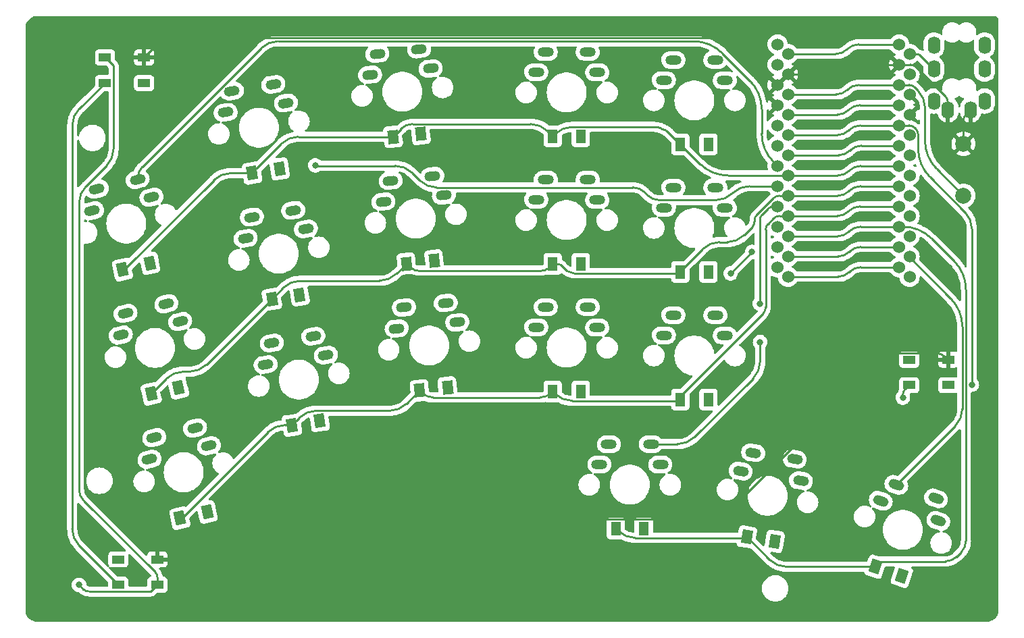
<source format=gbr>
%TF.GenerationSoftware,KiCad,Pcbnew,(5.99.0-11661-g1332208ab1)*%
%TF.CreationDate,2021-08-23T15:05:43-04:00*%
%TF.ProjectId,tapir36,74617069-7233-4362-9e6b-696361645f70,rev?*%
%TF.SameCoordinates,Original*%
%TF.FileFunction,Copper,L2,Bot*%
%TF.FilePolarity,Positive*%
%FSLAX46Y46*%
G04 Gerber Fmt 4.6, Leading zero omitted, Abs format (unit mm)*
G04 Created by KiCad (PCBNEW (5.99.0-11661-g1332208ab1)) date 2021-08-23 15:05:43*
%MOMM*%
%LPD*%
G01*
G04 APERTURE LIST*
G04 Aperture macros list*
%AMHorizOval*
0 Thick line with rounded ends*
0 $1 width*
0 $2 $3 position (X,Y) of the first rounded end (center of the circle)*
0 $4 $5 position (X,Y) of the second rounded end (center of the circle)*
0 Add line between two ends*
20,1,$1,$2,$3,$4,$5,0*
0 Add two circle primitives to create the rounded ends*
1,1,$1,$2,$3*
1,1,$1,$4,$5*%
%AMRotRect*
0 Rectangle, with rotation*
0 The origin of the aperture is its center*
0 $1 length*
0 $2 width*
0 $3 Rotation angle, in degrees counterclockwise*
0 Add horizontal line*
21,1,$1,$2,0,0,$3*%
G04 Aperture macros list end*
%TA.AperFunction,ComponentPad*%
%ADD10HorizOval,1.200000X0.389748X0.089980X-0.389748X-0.089980X0*%
%TD*%
%TA.AperFunction,ComponentPad*%
%ADD11HorizOval,1.200000X-0.389748X-0.089980X0.389748X0.089980X0*%
%TD*%
%TA.AperFunction,ComponentPad*%
%ADD12HorizOval,1.200000X-0.395075X-0.062574X0.395075X0.062574X0*%
%TD*%
%TA.AperFunction,ComponentPad*%
%ADD13HorizOval,1.200000X0.395075X0.062574X-0.395075X-0.062574X0*%
%TD*%
%TA.AperFunction,ComponentPad*%
%ADD14HorizOval,1.200000X-0.397809X-0.041811X0.397809X0.041811X0*%
%TD*%
%TA.AperFunction,ComponentPad*%
%ADD15HorizOval,1.200000X0.397809X0.041811X-0.397809X-0.041811X0*%
%TD*%
%TA.AperFunction,ComponentPad*%
%ADD16O,2.000000X1.200000*%
%TD*%
%TA.AperFunction,ComponentPad*%
%ADD17O,1.600000X2.200000*%
%TD*%
%TA.AperFunction,ComponentPad*%
%ADD18C,1.524000*%
%TD*%
%TA.AperFunction,ComponentPad*%
%ADD19HorizOval,1.200000X0.395075X-0.062574X-0.395075X0.062574X0*%
%TD*%
%TA.AperFunction,ComponentPad*%
%ADD20HorizOval,1.200000X-0.395075X0.062574X0.395075X-0.062574X0*%
%TD*%
%TA.AperFunction,ComponentPad*%
%ADD21HorizOval,1.200000X-0.378207X0.130227X0.378207X-0.130227X0*%
%TD*%
%TA.AperFunction,ComponentPad*%
%ADD22HorizOval,1.200000X0.378207X-0.130227X-0.378207X0.130227X0*%
%TD*%
%TA.AperFunction,ComponentPad*%
%ADD23C,2.000000*%
%TD*%
%TA.AperFunction,SMDPad,CuDef*%
%ADD24R,1.500000X1.000000*%
%TD*%
%TA.AperFunction,ComponentPad*%
%ADD25RotRect,1.300000X1.700000X13.000000*%
%TD*%
%TA.AperFunction,ComponentPad*%
%ADD26RotRect,1.300000X1.700000X9.000000*%
%TD*%
%TA.AperFunction,ComponentPad*%
%ADD27RotRect,1.300000X1.700000X6.000000*%
%TD*%
%TA.AperFunction,ComponentPad*%
%ADD28R,1.300000X1.700000*%
%TD*%
%TA.AperFunction,ComponentPad*%
%ADD29RotRect,1.300000X1.700000X341.000000*%
%TD*%
%TA.AperFunction,ComponentPad*%
%ADD30RotRect,1.300000X1.700000X351.000000*%
%TD*%
%TA.AperFunction,ViaPad*%
%ADD31C,0.800000*%
%TD*%
%TA.AperFunction,Conductor*%
%ADD32C,0.250000*%
%TD*%
G04 APERTURE END LIST*
D10*
%TO.P,SW1,1,1*%
%TO.N,Net-(D1-Pad2)*%
X111364166Y-76942151D03*
D11*
X118812853Y-75243012D03*
D10*
%TO.P,SW1,2,2*%
%TO.N,col0*%
X117077478Y-73016316D03*
D11*
X111956790Y-74219046D03*
%TD*%
%TO.P,SW2,1,1*%
%TO.N,Net-(D2-Pad2)*%
X122412067Y-90832930D03*
D10*
X114963380Y-92532069D03*
D11*
%TO.P,SW2,2,2*%
%TO.N,col0*%
X115556004Y-89808964D03*
D10*
X120676692Y-88606234D03*
%TD*%
D11*
%TO.P,SW3,1,1*%
%TO.N,Net-(D3-Pad2)*%
X126011286Y-106422856D03*
D10*
X118562599Y-108121995D03*
%TO.P,SW3,2,2*%
%TO.N,col0*%
X124275911Y-104196160D03*
D11*
X119155223Y-105398890D03*
%TD*%
D12*
%TO.P,SW4,1,1*%
%TO.N,Net-(D4-Pad2)*%
X135663881Y-63432682D03*
D13*
X128114814Y-64608088D03*
D12*
%TO.P,SW4,2,2*%
%TO.N,col1*%
X128895948Y-61932956D03*
D13*
X134088060Y-61090357D03*
%TD*%
D12*
%TO.P,SW5,1,1*%
%TO.N,Net-(D5-Pad2)*%
X138166829Y-79235695D03*
D13*
X130617762Y-80411101D03*
%TO.P,SW5,2,2*%
%TO.N,col1*%
X136591008Y-76893370D03*
D12*
X131398896Y-77735969D03*
%TD*%
%TO.P,SW6,1,1*%
%TO.N,Net-(D6-Pad2)*%
X140669781Y-95038708D03*
D13*
X133120714Y-96214114D03*
%TO.P,SW6,2,2*%
%TO.N,col1*%
X139093960Y-92696383D03*
D12*
X133901848Y-93538982D03*
%TD*%
D14*
%TO.P,SW7,1,1*%
%TO.N,Net-(D7-Pad2)*%
X153804808Y-59106274D03*
D15*
X146204570Y-59884981D03*
D14*
%TO.P,SW7,2,2*%
%TO.N,col2*%
X147124640Y-57254397D03*
D15*
X152353734Y-56684687D03*
%TD*%
D14*
%TO.P,SW8,1,1*%
%TO.N,Net-(D8-Pad2)*%
X155477263Y-75018625D03*
D15*
X147877025Y-75797332D03*
D14*
%TO.P,SW8,2,2*%
%TO.N,col2*%
X148797095Y-73166748D03*
D15*
X154026189Y-72597038D03*
%TD*%
%TO.P,SW9,1,1*%
%TO.N,Net-(D9-Pad2)*%
X149549480Y-91709682D03*
D14*
X157149718Y-90930975D03*
D15*
%TO.P,SW9,2,2*%
%TO.N,col2*%
X155698644Y-88509388D03*
D14*
X150469550Y-89079098D03*
%TD*%
D16*
%TO.P,SW12,1,1*%
%TO.N,Net-(D12-Pad2)*%
X174682603Y-75579287D03*
X167042603Y-75559287D03*
%TO.P,SW12,2,2*%
%TO.N,col3*%
X168232603Y-73039287D03*
X173492603Y-73019287D03*
%TD*%
%TO.P,SW13,1,1*%
%TO.N,Net-(D13-Pad2)*%
X167042603Y-91559288D03*
X174682603Y-91579288D03*
%TO.P,SW13,2,2*%
%TO.N,col3*%
X173492603Y-89019288D03*
X168232603Y-89039288D03*
%TD*%
%TO.P,SW15,1,1*%
%TO.N,Net-(D15-Pad2)*%
X190682606Y-60579287D03*
X183042606Y-60559287D03*
%TO.P,SW15,2,2*%
%TO.N,col4*%
X184232606Y-58039287D03*
X189492606Y-58019287D03*
%TD*%
%TO.P,SW16,1,1*%
%TO.N,Net-(D16-Pad2)*%
X183042605Y-76559286D03*
X190682605Y-76579286D03*
%TO.P,SW16,2,2*%
%TO.N,col4*%
X189492605Y-74019286D03*
X184232605Y-74039286D03*
%TD*%
%TO.P,SW17,1,1*%
%TO.N,Net-(D17-Pad2)*%
X183042605Y-92559287D03*
X190682605Y-92579287D03*
%TO.P,SW17,2,2*%
%TO.N,col4*%
X184232605Y-90039287D03*
X189492605Y-90019287D03*
%TD*%
D17*
%TO.P,U1,1,SLEEVE*%
%TO.N,GND*%
X218645799Y-64276821D03*
X221495799Y-64276821D03*
%TO.P,U1,2,TIP*%
%TO.N,vcc*%
X216895799Y-63176821D03*
X223245799Y-63176821D03*
%TO.P,U1,3,RING1*%
%TO.N,tx0*%
X223245799Y-59176821D03*
X216895799Y-59176821D03*
%TO.P,U1,4,RING2*%
%TO.N,rx1*%
X223245799Y-56176821D03*
X216895799Y-56176821D03*
%TD*%
D18*
%TO.P,U2,1,TX0/PD3*%
%TO.N,tx0*%
X213833094Y-57279999D03*
X197294279Y-56084254D03*
%TO.P,U2,2,RX1/PD2*%
%TO.N,rx1*%
X197294279Y-58624254D03*
X213833094Y-59819999D03*
%TO.P,U2,3,GND*%
%TO.N,GND*%
X197294279Y-61164254D03*
X213833094Y-62359999D03*
%TO.P,U2,4,GND*%
X213833094Y-64899999D03*
X197294279Y-63704254D03*
%TO.P,U2,5,2/PD1*%
%TO.N,unconnected-(U2-Pad5)*%
X197294279Y-66244254D03*
X213833094Y-67439999D03*
%TO.P,U2,6,3/PD0*%
%TO.N,unconnected-(U2-Pad6)*%
X197294279Y-68784254D03*
X213833094Y-69979999D03*
%TO.P,U2,7,4/PD4*%
%TO.N,col0*%
X213833094Y-72519999D03*
X197294279Y-71324254D03*
%TO.P,U2,8,5/PC6*%
%TO.N,col1*%
X213833094Y-75059999D03*
X197294279Y-73864254D03*
%TO.P,U2,9,6/PD7*%
%TO.N,col2*%
X213833094Y-77599999D03*
X197294279Y-76404254D03*
%TO.P,U2,10,7/PE6*%
%TO.N,col3*%
X197294279Y-78944254D03*
X213833094Y-80139999D03*
%TO.P,U2,11,8/PB4*%
%TO.N,col4*%
X197294279Y-81484254D03*
X213833094Y-82679999D03*
%TO.P,U2,12,9/PB5*%
%TO.N,unconnected-(U2-Pad12)*%
X197294279Y-84024254D03*
X213833094Y-85219999D03*
%TO.P,U2,13,10/PB6*%
%TO.N,unconnected-(U2-Pad13)*%
X198593094Y-85219999D03*
X212534279Y-84024254D03*
%TO.P,U2,14,16/PB2*%
%TO.N,unconnected-(U2-Pad14)*%
X212534279Y-81484254D03*
X198593094Y-82679999D03*
%TO.P,U2,15,14/PB3*%
%TO.N,row3*%
X212534279Y-78944254D03*
X198593094Y-80139999D03*
%TO.P,U2,16,15/PB1*%
%TO.N,row2*%
X212534279Y-76404254D03*
X198593094Y-77599999D03*
%TO.P,U2,17,A0/PF7*%
%TO.N,row1*%
X212534279Y-73864254D03*
X198593094Y-75059999D03*
%TO.P,U2,18,A1/PF6*%
%TO.N,row0*%
X198593094Y-72519999D03*
X212534279Y-71324254D03*
%TO.P,U2,19,A2/PF5*%
%TO.N,unconnected-(U2-Pad19)*%
X198593094Y-69979999D03*
X212534279Y-68784254D03*
%TO.P,U2,20,A3/PF4*%
%TO.N,led*%
X212534279Y-66244254D03*
X198593094Y-67439999D03*
%TO.P,U2,21,VCC*%
%TO.N,vcc*%
X198593094Y-64899999D03*
X212534279Y-63704254D03*
%TO.P,U2,22,RST*%
%TO.N,unconnected-(U2-Pad22)*%
X212534279Y-61164254D03*
X198593094Y-62359999D03*
%TO.P,U2,23,GND*%
%TO.N,GND*%
X212534279Y-58624254D03*
X198593094Y-59819999D03*
%TO.P,U2,24,RAW*%
%TO.N,unconnected-(U2-Pad24)*%
X212534279Y-56084254D03*
X198593094Y-57279999D03*
%TD*%
D16*
%TO.P,SW11,1,1*%
%TO.N,Net-(D11-Pad2)*%
X174682605Y-59579287D03*
X167042605Y-59559287D03*
%TO.P,SW11,2,2*%
%TO.N,col3*%
X173492605Y-57019287D03*
X168232605Y-57039287D03*
%TD*%
D19*
%TO.P,SW14,1,1*%
%TO.N,Net-(D14-Pad2)*%
X192669401Y-109589795D03*
D20*
X200212211Y-110804708D03*
D19*
%TO.P,SW14,2,2*%
%TO.N,col3*%
X199437334Y-108090069D03*
D20*
X194238965Y-107286978D03*
%TD*%
D21*
%TO.P,SW18,1,1*%
%TO.N,Net-(D18-Pad2)*%
X217441101Y-115818316D03*
D22*
X210223850Y-113312065D03*
D21*
%TO.P,SW18,2,2*%
%TO.N,col4*%
X212169449Y-111316784D03*
D22*
X217149388Y-113010363D03*
%TD*%
D16*
%TO.P,SW10,1,1*%
%TO.N,Net-(D10-Pad2)*%
X174957254Y-108747018D03*
X182597254Y-108767018D03*
%TO.P,SW10,2,2*%
%TO.N,col2*%
X176147254Y-106227018D03*
X181407254Y-106207018D03*
%TD*%
D23*
%TO.P,RSW1,1*%
%TO.N,GND*%
X220600000Y-68550000D03*
%TO.P,RSW1,2*%
%TO.N,unconnected-(U2-Pad22)*%
X220600000Y-75050000D03*
%TD*%
D24*
%TO.P,D19,1,VDD*%
%TO.N,vcc*%
X213789569Y-98814958D03*
%TO.P,D19,2,DOUT*%
%TO.N,Net-(D19-Pad2)*%
X213789569Y-95614958D03*
%TO.P,D19,3,VSS*%
%TO.N,GND*%
X218689569Y-95614958D03*
%TO.P,D19,4,DIN*%
%TO.N,led*%
X218689569Y-98814958D03*
%TD*%
%TO.P,D20,1,VDD*%
%TO.N,vcc*%
X112989999Y-60914956D03*
%TO.P,D20,2,DOUT*%
%TO.N,Net-(D20-Pad2)*%
X112989999Y-57714956D03*
%TO.P,D20,3,VSS*%
%TO.N,GND*%
X117889999Y-57714956D03*
%TO.P,D20,4,DIN*%
%TO.N,Net-(D19-Pad2)*%
X117889999Y-60914956D03*
%TD*%
%TO.P,D21,1,VDD*%
%TO.N,vcc*%
X114670000Y-123860000D03*
%TO.P,D21,2,DOUT*%
%TO.N,unconnected-(D21-Pad2)*%
X114670000Y-120660000D03*
%TO.P,D21,3,VSS*%
%TO.N,GND*%
X119570000Y-120660000D03*
%TO.P,D21,4,DIN*%
%TO.N,Net-(D20-Pad2)*%
X119570000Y-123860000D03*
%TD*%
D25*
%TO.P,D1,1,K*%
%TO.N,row0*%
X115179976Y-84312685D03*
%TO.P,D1,2,A*%
%TO.N,Net-(D1-Pad2)*%
X118590272Y-83525357D03*
%TD*%
%TO.P,D2,1,K*%
%TO.N,row1*%
X118779192Y-99902606D03*
%TO.P,D2,2,A*%
%TO.N,Net-(D2-Pad2)*%
X122189488Y-99115278D03*
%TD*%
%TO.P,D3,1,K*%
%TO.N,row2*%
X122378407Y-115492525D03*
%TO.P,D3,2,A*%
%TO.N,Net-(D3-Pad2)*%
X125788703Y-114705197D03*
%TD*%
D26*
%TO.P,D4,1,K*%
%TO.N,row0*%
X131407181Y-72226844D03*
%TO.P,D4,2,A*%
%TO.N,Net-(D4-Pad2)*%
X134864091Y-71679324D03*
%TD*%
%TO.P,D5,1,K*%
%TO.N,row1*%
X133910135Y-88029860D03*
%TO.P,D5,2,A*%
%TO.N,Net-(D5-Pad2)*%
X137367045Y-87482340D03*
%TD*%
%TO.P,D6,1,K*%
%TO.N,row2*%
X136413084Y-103832874D03*
%TO.P,D6,2,A*%
%TO.N,Net-(D6-Pad2)*%
X139869994Y-103285354D03*
%TD*%
D27*
%TO.P,D7,1,K*%
%TO.N,row0*%
X149093694Y-67665610D03*
%TO.P,D7,2,A*%
%TO.N,Net-(D7-Pad2)*%
X152574520Y-67299760D03*
%TD*%
%TO.P,D8,1,K*%
%TO.N,row1*%
X150766150Y-83577959D03*
%TO.P,D8,2,A*%
%TO.N,Net-(D8-Pad2)*%
X154246976Y-83212109D03*
%TD*%
%TO.P,D9,1,K*%
%TO.N,row2*%
X152438605Y-99490309D03*
%TO.P,D9,2,A*%
%TO.N,Net-(D9-Pad2)*%
X155919431Y-99124459D03*
%TD*%
D28*
%TO.P,D11,1,K*%
%TO.N,row0*%
X169102606Y-67599286D03*
%TO.P,D11,2,A*%
%TO.N,Net-(D11-Pad2)*%
X172602606Y-67599286D03*
%TD*%
%TO.P,D12,1,K*%
%TO.N,row1*%
X169102604Y-83599285D03*
%TO.P,D12,2,A*%
%TO.N,Net-(D12-Pad2)*%
X172602604Y-83599285D03*
%TD*%
%TO.P,D13,1,K*%
%TO.N,row2*%
X169102604Y-99599285D03*
%TO.P,D13,2,A*%
%TO.N,Net-(D13-Pad2)*%
X172602604Y-99599285D03*
%TD*%
%TO.P,D16,1,K*%
%TO.N,row1*%
X185102604Y-84599285D03*
%TO.P,D16,2,A*%
%TO.N,Net-(D16-Pad2)*%
X188602604Y-84599285D03*
%TD*%
%TO.P,D17,1,K*%
%TO.N,row2*%
X185102604Y-100599287D03*
%TO.P,D17,2,A*%
%TO.N,Net-(D17-Pad2)*%
X188602604Y-100599287D03*
%TD*%
%TO.P,D15,1,K*%
%TO.N,row0*%
X185102605Y-68599286D03*
%TO.P,D15,2,A*%
%TO.N,Net-(D15-Pad2)*%
X188602605Y-68599286D03*
%TD*%
D29*
%TO.P,D18,1,K*%
%TO.N,row3*%
X209554047Y-121584704D03*
%TO.P,D18,2,A*%
%TO.N,Net-(D18-Pad2)*%
X212863363Y-122724192D03*
%TD*%
D30*
%TO.P,D14,1,K*%
%TO.N,row3*%
X193446304Y-117853062D03*
%TO.P,D14,2,A*%
%TO.N,Net-(D14-Pad2)*%
X196903214Y-118400582D03*
%TD*%
D28*
%TO.P,D10,1,K*%
%TO.N,row3*%
X177017254Y-116787017D03*
%TO.P,D10,2,A*%
%TO.N,Net-(D10-Pad2)*%
X180517254Y-116787017D03*
%TD*%
D31*
%TO.N,vcc*%
X113000000Y-60900000D03*
X114670000Y-123860000D03*
X213000000Y-100364959D03*
X213800000Y-98800000D03*
%TO.N,led*%
X221640000Y-98750000D03*
X218689569Y-98740000D03*
%TO.N,GND*%
X218689569Y-95614958D03*
X119570000Y-120660000D03*
X118000000Y-57700000D03*
%TO.N,Net-(D19-Pad2)*%
X117900000Y-60900000D03*
X213800000Y-95600000D03*
%TO.N,Net-(D20-Pad2)*%
X113000000Y-57700000D03*
X109730000Y-123860000D03*
%TO.N,unconnected-(D21-Pad2)*%
X114710000Y-120650000D03*
%TO.N,col1*%
X139346587Y-71246587D03*
%TO.N,col2*%
X195074990Y-88600000D03*
X195100000Y-93400000D03*
%TO.N,col3*%
X191400000Y-84800000D03*
X194100000Y-82100000D03*
%TD*%
D32*
%TO.N,vcc*%
X109759169Y-118949169D02*
X114670000Y-123860000D01*
X198593094Y-64899999D02*
X204771574Y-64899999D01*
X207624173Y-63704254D02*
X212534279Y-63704254D01*
X213292893Y-99311634D02*
X213789569Y-98814958D01*
X108880489Y-66262152D02*
X108880489Y-116827848D01*
X213000000Y-100364959D02*
X213000000Y-100018741D01*
X113000000Y-60900000D02*
X109759168Y-64140832D01*
X206185788Y-64314212D02*
X206209960Y-64290040D01*
X109759169Y-118949169D02*
G75*
G02*
X108880489Y-116827848I2121325J2121323D01*
G01*
X213292893Y-99311634D02*
G75*
G03*
X213000000Y-100018741I707106J-707106D01*
G01*
X207624173Y-63704255D02*
G75*
G03*
X206209961Y-64290041I0J-1999999D01*
G01*
X204771574Y-64899998D02*
G75*
G03*
X206185787Y-64314211I0J1999999D01*
G01*
X108880489Y-66262152D02*
G75*
G02*
X109759168Y-64140832I2999998J1D01*
G01*
%TO.N,led*%
X221640000Y-98750000D02*
X221640000Y-79205785D01*
X207664171Y-66244254D02*
X212534279Y-66244254D01*
X214626712Y-66697057D02*
X214466802Y-66537147D01*
X198593094Y-67439999D02*
X204811572Y-67439999D01*
X206225786Y-66854212D02*
X206249958Y-66830040D01*
X213759695Y-66244254D02*
X212534279Y-66244254D01*
X220761321Y-77084465D02*
X216384071Y-72707214D01*
X214919605Y-69171680D02*
X214919605Y-67404164D01*
X214626712Y-66697057D02*
G75*
G02*
X214919605Y-67404164I-707101J-707104D01*
G01*
X204811572Y-67439998D02*
G75*
G03*
X206225785Y-66854211I0J1999999D01*
G01*
X207664171Y-66244255D02*
G75*
G03*
X206249959Y-66830041I0J-1999999D01*
G01*
X214919605Y-69171680D02*
G75*
G03*
X216384071Y-72707214I4999998J-1D01*
G01*
X213759695Y-66244255D02*
G75*
G02*
X214466801Y-66537148I3J-999993D01*
G01*
X221640000Y-79205785D02*
G75*
G03*
X220761321Y-77084465I-2999998J1D01*
G01*
%TO.N,GND*%
X218689569Y-95614958D02*
X218450845Y-95376234D01*
X212534279Y-58624254D02*
X213929018Y-58624254D01*
X207504173Y-58624254D02*
X212534279Y-58624254D01*
X220892893Y-64879727D02*
X221495799Y-64276821D01*
X193150445Y-57020420D02*
X197294279Y-61164254D01*
X124051321Y-119781320D02*
X127353962Y-116478679D01*
X220600000Y-68550000D02*
X220600000Y-65586834D01*
X206065788Y-59234212D02*
X206089960Y-59210040D01*
X198593094Y-59819999D02*
X204651574Y-59819999D01*
X188481757Y-115600000D02*
X129475282Y-115600000D01*
X217036631Y-94790447D02*
X212605018Y-94790447D01*
X214636125Y-58917147D02*
X218352906Y-62633928D01*
X117889569Y-57714956D02*
X119492970Y-56111555D01*
X119570000Y-120660000D02*
X121930000Y-120660000D01*
X209776591Y-95962020D02*
X191310184Y-114428427D01*
X121614290Y-55232876D02*
X188834933Y-55232876D01*
X218645799Y-63341035D02*
X218645799Y-64276821D01*
X209776591Y-95962020D02*
G75*
G02*
X212605018Y-94790447I2828427J-2828426D01*
G01*
X193150445Y-57020420D02*
G75*
G03*
X188834933Y-55232876I-4315510J-4315506D01*
G01*
X220892893Y-64879727D02*
G75*
G03*
X220600000Y-65586834I707106J-707106D01*
G01*
X124051321Y-119781320D02*
G75*
G02*
X121930000Y-120660000I-2121323J2121325D01*
G01*
X218645798Y-63341035D02*
G75*
G03*
X218352905Y-62633929I-999993J3D01*
G01*
X217036631Y-94790448D02*
G75*
G02*
X218450844Y-95376235I0J-1999999D01*
G01*
X188481757Y-115600000D02*
G75*
G03*
X191310184Y-114428427I0J3999999D01*
G01*
X214636125Y-58917147D02*
G75*
G03*
X213929018Y-58624254I-707106J-707106D01*
G01*
X121614290Y-55232876D02*
G75*
G03*
X119492970Y-56111555I-1J-2999998D01*
G01*
X206065788Y-59234212D02*
G75*
G02*
X204651574Y-59819999I-1414214J1414213D01*
G01*
X207504173Y-58624255D02*
G75*
G03*
X206089961Y-59210041I0J-1999999D01*
G01*
X129475282Y-115600000D02*
G75*
G03*
X127353962Y-116478679I-1J-2999998D01*
G01*
%TO.N,row0*%
X183422403Y-66975595D02*
X183685645Y-67185523D01*
X149093694Y-67665609D02*
X150112055Y-66647248D01*
X151526268Y-66061462D02*
X166322141Y-66061462D01*
X168443462Y-66940142D02*
X169102605Y-67599285D01*
X182833957Y-66650372D02*
X183137312Y-66796460D01*
X169132701Y-67599286D02*
X169429022Y-67302965D01*
X207704173Y-71324254D02*
X212534279Y-71324254D01*
X182187895Y-66464245D02*
X182516152Y-66539168D01*
X115179977Y-84312685D02*
X115219340Y-84312685D01*
X128754926Y-72226845D02*
X130561982Y-72226844D01*
X187558852Y-71055533D02*
X183688842Y-67185523D01*
X169102605Y-67599285D02*
X169132701Y-67599286D01*
X181684964Y-66424285D02*
X181853313Y-66426547D01*
X198593094Y-72519999D02*
X191094386Y-72519999D01*
X182516152Y-66539168D02*
X182833957Y-66650372D01*
X171550342Y-66424286D02*
X181684964Y-66424285D01*
X132004830Y-71629196D02*
X135089738Y-68544288D01*
X115572891Y-84166239D02*
X126633607Y-73105524D01*
X183688842Y-67185523D02*
X183685645Y-67185523D01*
X198593094Y-72519999D02*
X204851574Y-72519999D01*
X181853313Y-66426547D02*
X182187895Y-66464245D01*
X137211058Y-67665609D02*
X149093694Y-67665609D01*
X183137312Y-66796460D02*
X183422403Y-66975595D01*
X206265788Y-71934212D02*
X206289960Y-71910040D01*
X168443462Y-66940142D02*
G75*
G03*
X166322141Y-66061462I-2121318J-2121314D01*
G01*
X187558852Y-71055533D02*
G75*
G03*
X191094386Y-72519999I3535533J3535532D01*
G01*
X115572891Y-84166239D02*
G75*
G02*
X115219340Y-84312685I-353552J353551D01*
G01*
X204851574Y-72519998D02*
G75*
G03*
X206265787Y-71934211I0J1999999D01*
G01*
X171550342Y-66424286D02*
G75*
G03*
X169429022Y-67302965I-1J-2999998D01*
G01*
X151526268Y-66061463D02*
G75*
G03*
X150112056Y-66647249I0J-1999999D01*
G01*
X137211058Y-67665609D02*
G75*
G03*
X135089738Y-68544288I-1J-2999998D01*
G01*
X207704173Y-71324255D02*
G75*
G03*
X206289961Y-71910041I0J-1999999D01*
G01*
X132004830Y-71629196D02*
G75*
G02*
X130561982Y-72226844I-1442849J1442848D01*
G01*
X128754926Y-72226846D02*
G75*
G03*
X126633608Y-73105525I-2J-2999993D01*
G01*
%TO.N,row1*%
X206245786Y-74474212D02*
X206269958Y-74450040D01*
X168743318Y-83955872D02*
X168837272Y-83864618D01*
X169003690Y-83700470D02*
X169117339Y-83634856D01*
X171982821Y-84774287D02*
X184720497Y-84774286D01*
X151823412Y-84346423D02*
X152076398Y-84414211D01*
X171122005Y-84575888D02*
X171357211Y-84673313D01*
X170224510Y-83824171D02*
X170295497Y-83892178D01*
X152076398Y-84414211D02*
X152336068Y-84448397D01*
X151146829Y-83955798D02*
X151354617Y-84115239D01*
X118779191Y-99902606D02*
X120683429Y-97998369D01*
X167813703Y-84414308D02*
X168066702Y-84346517D01*
X125698984Y-96241010D02*
X133910135Y-88029860D01*
X171357211Y-84673313D02*
X171603121Y-84739205D01*
X152336068Y-84448397D02*
X152467023Y-84450405D01*
X169879466Y-83639741D02*
X170061070Y-83714964D01*
X171603121Y-84739205D02*
X171855528Y-84772434D01*
X194400000Y-78285786D02*
X194400000Y-78176187D01*
X149499478Y-84844631D02*
X150766150Y-83577959D01*
X152467023Y-84450405D02*
X167423058Y-84450405D01*
X167423058Y-84450405D02*
X167554020Y-84448496D01*
X184912962Y-84738940D02*
X187897272Y-81754630D01*
X170901528Y-84448595D02*
X171122005Y-84575888D01*
X171855528Y-84772434D02*
X171982821Y-84774287D01*
X170061070Y-83714964D02*
X170224510Y-83824171D01*
X150766150Y-83577959D02*
X151052810Y-83864619D01*
X198593094Y-75059999D02*
X204831572Y-75059999D01*
X169309712Y-83599285D02*
X169588392Y-83599286D01*
X170699552Y-84293614D02*
X170901528Y-84448595D01*
X170295497Y-83892178D02*
X170608233Y-84204914D01*
X133910135Y-88029859D02*
X135338008Y-86601988D01*
X168956158Y-83745732D02*
X169003690Y-83700470D01*
X194107107Y-78992893D02*
X193102728Y-79997272D01*
X184786143Y-84772921D02*
X184912962Y-84738940D01*
X137459327Y-85723309D02*
X147378158Y-85723310D01*
X122804748Y-97119690D02*
X123577665Y-97119690D01*
X169588392Y-83599286D02*
X169686676Y-83601393D01*
X197516188Y-75059999D02*
X198593094Y-75059999D01*
X168837272Y-83864618D02*
X168956158Y-83745732D01*
X151581438Y-84246195D02*
X151823412Y-84346423D01*
X168066702Y-84346517D02*
X168308688Y-84246283D01*
X194692893Y-77469080D02*
X196809081Y-75352892D01*
X170608233Y-84204914D02*
X170699552Y-84293614D01*
X169117339Y-83634856D02*
X169244097Y-83600890D01*
X168535520Y-84115321D02*
X168743318Y-83955872D01*
X169686676Y-83601393D02*
X169879466Y-83639741D01*
X190981408Y-80875951D02*
X190018592Y-80875951D01*
X151052810Y-83864619D02*
X151146829Y-83955798D01*
X168308688Y-84246283D02*
X168535520Y-84115321D01*
X167554020Y-84448496D02*
X167813703Y-84414308D01*
X169244097Y-83600890D02*
X169309712Y-83599285D01*
X207684171Y-73864254D02*
X212534279Y-73864254D01*
X184720497Y-84774286D02*
X184786143Y-84772921D01*
X151354617Y-84115239D02*
X151581438Y-84246195D01*
X207684171Y-73864255D02*
G75*
G03*
X206269959Y-74450041I0J-1999999D01*
G01*
X197516188Y-75060000D02*
G75*
G03*
X196809082Y-75352893I-3J-999993D01*
G01*
X125698984Y-96241010D02*
G75*
G02*
X123577665Y-97119690I-2121321J2121320D01*
G01*
X194107107Y-78992893D02*
G75*
G03*
X194400000Y-78285786I-707106J707106D01*
G01*
X193102728Y-79997272D02*
G75*
G02*
X190981408Y-80875951I-2121319J2121319D01*
G01*
X120683429Y-97998369D02*
G75*
G02*
X122804748Y-97119690I2121319J-2121319D01*
G01*
X147378158Y-85723310D02*
G75*
G03*
X149499478Y-84844631I1J2999998D01*
G01*
X135338008Y-86601988D02*
G75*
G02*
X137459327Y-85723309I2121317J-2121315D01*
G01*
X194400001Y-78176187D02*
G75*
G02*
X194692894Y-77469081I999993J3D01*
G01*
X187897272Y-81754630D02*
G75*
G02*
X190018592Y-80875951I2121319J-2121319D01*
G01*
X204831572Y-75059998D02*
G75*
G03*
X206245785Y-74474211I0J1999999D01*
G01*
%TO.N,row2*%
X139469472Y-102019127D02*
X148667146Y-102019128D01*
X168924920Y-99776969D02*
X169102602Y-99599286D01*
X136998870Y-103247088D02*
X137348154Y-102897805D01*
X196092893Y-78609080D02*
X196809081Y-77892892D01*
X185249051Y-100058638D02*
X195479562Y-89828127D01*
X122771326Y-115346079D02*
X133405855Y-104711552D01*
X154139479Y-100362756D02*
X167510704Y-100362757D01*
X195800000Y-89054521D02*
X195800000Y-79316187D01*
X152438604Y-99490309D02*
X152725266Y-99776971D01*
X197516188Y-77599999D02*
X198593094Y-77599999D01*
X207624171Y-76404254D02*
X212534279Y-76404254D01*
X171520244Y-100774287D02*
X184720496Y-100774288D01*
X135527175Y-103832873D02*
X135584658Y-103832873D01*
X198593094Y-77599999D02*
X204771572Y-77599999D01*
X185074051Y-100627841D02*
X185102604Y-100599287D01*
X169102602Y-99599286D02*
X169398924Y-99895608D01*
X150788468Y-101140447D02*
X152438604Y-99490309D01*
X185102604Y-100599287D02*
X185102604Y-100412192D01*
X122378408Y-115492525D02*
X122417773Y-115492525D01*
X206185786Y-77014212D02*
X206209958Y-76990040D01*
X168924920Y-99776969D02*
G75*
G02*
X167510704Y-100362757I-1414215J1414212D01*
G01*
X196092893Y-78609080D02*
G75*
G03*
X195800000Y-79316187I707106J-707106D01*
G01*
X122417773Y-115492524D02*
G75*
G03*
X122771326Y-115346079I0J500001D01*
G01*
X135584658Y-103832873D02*
G75*
G03*
X136998870Y-103247088I-2J2000004D01*
G01*
X185249051Y-100058638D02*
G75*
G03*
X185102604Y-100412192I353550J-353553D01*
G01*
X148667146Y-102019128D02*
G75*
G03*
X150788468Y-101140447I-2J3000005D01*
G01*
X152725266Y-99776971D02*
G75*
G03*
X154139479Y-100362756I1414216J1414224D01*
G01*
X197516188Y-77600000D02*
G75*
G03*
X196809082Y-77892893I-3J-999993D01*
G01*
X184720496Y-100774288D02*
G75*
G03*
X185074051Y-100627841I2J499997D01*
G01*
X207624171Y-76404255D02*
G75*
G03*
X206209959Y-76990041I0J-1999999D01*
G01*
X139469472Y-102019127D02*
G75*
G03*
X137348154Y-102897805I0J-2999998D01*
G01*
X195479562Y-89828127D02*
G75*
G03*
X195800000Y-89054521I-773603J773605D01*
G01*
X171520244Y-100774287D02*
G75*
G02*
X169398924Y-99895608I-1J2999998D01*
G01*
X206185786Y-77014212D02*
G75*
G02*
X204771572Y-77599999I-1414214J1414213D01*
G01*
X135527175Y-103832873D02*
G75*
G03*
X133405855Y-104711552I-1J-2999998D01*
G01*
%TO.N,row3*%
X207684173Y-78944254D02*
X212534279Y-78944254D01*
X220900000Y-86802307D02*
X220900000Y-118351573D01*
X196299269Y-120706025D02*
X193446307Y-117853062D01*
X213041947Y-78944254D02*
X212534279Y-78944254D01*
X193337351Y-117962019D02*
X179434897Y-117962019D01*
X177313577Y-117083340D02*
X177017254Y-116787017D01*
X193446307Y-117853062D02*
X193337351Y-117962019D01*
X198593094Y-80139999D02*
X204831574Y-80139999D01*
X219435534Y-83266773D02*
X216577481Y-80408720D01*
X220314214Y-119765786D02*
X219749800Y-120330200D01*
X212534279Y-78944253D02*
X213522259Y-78944253D01*
X218335586Y-120915987D02*
X210222767Y-120915986D01*
X208725622Y-121584704D02*
X198420590Y-121584705D01*
X210222767Y-120915986D02*
X210139836Y-120998917D01*
X206245788Y-79554212D02*
X206269960Y-79530040D01*
X206245788Y-79554212D02*
G75*
G02*
X204831574Y-80139999I-1414214J1414213D01*
G01*
X218335586Y-120915986D02*
G75*
G03*
X219749799Y-120330199I0J1999999D01*
G01*
X208725622Y-121584703D02*
G75*
G03*
X210139835Y-120998916I0J1999999D01*
G01*
X196299269Y-120706025D02*
G75*
G03*
X198420590Y-121584705I2121318J2121314D01*
G01*
X177313577Y-117083340D02*
G75*
G03*
X179434897Y-117962019I2121319J2121319D01*
G01*
X220314214Y-119765786D02*
G75*
G03*
X220900000Y-118351573I-1414214J1414213D01*
G01*
X213041947Y-78944254D02*
G75*
G02*
X216577481Y-80408720I1J-4999998D01*
G01*
X219435534Y-83266773D02*
G75*
G02*
X220900000Y-86802307I-3535532J-3535533D01*
G01*
X207684173Y-78944255D02*
G75*
G03*
X206269961Y-79530041I0J-1999999D01*
G01*
%TO.N,Net-(D20-Pad2)*%
X119570000Y-122973236D02*
X119570000Y-123860000D01*
X110318868Y-113307890D02*
X119277107Y-122266129D01*
X118745489Y-124684511D02*
X119570000Y-123860000D01*
X114064510Y-58764510D02*
X114064510Y-69173132D01*
X113185830Y-71294453D02*
X110611760Y-73868523D01*
X109733081Y-75989843D02*
X109733081Y-111893676D01*
X113000000Y-57700000D02*
X114064510Y-58764510D01*
X118745489Y-124684511D02*
X110968725Y-124684511D01*
X110261618Y-124391618D02*
X109730000Y-123860000D01*
X110261618Y-124391618D02*
G75*
G03*
X110968725Y-124684511I707106J707106D01*
G01*
X119569999Y-122973236D02*
G75*
G03*
X119277106Y-122266130I-999993J3D01*
G01*
X109733082Y-111893676D02*
G75*
G03*
X110318869Y-113307889I1999999J0D01*
G01*
X109733081Y-75989843D02*
G75*
G02*
X110611760Y-73868523I2999998J1D01*
G01*
X113185830Y-71294453D02*
G75*
G03*
X114064510Y-69173132I-2121325J2121323D01*
G01*
%TO.N,col0*%
X117077478Y-72870532D02*
X117077478Y-73016316D01*
X196765633Y-70795608D02*
X197294279Y-71324254D01*
X193836701Y-60655221D02*
X190368815Y-57187335D01*
X186736751Y-55682885D02*
X134679339Y-55682885D01*
X195301167Y-64190755D02*
X195301167Y-67260074D01*
X132558018Y-56561565D02*
X117663264Y-71456319D01*
X186736751Y-55682885D02*
G75*
G02*
X190368815Y-57187335I-1J-5136516D01*
G01*
X195301167Y-64190755D02*
G75*
G03*
X193836701Y-60655221I-4999998J1D01*
G01*
X196765633Y-70795608D02*
G75*
G02*
X195301167Y-67260074I3535532J3535533D01*
G01*
X134679339Y-55682886D02*
G75*
G03*
X132558019Y-56561566I-3J-2999993D01*
G01*
X117077479Y-72870532D02*
G75*
G02*
X117663265Y-71456320I1999999J0D01*
G01*
%TO.N,col1*%
X191643356Y-74743058D02*
X191643481Y-74742933D01*
X154559464Y-74016823D02*
X179188396Y-74016823D01*
X139400000Y-71300000D02*
X149357359Y-71300000D01*
X193764801Y-73864254D02*
X197294279Y-73864254D01*
X151478679Y-72178679D02*
X152438143Y-73138143D01*
X180602610Y-74602610D02*
X181014214Y-75014214D01*
X139346587Y-71246587D02*
X139400000Y-71300000D01*
X182428427Y-75600000D02*
X189550386Y-75608527D01*
X193764801Y-73864254D02*
G75*
G03*
X191643481Y-74742933I-1J-2999998D01*
G01*
X180602610Y-74602610D02*
G75*
G03*
X179188396Y-74016823I-1414214J-1414213D01*
G01*
X154559464Y-74016823D02*
G75*
G02*
X152438143Y-73138143I2J3000005D01*
G01*
X182428427Y-75599999D02*
G75*
G02*
X181014215Y-75014213I0J1999999D01*
G01*
X189550386Y-75608527D02*
G75*
G03*
X191643356Y-74743058I3538J2954900D01*
G01*
X151478679Y-72178679D02*
G75*
G03*
X149357359Y-71300000I-2121319J-2121319D01*
G01*
%TO.N,col2*%
X196809960Y-76404254D02*
X197294279Y-76404254D01*
X195100000Y-95857359D02*
X195100000Y-93400000D01*
X181407254Y-106207018D02*
X184750341Y-106207018D01*
X186871662Y-105328338D02*
X194221321Y-97978679D01*
X195074990Y-88600000D02*
X195074990Y-78139224D01*
X195367883Y-77432117D02*
X196102853Y-76697147D01*
X184750341Y-106207017D02*
G75*
G03*
X186871661Y-105328337I3J2999993D01*
G01*
X196102853Y-76697147D02*
G75*
G02*
X196809960Y-76404254I707106J-707106D01*
G01*
X195100000Y-95857359D02*
G75*
G02*
X194221321Y-97978679I-2999998J-1D01*
G01*
X195367883Y-77432117D02*
G75*
G03*
X195074990Y-78139224I707106J-707106D01*
G01*
%TO.N,col3*%
X191400000Y-84800000D02*
X194100000Y-82100000D01*
%TO.N,col4*%
X212169449Y-111316784D02*
X219571311Y-103914922D01*
X220449990Y-101793602D02*
X220449990Y-91471068D01*
X218985524Y-87935534D02*
X213833094Y-82783104D01*
X218985524Y-87935534D02*
G75*
G02*
X220449990Y-91471068I-3535532J-3535533D01*
G01*
X220449990Y-101793602D02*
G75*
G02*
X219571311Y-103914922I-2999998J-1D01*
G01*
%TO.N,tx0*%
X213833094Y-57279999D02*
X214584763Y-57279999D01*
X214683065Y-57281927D02*
X214875890Y-57320282D01*
X215057528Y-57395519D02*
X216838830Y-59176821D01*
X214584763Y-57279999D02*
X214683065Y-57281927D01*
X214875890Y-57320282D02*
X215057528Y-57395519D01*
%TO.N,unconnected-(U2-Pad13)*%
X206285787Y-84634212D02*
X206309959Y-84610040D01*
X198593094Y-85219999D02*
X204871573Y-85219999D01*
X207724172Y-84024254D02*
X212534279Y-84024254D01*
X207724172Y-84024255D02*
G75*
G03*
X206309960Y-84610041I0J-1999999D01*
G01*
X204871573Y-85219998D02*
G75*
G03*
X206285786Y-84634211I0J1999999D01*
G01*
%TO.N,unconnected-(U2-Pad14)*%
X207724172Y-81484254D02*
X212534279Y-81484254D01*
X198593094Y-82679999D02*
X204871573Y-82679999D01*
X206285787Y-82094212D02*
X206309959Y-82070040D01*
X207724172Y-81484255D02*
G75*
G03*
X206309960Y-82070041I0J-1999999D01*
G01*
X204871573Y-82679998D02*
G75*
G03*
X206285786Y-82094211I0J1999999D01*
G01*
%TO.N,unconnected-(U2-Pad19)*%
X198593094Y-69979999D02*
X204951572Y-69979999D01*
X206365786Y-69394212D02*
X206389958Y-69370040D01*
X207804171Y-68784254D02*
X212534279Y-68784254D01*
X204951572Y-69979998D02*
G75*
G03*
X206365785Y-69394211I0J1999999D01*
G01*
X207804171Y-68784255D02*
G75*
G03*
X206389959Y-69370041I0J-1999999D01*
G01*
%TO.N,unconnected-(U2-Pad22)*%
X214892599Y-61882944D02*
X214466802Y-61457147D01*
X220600000Y-75050000D02*
X217235745Y-71685745D01*
X207484171Y-61164254D02*
X212534279Y-61164254D01*
X213759695Y-61164254D02*
X212534279Y-61164254D01*
X206045786Y-61774212D02*
X206069958Y-61750040D01*
X198593094Y-62359999D02*
X204631572Y-62359999D01*
X215771279Y-68150211D02*
X215771279Y-64004265D01*
X206045786Y-61774212D02*
G75*
G02*
X204631572Y-62359999I-1414214J1414213D01*
G01*
X215771279Y-68150211D02*
G75*
G03*
X217235745Y-71685745I4999998J-1D01*
G01*
X215771278Y-64004265D02*
G75*
G03*
X214892598Y-61882945I-2999993J3D01*
G01*
X206069958Y-61750040D02*
G75*
G02*
X207484171Y-61164254I1414213J-1414214D01*
G01*
X213759695Y-61164255D02*
G75*
G02*
X214466801Y-61457148I3J-999993D01*
G01*
%TO.N,unconnected-(U2-Pad24)*%
X207444173Y-56084254D02*
X212534279Y-56084254D01*
X198593094Y-57279999D02*
X204591574Y-57279999D01*
X206005788Y-56694212D02*
X206029960Y-56670040D01*
X206005788Y-56694212D02*
G75*
G02*
X204591574Y-57279999I-1414214J1414213D01*
G01*
X206029960Y-56670040D02*
G75*
G02*
X207444173Y-56084254I1414213J-1414214D01*
G01*
%TD*%
%TA.AperFunction,Conductor*%
%TO.N,GND*%
G36*
X224470057Y-52509500D02*
G01*
X224484858Y-52511805D01*
X224484862Y-52511805D01*
X224493731Y-52513186D01*
X224502633Y-52512022D01*
X224502637Y-52512022D01*
X224502733Y-52512009D01*
X224533170Y-52511738D01*
X224595375Y-52518746D01*
X224622882Y-52525024D01*
X224700071Y-52552034D01*
X224725491Y-52564276D01*
X224794738Y-52607787D01*
X224816797Y-52625379D01*
X224874621Y-52683203D01*
X224892213Y-52705262D01*
X224935724Y-52774509D01*
X224947966Y-52799930D01*
X224974975Y-52877117D01*
X224981254Y-52904624D01*
X224987522Y-52960251D01*
X224988305Y-52975897D01*
X224988196Y-52984855D01*
X224986814Y-52993729D01*
X224989274Y-53012540D01*
X224990936Y-53025250D01*
X224992000Y-53041588D01*
X224992000Y-126950672D01*
X224990500Y-126970056D01*
X224986814Y-126993730D01*
X224987978Y-127002632D01*
X224987978Y-127002634D01*
X224988805Y-127008959D01*
X224989548Y-127034287D01*
X224977457Y-127203343D01*
X224974899Y-127221137D01*
X224933480Y-127411538D01*
X224928414Y-127428788D01*
X224860318Y-127611358D01*
X224852851Y-127627710D01*
X224759469Y-127798729D01*
X224749752Y-127813848D01*
X224692016Y-127890975D01*
X224632977Y-127969842D01*
X224621204Y-127983428D01*
X224483428Y-128121204D01*
X224469841Y-128132977D01*
X224313848Y-128249752D01*
X224298734Y-128259466D01*
X224193020Y-128317190D01*
X224127710Y-128352851D01*
X224111358Y-128360318D01*
X223928788Y-128428414D01*
X223911540Y-128433479D01*
X223748022Y-128469051D01*
X223721137Y-128474899D01*
X223703342Y-128477457D01*
X223654443Y-128480954D01*
X223541369Y-128489041D01*
X223523467Y-128488297D01*
X223515142Y-128488195D01*
X223506270Y-128486814D01*
X223497368Y-128487978D01*
X223497365Y-128487978D01*
X223474749Y-128490936D01*
X223458411Y-128492000D01*
X104549328Y-128492000D01*
X104529943Y-128490500D01*
X104529661Y-128490456D01*
X104527117Y-128490060D01*
X104515141Y-128488195D01*
X104515139Y-128488195D01*
X104506270Y-128486814D01*
X104497368Y-128487978D01*
X104497366Y-128487978D01*
X104491041Y-128488805D01*
X104465718Y-128489548D01*
X104296657Y-128477457D01*
X104278863Y-128474899D01*
X104251978Y-128469051D01*
X104088460Y-128433479D01*
X104071212Y-128428414D01*
X103888642Y-128360318D01*
X103872290Y-128352851D01*
X103806980Y-128317190D01*
X103701266Y-128259466D01*
X103686152Y-128249752D01*
X103530159Y-128132977D01*
X103516572Y-128121204D01*
X103378796Y-127983428D01*
X103367023Y-127969842D01*
X103307984Y-127890975D01*
X103250248Y-127813848D01*
X103240531Y-127798729D01*
X103147149Y-127627710D01*
X103139682Y-127611358D01*
X103071586Y-127428788D01*
X103066520Y-127411538D01*
X103025101Y-127221137D01*
X103022543Y-127203342D01*
X103010959Y-127041371D01*
X103011703Y-127023467D01*
X103011805Y-127015142D01*
X103013186Y-127006270D01*
X103011547Y-126993730D01*
X103009064Y-126974749D01*
X103008000Y-126958411D01*
X103008000Y-66262152D01*
X108242336Y-66262152D01*
X108244790Y-66282426D01*
X108246076Y-66293056D01*
X108246989Y-66308194D01*
X108246989Y-116773853D01*
X108245732Y-116791607D01*
X108242476Y-116814484D01*
X108242336Y-116827848D01*
X108242727Y-116831077D01*
X108242597Y-116831628D01*
X108242792Y-116831618D01*
X108257341Y-117127748D01*
X108260125Y-117184423D01*
X108312508Y-117537564D01*
X108320890Y-117571026D01*
X108398100Y-117879265D01*
X108399253Y-117883870D01*
X108519525Y-118220005D01*
X108520845Y-118222795D01*
X108520845Y-118222796D01*
X108669942Y-118538035D01*
X108672164Y-118542734D01*
X108673747Y-118545375D01*
X108854112Y-118846297D01*
X108854118Y-118846306D01*
X108855701Y-118848947D01*
X108857544Y-118851432D01*
X109024052Y-119075941D01*
X109068369Y-119135696D01*
X109243564Y-119328994D01*
X109289547Y-119379729D01*
X109293918Y-119385023D01*
X109296101Y-119387566D01*
X109298576Y-119390862D01*
X109301452Y-119393799D01*
X109301457Y-119393805D01*
X109305037Y-119397461D01*
X109307926Y-119400411D01*
X109311170Y-119402954D01*
X109311176Y-119402960D01*
X109332432Y-119419626D01*
X109343781Y-119429685D01*
X113374595Y-123460500D01*
X113408621Y-123522812D01*
X113411500Y-123549595D01*
X113411500Y-123925011D01*
X113391498Y-123993132D01*
X113337842Y-124039625D01*
X113285500Y-124051011D01*
X111018742Y-124051011D01*
X111002296Y-124049933D01*
X110982938Y-124047384D01*
X110982934Y-124047384D01*
X110975407Y-124046393D01*
X110967850Y-124047227D01*
X110967843Y-124047228D01*
X110937575Y-124046910D01*
X110890314Y-124040688D01*
X110858542Y-124032175D01*
X110800799Y-124008257D01*
X110772314Y-123991811D01*
X110737907Y-123965410D01*
X110724586Y-123953604D01*
X110722183Y-123951150D01*
X110717561Y-123945126D01*
X110711637Y-123940380D01*
X110711634Y-123940377D01*
X110690128Y-123923148D01*
X110679814Y-123913909D01*
X110677122Y-123911217D01*
X110643096Y-123848905D01*
X110640907Y-123835292D01*
X110624232Y-123676635D01*
X110624232Y-123676633D01*
X110623542Y-123670072D01*
X110564527Y-123488444D01*
X110548394Y-123460500D01*
X110472341Y-123328774D01*
X110469040Y-123323056D01*
X110458965Y-123311866D01*
X110345675Y-123186045D01*
X110345674Y-123186044D01*
X110341253Y-123181134D01*
X110224739Y-123096481D01*
X110192094Y-123072763D01*
X110192093Y-123072762D01*
X110186752Y-123068882D01*
X110180724Y-123066198D01*
X110180722Y-123066197D01*
X110018319Y-122993891D01*
X110018318Y-122993891D01*
X110012288Y-122991206D01*
X109918887Y-122971353D01*
X109831944Y-122952872D01*
X109831939Y-122952872D01*
X109825487Y-122951500D01*
X109634513Y-122951500D01*
X109628061Y-122952872D01*
X109628056Y-122952872D01*
X109541113Y-122971353D01*
X109447712Y-122991206D01*
X109441682Y-122993891D01*
X109441681Y-122993891D01*
X109279278Y-123066197D01*
X109279276Y-123066198D01*
X109273248Y-123068882D01*
X109267907Y-123072762D01*
X109267906Y-123072763D01*
X109235261Y-123096481D01*
X109118747Y-123181134D01*
X109114326Y-123186044D01*
X109114325Y-123186045D01*
X109001036Y-123311866D01*
X108990960Y-123323056D01*
X108987659Y-123328774D01*
X108911607Y-123460500D01*
X108895473Y-123488444D01*
X108836458Y-123670072D01*
X108816496Y-123860000D01*
X108817186Y-123866565D01*
X108834883Y-124034938D01*
X108836458Y-124049928D01*
X108895473Y-124231556D01*
X108990960Y-124396944D01*
X108995378Y-124401851D01*
X108995379Y-124401852D01*
X109004094Y-124411531D01*
X109118747Y-124538866D01*
X109273248Y-124651118D01*
X109279276Y-124653802D01*
X109279278Y-124653803D01*
X109441681Y-124726109D01*
X109447712Y-124728794D01*
X109541112Y-124748647D01*
X109628056Y-124767128D01*
X109628061Y-124767128D01*
X109634513Y-124768500D01*
X109689404Y-124768500D01*
X109757525Y-124788502D01*
X109790164Y-124818847D01*
X109798545Y-124830009D01*
X109801025Y-124833312D01*
X109810376Y-124842860D01*
X109813622Y-124845405D01*
X109813633Y-124845415D01*
X109824032Y-124853568D01*
X109829363Y-124857989D01*
X109834619Y-124862598D01*
X109969079Y-124980517D01*
X109969085Y-124980521D01*
X109972179Y-124983235D01*
X110150222Y-125102199D01*
X110153925Y-125104025D01*
X110338566Y-125195081D01*
X110338574Y-125195084D01*
X110342270Y-125196907D01*
X110346184Y-125198236D01*
X110346185Y-125198236D01*
X110541130Y-125264411D01*
X110541133Y-125264412D01*
X110545037Y-125265737D01*
X110685015Y-125293580D01*
X110751010Y-125306707D01*
X110751013Y-125306707D01*
X110755053Y-125307511D01*
X110759164Y-125307780D01*
X110759168Y-125307781D01*
X110872754Y-125315226D01*
X110880306Y-125315950D01*
X110881019Y-125316040D01*
X110888695Y-125318011D01*
X110911126Y-125318011D01*
X110919366Y-125318281D01*
X110926050Y-125318719D01*
X110935559Y-125319706D01*
X110951275Y-125321943D01*
X110951285Y-125321944D01*
X110955362Y-125322524D01*
X110962405Y-125322598D01*
X110964606Y-125322621D01*
X110964608Y-125322621D01*
X110968726Y-125322664D01*
X110972816Y-125322169D01*
X110972817Y-125322169D01*
X110980473Y-125321242D01*
X110999633Y-125318924D01*
X111014768Y-125318011D01*
X118666722Y-125318011D01*
X118677905Y-125318538D01*
X118685398Y-125320213D01*
X118693324Y-125319964D01*
X118693325Y-125319964D01*
X118753475Y-125318073D01*
X118757434Y-125318011D01*
X118785345Y-125318011D01*
X118789280Y-125317514D01*
X118789345Y-125317506D01*
X118801182Y-125316573D01*
X118833440Y-125315559D01*
X118837459Y-125315433D01*
X118845378Y-125315184D01*
X118864832Y-125309532D01*
X118884189Y-125305524D01*
X118896419Y-125303979D01*
X118896420Y-125303979D01*
X118904286Y-125302985D01*
X118911657Y-125300066D01*
X118911659Y-125300066D01*
X118945401Y-125286707D01*
X118956631Y-125282862D01*
X118991472Y-125272740D01*
X118991473Y-125272740D01*
X118999082Y-125270529D01*
X119005901Y-125266496D01*
X119005906Y-125266494D01*
X119016517Y-125260218D01*
X119034265Y-125251523D01*
X119053106Y-125244063D01*
X119088876Y-125218075D01*
X119098796Y-125211559D01*
X119130024Y-125193091D01*
X119130027Y-125193089D01*
X119136851Y-125189053D01*
X119151172Y-125174732D01*
X119166206Y-125161891D01*
X119176183Y-125154642D01*
X119182596Y-125149983D01*
X119210787Y-125115906D01*
X119218777Y-125107127D01*
X119420499Y-124905405D01*
X119482811Y-124871379D01*
X119509594Y-124868500D01*
X120368134Y-124868500D01*
X120430316Y-124861745D01*
X120566705Y-124810615D01*
X120683261Y-124723261D01*
X120770615Y-124606705D01*
X120821745Y-124470316D01*
X120828500Y-124408134D01*
X120828500Y-124300000D01*
X195336372Y-124300000D01*
X195356854Y-124560249D01*
X195358008Y-124565056D01*
X195358009Y-124565062D01*
X195368007Y-124606705D01*
X195417796Y-124814089D01*
X195419689Y-124818660D01*
X195419690Y-124818662D01*
X195487859Y-124983235D01*
X195517697Y-125055271D01*
X195654097Y-125277856D01*
X195823637Y-125476363D01*
X196022144Y-125645903D01*
X196244729Y-125782303D01*
X196249299Y-125784196D01*
X196249303Y-125784198D01*
X196481338Y-125880310D01*
X196485911Y-125882204D01*
X196574931Y-125903576D01*
X196734938Y-125941991D01*
X196734944Y-125941992D01*
X196739751Y-125943146D01*
X197000000Y-125963628D01*
X197260249Y-125943146D01*
X197265056Y-125941992D01*
X197265062Y-125941991D01*
X197425069Y-125903576D01*
X197514089Y-125882204D01*
X197518662Y-125880310D01*
X197750697Y-125784198D01*
X197750701Y-125784196D01*
X197755271Y-125782303D01*
X197977856Y-125645903D01*
X198176363Y-125476363D01*
X198345903Y-125277856D01*
X198482303Y-125055271D01*
X198512142Y-124983235D01*
X198580310Y-124818662D01*
X198580311Y-124818660D01*
X198582204Y-124814089D01*
X198631993Y-124606705D01*
X198641991Y-124565062D01*
X198641992Y-124565056D01*
X198643146Y-124560249D01*
X198663628Y-124300000D01*
X198643146Y-124039751D01*
X198641992Y-124034944D01*
X198641991Y-124034938D01*
X198583359Y-123790723D01*
X198582204Y-123785911D01*
X198569300Y-123754757D01*
X198484198Y-123549303D01*
X198484196Y-123549299D01*
X198482303Y-123544729D01*
X198345903Y-123322144D01*
X198176363Y-123123637D01*
X197977856Y-122954097D01*
X197755271Y-122817697D01*
X197750701Y-122815804D01*
X197750697Y-122815802D01*
X197518662Y-122719690D01*
X197518660Y-122719689D01*
X197514089Y-122717796D01*
X197375640Y-122684557D01*
X197265062Y-122658009D01*
X197265056Y-122658008D01*
X197260249Y-122656854D01*
X197000000Y-122636372D01*
X196739751Y-122656854D01*
X196734944Y-122658008D01*
X196734938Y-122658009D01*
X196624360Y-122684557D01*
X196485911Y-122717796D01*
X196481340Y-122719689D01*
X196481338Y-122719690D01*
X196249303Y-122815802D01*
X196249299Y-122815804D01*
X196244729Y-122817697D01*
X196022144Y-122954097D01*
X195823637Y-123123637D01*
X195654097Y-123322144D01*
X195517697Y-123544729D01*
X195515804Y-123549299D01*
X195515802Y-123549303D01*
X195430700Y-123754757D01*
X195417796Y-123785911D01*
X195416641Y-123790723D01*
X195358009Y-124034938D01*
X195358008Y-124034944D01*
X195356854Y-124039751D01*
X195336372Y-124300000D01*
X120828500Y-124300000D01*
X120828500Y-123311866D01*
X120821745Y-123249684D01*
X120770615Y-123113295D01*
X120683261Y-122996739D01*
X120566705Y-122909385D01*
X120430316Y-122858255D01*
X120368134Y-122851500D01*
X120314693Y-122851500D01*
X120246572Y-122831498D01*
X120200079Y-122777842D01*
X120191114Y-122750082D01*
X120152031Y-122553599D01*
X120152029Y-122553593D01*
X120151225Y-122549549D01*
X120142051Y-122522521D01*
X120083721Y-122350688D01*
X120083720Y-122350687D01*
X120082395Y-122346782D01*
X119987688Y-122154733D01*
X119868723Y-121976690D01*
X119866009Y-121973595D01*
X119865998Y-121973581D01*
X119790955Y-121888013D01*
X119786127Y-121882162D01*
X119785687Y-121881594D01*
X119781649Y-121874767D01*
X119777344Y-121870462D01*
X119751697Y-121805141D01*
X119765596Y-121735519D01*
X119814931Y-121684463D01*
X119877203Y-121667999D01*
X120364669Y-121667999D01*
X120371490Y-121667629D01*
X120422352Y-121662105D01*
X120437604Y-121658479D01*
X120558054Y-121613324D01*
X120573649Y-121604786D01*
X120675724Y-121528285D01*
X120688285Y-121515724D01*
X120764786Y-121413649D01*
X120773324Y-121398054D01*
X120818478Y-121277606D01*
X120822105Y-121262351D01*
X120827631Y-121211486D01*
X120828000Y-121204672D01*
X120828000Y-120932115D01*
X120823525Y-120916876D01*
X120822135Y-120915671D01*
X120814452Y-120914000D01*
X119442000Y-120914000D01*
X119373879Y-120893998D01*
X119327386Y-120840342D01*
X119316000Y-120788000D01*
X119316000Y-119670116D01*
X119314659Y-119665548D01*
X119824000Y-119665548D01*
X119824000Y-120387885D01*
X119828475Y-120403124D01*
X119829865Y-120404329D01*
X119837548Y-120406000D01*
X120809884Y-120406000D01*
X120825123Y-120401525D01*
X120826328Y-120400135D01*
X120827999Y-120392452D01*
X120827999Y-120115331D01*
X120827629Y-120108510D01*
X120822105Y-120057648D01*
X120818479Y-120042396D01*
X120773324Y-119921946D01*
X120764786Y-119906351D01*
X120688285Y-119804276D01*
X120675724Y-119791715D01*
X120573649Y-119715214D01*
X120558054Y-119706676D01*
X120437606Y-119661522D01*
X120422351Y-119657895D01*
X120371486Y-119652369D01*
X120364672Y-119652000D01*
X119842115Y-119652000D01*
X119826876Y-119656475D01*
X119825671Y-119657865D01*
X119824000Y-119665548D01*
X119314659Y-119665548D01*
X119311525Y-119654877D01*
X119310135Y-119653672D01*
X119302452Y-119652001D01*
X118775331Y-119652001D01*
X118768510Y-119652371D01*
X118717648Y-119657895D01*
X118702396Y-119661521D01*
X118581946Y-119706676D01*
X118566351Y-119715214D01*
X118464276Y-119791715D01*
X118451715Y-119804276D01*
X118375214Y-119906351D01*
X118366676Y-119921946D01*
X118321522Y-120042394D01*
X118317895Y-120057649D01*
X118312000Y-120111911D01*
X118311141Y-120111818D01*
X118288716Y-120175255D01*
X118232621Y-120218773D01*
X118161903Y-120225055D01*
X118097469Y-120190587D01*
X115245173Y-117338290D01*
X110802191Y-112895308D01*
X110791323Y-112882917D01*
X110779433Y-112867421D01*
X110779431Y-112867419D01*
X110774811Y-112861398D01*
X110760899Y-112850252D01*
X110744951Y-112834998D01*
X110654408Y-112731753D01*
X110644375Y-112718678D01*
X110554246Y-112583792D01*
X110546005Y-112569518D01*
X110488184Y-112452269D01*
X110474253Y-112424019D01*
X110467947Y-112408795D01*
X110458436Y-112380775D01*
X110423961Y-112279217D01*
X110415799Y-112255173D01*
X110411533Y-112239252D01*
X110379884Y-112080138D01*
X110377733Y-112063798D01*
X110369221Y-111933935D01*
X110370029Y-111909249D01*
X110370208Y-111907893D01*
X110370208Y-111907885D01*
X110371199Y-111900359D01*
X110367342Y-111865423D01*
X110366581Y-111851596D01*
X110366581Y-110800000D01*
X110636372Y-110800000D01*
X110656854Y-111060249D01*
X110658008Y-111065056D01*
X110658009Y-111065062D01*
X110674463Y-111133595D01*
X110717796Y-111314089D01*
X110719689Y-111318660D01*
X110719690Y-111318662D01*
X110803948Y-111522077D01*
X110817697Y-111555271D01*
X110954097Y-111777856D01*
X111123637Y-111976363D01*
X111322144Y-112145903D01*
X111544729Y-112282303D01*
X111549299Y-112284196D01*
X111549303Y-112284198D01*
X111781338Y-112380310D01*
X111785911Y-112382204D01*
X111874931Y-112403576D01*
X112034938Y-112441991D01*
X112034944Y-112441992D01*
X112039751Y-112443146D01*
X112300000Y-112463628D01*
X112560249Y-112443146D01*
X112565056Y-112441992D01*
X112565062Y-112441991D01*
X112725069Y-112403576D01*
X112814089Y-112382204D01*
X112818662Y-112380310D01*
X113050697Y-112284198D01*
X113050701Y-112284196D01*
X113055271Y-112282303D01*
X113277856Y-112145903D01*
X113476363Y-111976363D01*
X113645903Y-111777856D01*
X113782303Y-111555271D01*
X113796053Y-111522077D01*
X113880310Y-111318662D01*
X113880311Y-111318660D01*
X113882204Y-111314089D01*
X113925537Y-111133595D01*
X113941991Y-111065062D01*
X113941992Y-111065056D01*
X113943146Y-111060249D01*
X113957129Y-110882582D01*
X116542874Y-110882582D01*
X116563439Y-111117641D01*
X116564863Y-111122954D01*
X116564863Y-111122956D01*
X116614788Y-111309277D01*
X116624509Y-111345558D01*
X116626831Y-111350538D01*
X116626832Y-111350540D01*
X116706822Y-111522077D01*
X116724229Y-111559407D01*
X116859568Y-111752692D01*
X117026415Y-111919539D01*
X117030923Y-111922696D01*
X117030926Y-111922698D01*
X117210720Y-112048591D01*
X117219699Y-112054878D01*
X117224681Y-112057201D01*
X117224686Y-112057204D01*
X117420444Y-112148487D01*
X117433549Y-112154598D01*
X117438857Y-112156020D01*
X117438859Y-112156021D01*
X117656151Y-112214244D01*
X117656153Y-112214244D01*
X117661466Y-112215668D01*
X117896525Y-112236233D01*
X118131584Y-112215668D01*
X118136897Y-112214244D01*
X118136899Y-112214244D01*
X118354191Y-112156021D01*
X118354193Y-112156020D01*
X118359501Y-112154598D01*
X118372606Y-112148487D01*
X118568364Y-112057204D01*
X118568369Y-112057201D01*
X118573351Y-112054878D01*
X118582330Y-112048591D01*
X118762124Y-111922698D01*
X118762127Y-111922696D01*
X118766635Y-111919539D01*
X118933482Y-111752692D01*
X119068821Y-111559407D01*
X119086229Y-111522077D01*
X119166218Y-111350540D01*
X119166219Y-111350538D01*
X119168541Y-111345558D01*
X119178263Y-111309277D01*
X119228187Y-111122956D01*
X119228187Y-111122954D01*
X119229611Y-111117641D01*
X119250176Y-110882582D01*
X119229611Y-110647523D01*
X119220943Y-110615174D01*
X119169964Y-110424916D01*
X119169963Y-110424914D01*
X119168541Y-110419606D01*
X119143283Y-110365440D01*
X119071144Y-110210738D01*
X119071142Y-110210735D01*
X119068821Y-110205757D01*
X118933482Y-110012472D01*
X118766635Y-109845625D01*
X118762127Y-109842468D01*
X118762124Y-109842466D01*
X118615546Y-109739831D01*
X120342885Y-109739831D01*
X120362625Y-110053595D01*
X120421535Y-110362411D01*
X120458384Y-110475820D01*
X120507777Y-110627836D01*
X120518685Y-110661409D01*
X120520372Y-110664994D01*
X120520374Y-110664999D01*
X120650856Y-110942286D01*
X120650860Y-110942293D01*
X120652544Y-110945872D01*
X120820999Y-111211316D01*
X120823518Y-111214361D01*
X120823521Y-111214365D01*
X120846732Y-111242422D01*
X121021396Y-111453554D01*
X121250572Y-111668765D01*
X121253774Y-111671092D01*
X121253776Y-111671093D01*
X121501706Y-111851224D01*
X121501711Y-111851227D01*
X121504915Y-111853555D01*
X121508384Y-111855462D01*
X121508387Y-111855464D01*
X121735303Y-111980212D01*
X121780412Y-112005011D01*
X121968309Y-112079405D01*
X122063094Y-112116933D01*
X122072719Y-112120744D01*
X122377227Y-112198928D01*
X122689133Y-112238331D01*
X123003517Y-112238331D01*
X123315423Y-112198928D01*
X123619931Y-112120744D01*
X123629557Y-112116933D01*
X123724341Y-112079405D01*
X123912238Y-112005011D01*
X123957348Y-111980212D01*
X124184263Y-111855464D01*
X124184266Y-111855462D01*
X124187735Y-111853555D01*
X124190939Y-111851227D01*
X124190944Y-111851224D01*
X124438874Y-111671093D01*
X124438876Y-111671092D01*
X124442078Y-111668765D01*
X124671254Y-111453554D01*
X124845918Y-111242422D01*
X124869129Y-111214365D01*
X124869132Y-111214361D01*
X124871651Y-111211316D01*
X125040106Y-110945872D01*
X125041790Y-110942293D01*
X125041794Y-110942286D01*
X125172276Y-110664999D01*
X125172278Y-110664994D01*
X125173965Y-110661409D01*
X125184874Y-110627836D01*
X125234266Y-110475820D01*
X125271115Y-110362411D01*
X125330025Y-110053595D01*
X125349765Y-109739831D01*
X125330025Y-109426067D01*
X125271115Y-109117251D01*
X125173965Y-108818253D01*
X125172276Y-108814663D01*
X125041794Y-108537376D01*
X125041790Y-108537369D01*
X125040106Y-108533790D01*
X124871651Y-108268346D01*
X124866640Y-108262288D01*
X124757237Y-108130044D01*
X124671254Y-108026108D01*
X124442078Y-107810897D01*
X124407590Y-107785840D01*
X124190944Y-107628438D01*
X124190939Y-107628435D01*
X124187735Y-107626107D01*
X124182753Y-107623368D01*
X123915700Y-107476554D01*
X123915697Y-107476552D01*
X123912238Y-107474651D01*
X123680108Y-107382744D01*
X123623601Y-107360371D01*
X123623600Y-107360371D01*
X123619931Y-107358918D01*
X123315423Y-107280734D01*
X123003517Y-107241331D01*
X122689133Y-107241331D01*
X122377227Y-107280734D01*
X122072719Y-107358918D01*
X122069050Y-107360371D01*
X122069049Y-107360371D01*
X122012542Y-107382744D01*
X121780412Y-107474651D01*
X121776953Y-107476552D01*
X121776950Y-107476554D01*
X121509897Y-107623368D01*
X121504915Y-107626107D01*
X121501711Y-107628435D01*
X121501706Y-107628438D01*
X121285060Y-107785840D01*
X121250572Y-107810897D01*
X121021396Y-108026108D01*
X120935413Y-108130044D01*
X120826011Y-108262288D01*
X120820999Y-108268346D01*
X120652544Y-108533790D01*
X120650860Y-108537369D01*
X120650856Y-108537376D01*
X120520374Y-108814663D01*
X120518685Y-108818253D01*
X120421535Y-109117251D01*
X120362625Y-109426067D01*
X120342885Y-109739831D01*
X118615546Y-109739831D01*
X118577860Y-109713443D01*
X118577857Y-109713441D01*
X118573351Y-109710286D01*
X118568369Y-109707963D01*
X118568364Y-109707960D01*
X118364483Y-109612889D01*
X118364482Y-109612888D01*
X118359501Y-109610566D01*
X118354193Y-109609144D01*
X118354191Y-109609143D01*
X118234678Y-109577120D01*
X118196831Y-109566979D01*
X118136208Y-109530027D01*
X118105187Y-109466167D01*
X118113615Y-109395672D01*
X118158818Y-109340925D01*
X118225155Y-109319345D01*
X118245533Y-109318651D01*
X118316269Y-109316243D01*
X118321750Y-109315257D01*
X118378718Y-109302105D01*
X119250287Y-109100889D01*
X119250295Y-109100887D01*
X119253196Y-109100217D01*
X119256026Y-109099273D01*
X119256029Y-109099272D01*
X119397798Y-109051974D01*
X119397801Y-109051973D01*
X119403489Y-109050075D01*
X119408716Y-109047136D01*
X119408720Y-109047134D01*
X119554393Y-108965219D01*
X119587860Y-108946400D01*
X119603530Y-108933135D01*
X119716552Y-108837454D01*
X119749300Y-108809731D01*
X119881985Y-108645000D01*
X119954893Y-108507592D01*
X119978314Y-108463450D01*
X119978314Y-108463449D01*
X119981126Y-108458150D01*
X120043146Y-108255925D01*
X120065806Y-108045620D01*
X120064034Y-108024293D01*
X120048788Y-107840802D01*
X120048787Y-107840799D01*
X120048291Y-107834824D01*
X120042348Y-107813608D01*
X119993315Y-107638584D01*
X119991231Y-107631145D01*
X119913987Y-107476554D01*
X119899364Y-107447289D01*
X119899363Y-107447287D01*
X119896685Y-107441928D01*
X119877255Y-107416561D01*
X119771716Y-107278771D01*
X119771713Y-107278768D01*
X119768065Y-107274005D01*
X119758411Y-107265418D01*
X119698783Y-107212385D01*
X119610013Y-107133432D01*
X119511895Y-107075058D01*
X119433383Y-107028348D01*
X119433381Y-107028347D01*
X119428229Y-107025282D01*
X119229275Y-106953457D01*
X119223354Y-106952524D01*
X119223352Y-106952524D01*
X119074439Y-106929072D01*
X119020328Y-106920550D01*
X119014335Y-106920754D01*
X119014334Y-106920754D01*
X118992923Y-106921483D01*
X118808929Y-106927747D01*
X118803449Y-106928733D01*
X117872002Y-107143773D01*
X117869163Y-107144720D01*
X117869160Y-107144721D01*
X117757762Y-107181887D01*
X117721710Y-107193915D01*
X117716483Y-107196854D01*
X117716479Y-107196856D01*
X117570805Y-107278771D01*
X117537338Y-107297590D01*
X117532764Y-107301462D01*
X117532760Y-107301465D01*
X117474323Y-107350936D01*
X117375898Y-107434259D01*
X117243214Y-107598990D01*
X117240403Y-107604288D01*
X117240401Y-107604291D01*
X117158633Y-107758398D01*
X117144073Y-107785840D01*
X117082053Y-107988065D01*
X117059392Y-108198370D01*
X117059889Y-108204352D01*
X117073585Y-108369181D01*
X117076907Y-108409166D01*
X117078523Y-108414936D01*
X117078524Y-108414939D01*
X117101688Y-108497625D01*
X117133967Y-108612845D01*
X117152726Y-108650387D01*
X117225193Y-108795417D01*
X117228513Y-108802062D01*
X117232157Y-108806820D01*
X117232158Y-108806821D01*
X117328908Y-108933135D01*
X117357133Y-108969985D01*
X117515186Y-109110558D01*
X117696969Y-109218708D01*
X117702609Y-109220744D01*
X117702615Y-109220747D01*
X117889676Y-109288279D01*
X117946957Y-109330223D01*
X117972468Y-109396478D01*
X117958109Y-109466008D01*
X117908439Y-109516737D01*
X117857873Y-109532313D01*
X117783877Y-109538786D01*
X117666947Y-109549016D01*
X117666942Y-109549017D01*
X117661466Y-109549496D01*
X117656153Y-109550920D01*
X117656151Y-109550920D01*
X117438859Y-109609143D01*
X117438857Y-109609144D01*
X117433549Y-109610566D01*
X117428569Y-109612888D01*
X117428567Y-109612889D01*
X117224681Y-109707963D01*
X117224678Y-109707965D01*
X117219700Y-109710286D01*
X117026415Y-109845625D01*
X116859568Y-110012472D01*
X116724229Y-110205757D01*
X116721908Y-110210735D01*
X116721906Y-110210738D01*
X116649767Y-110365440D01*
X116624509Y-110419606D01*
X116623087Y-110424914D01*
X116623086Y-110424916D01*
X116572107Y-110615174D01*
X116563439Y-110647523D01*
X116542874Y-110882582D01*
X113957129Y-110882582D01*
X113963628Y-110800000D01*
X113943146Y-110539751D01*
X113941992Y-110534944D01*
X113941991Y-110534938D01*
X113889939Y-110318131D01*
X113882204Y-110285911D01*
X113878764Y-110277606D01*
X113784198Y-110049303D01*
X113784196Y-110049299D01*
X113782303Y-110044729D01*
X113645903Y-109822144D01*
X113476363Y-109623637D01*
X113277856Y-109454097D01*
X113055271Y-109317697D01*
X113050701Y-109315804D01*
X113050697Y-109315802D01*
X112818662Y-109219690D01*
X112818660Y-109219689D01*
X112814089Y-109217796D01*
X112725069Y-109196424D01*
X112565062Y-109158009D01*
X112565056Y-109158008D01*
X112560249Y-109156854D01*
X112300000Y-109136372D01*
X112039751Y-109156854D01*
X112034944Y-109158008D01*
X112034938Y-109158009D01*
X111874931Y-109196424D01*
X111785911Y-109217796D01*
X111781340Y-109219689D01*
X111781338Y-109219690D01*
X111549303Y-109315802D01*
X111549299Y-109315804D01*
X111544729Y-109317697D01*
X111322144Y-109454097D01*
X111123637Y-109623637D01*
X110954097Y-109822144D01*
X110817697Y-110044729D01*
X110815804Y-110049299D01*
X110815802Y-110049303D01*
X110721236Y-110277606D01*
X110717796Y-110285911D01*
X110710061Y-110318131D01*
X110658009Y-110534938D01*
X110658008Y-110534944D01*
X110656854Y-110539751D01*
X110636372Y-110800000D01*
X110366581Y-110800000D01*
X110366581Y-105475265D01*
X117652016Y-105475265D01*
X117652513Y-105481247D01*
X117662252Y-105598451D01*
X117669531Y-105686061D01*
X117671147Y-105691831D01*
X117671148Y-105691834D01*
X117705222Y-105813463D01*
X117726591Y-105889740D01*
X117821137Y-106078957D01*
X117824781Y-106083715D01*
X117824782Y-106083716D01*
X117917507Y-106204775D01*
X117949757Y-106246880D01*
X117954243Y-106250870D01*
X117954244Y-106250871D01*
X117988585Y-106281414D01*
X118107810Y-106387453D01*
X118289593Y-106495603D01*
X118488547Y-106567428D01*
X118494468Y-106568361D01*
X118494470Y-106568361D01*
X118536715Y-106575014D01*
X118697494Y-106600335D01*
X118703487Y-106600131D01*
X118703488Y-106600131D01*
X118754178Y-106598405D01*
X118908893Y-106593138D01*
X118914374Y-106592152D01*
X119017425Y-106568361D01*
X119842911Y-106377784D01*
X119842919Y-106377782D01*
X119845820Y-106377112D01*
X119848650Y-106376168D01*
X119848653Y-106376167D01*
X119990422Y-106328869D01*
X119990425Y-106328868D01*
X119996113Y-106326970D01*
X120001340Y-106324031D01*
X120001344Y-106324029D01*
X120147017Y-106242114D01*
X120180484Y-106223295D01*
X120198910Y-106207697D01*
X120312572Y-106111474D01*
X120341924Y-106086626D01*
X120474609Y-105921895D01*
X120551840Y-105776338D01*
X120570938Y-105740345D01*
X120570938Y-105740344D01*
X120573750Y-105735045D01*
X120635770Y-105532820D01*
X120658430Y-105322515D01*
X120652764Y-105254318D01*
X120641412Y-105117697D01*
X120641411Y-105117694D01*
X120640915Y-105111719D01*
X120637236Y-105098584D01*
X120585471Y-104913809D01*
X120583855Y-104908040D01*
X120498062Y-104736341D01*
X120491988Y-104724184D01*
X120491987Y-104724182D01*
X120489309Y-104718823D01*
X120485664Y-104714064D01*
X120364340Y-104555666D01*
X120364337Y-104555663D01*
X120360689Y-104550900D01*
X120351443Y-104542676D01*
X120273947Y-104473751D01*
X120202637Y-104410327D01*
X120082130Y-104338633D01*
X120026007Y-104305243D01*
X120026005Y-104305242D01*
X120020853Y-104302177D01*
X119938745Y-104272535D01*
X122772704Y-104272535D01*
X122773201Y-104278517D01*
X122789179Y-104470810D01*
X122790219Y-104483331D01*
X122791835Y-104489101D01*
X122791836Y-104489104D01*
X122815755Y-104574485D01*
X122847279Y-104687010D01*
X122871928Y-104736341D01*
X122931660Y-104855883D01*
X122941825Y-104876227D01*
X122945469Y-104880985D01*
X122945470Y-104880986D01*
X123022557Y-104981628D01*
X123070445Y-105044150D01*
X123074931Y-105048140D01*
X123074932Y-105048141D01*
X123078269Y-105051109D01*
X123228498Y-105184723D01*
X123410281Y-105292873D01*
X123609235Y-105364698D01*
X123615156Y-105365631D01*
X123615158Y-105365631D01*
X123713709Y-105381152D01*
X123818182Y-105397605D01*
X123824175Y-105397401D01*
X123824176Y-105397401D01*
X123874866Y-105395675D01*
X124029581Y-105390408D01*
X124035062Y-105389422D01*
X124150969Y-105362663D01*
X124963599Y-105175054D01*
X124963607Y-105175052D01*
X124966508Y-105174382D01*
X124969338Y-105173438D01*
X124969341Y-105173437D01*
X125111110Y-105126139D01*
X125111113Y-105126138D01*
X125116801Y-105124240D01*
X125122028Y-105121301D01*
X125122032Y-105121299D01*
X125246854Y-105051109D01*
X125301172Y-105020565D01*
X125347167Y-104981628D01*
X125446177Y-104897809D01*
X125462612Y-104883896D01*
X125595297Y-104719165D01*
X125672063Y-104574485D01*
X125691626Y-104537615D01*
X125691626Y-104537614D01*
X125694438Y-104532315D01*
X125756458Y-104330090D01*
X125779118Y-104119785D01*
X125772969Y-104045782D01*
X125762100Y-103914967D01*
X125762099Y-103914964D01*
X125761603Y-103908989D01*
X125749488Y-103865742D01*
X125706159Y-103711079D01*
X125704543Y-103705310D01*
X125609997Y-103516093D01*
X125595167Y-103496731D01*
X125485028Y-103352936D01*
X125485025Y-103352933D01*
X125481377Y-103348170D01*
X125323325Y-103207597D01*
X125258318Y-103168922D01*
X125146695Y-103102513D01*
X125146693Y-103102512D01*
X125141541Y-103099447D01*
X124942587Y-103027622D01*
X124936666Y-103026689D01*
X124936664Y-103026689D01*
X124787751Y-103003237D01*
X124733640Y-102994715D01*
X124727647Y-102994919D01*
X124727646Y-102994919D01*
X124706235Y-102995648D01*
X124522241Y-103001912D01*
X124516761Y-103002898D01*
X123585314Y-103217938D01*
X123582475Y-103218885D01*
X123582472Y-103218886D01*
X123572683Y-103222152D01*
X123435022Y-103268080D01*
X123429795Y-103271019D01*
X123429791Y-103271021D01*
X123284117Y-103352936D01*
X123250650Y-103371755D01*
X123246076Y-103375627D01*
X123246072Y-103375630D01*
X123239586Y-103381121D01*
X123089210Y-103508424D01*
X122956526Y-103673155D01*
X122857385Y-103860005D01*
X122795365Y-104062230D01*
X122772704Y-104272535D01*
X119938745Y-104272535D01*
X119821899Y-104230352D01*
X119815978Y-104229419D01*
X119815976Y-104229419D01*
X119667063Y-104205967D01*
X119612952Y-104197445D01*
X119606959Y-104197649D01*
X119606958Y-104197649D01*
X119585547Y-104198378D01*
X119401553Y-104204642D01*
X119396073Y-104205628D01*
X118464626Y-104420668D01*
X118461787Y-104421615D01*
X118461784Y-104421616D01*
X118437611Y-104429681D01*
X118314334Y-104470810D01*
X118309107Y-104473749D01*
X118309103Y-104473751D01*
X118163429Y-104555666D01*
X118129962Y-104574485D01*
X118125388Y-104578357D01*
X118125384Y-104578360D01*
X118107734Y-104593302D01*
X117968522Y-104711154D01*
X117835838Y-104875885D01*
X117833027Y-104881183D01*
X117833025Y-104881186D01*
X117759072Y-105020565D01*
X117736697Y-105062735D01*
X117674677Y-105264960D01*
X117652016Y-105475265D01*
X110366581Y-105475265D01*
X110366581Y-95292656D01*
X112943655Y-95292656D01*
X112964220Y-95527715D01*
X112965644Y-95533028D01*
X112965644Y-95533030D01*
X113016196Y-95721691D01*
X113025290Y-95755632D01*
X113027612Y-95760612D01*
X113027613Y-95760614D01*
X113116766Y-95951801D01*
X113125010Y-95969481D01*
X113260349Y-96162766D01*
X113427196Y-96329613D01*
X113431704Y-96332770D01*
X113431707Y-96332772D01*
X113610744Y-96458135D01*
X113620480Y-96464952D01*
X113625462Y-96467275D01*
X113625467Y-96467278D01*
X113808139Y-96552459D01*
X113834330Y-96564672D01*
X113839638Y-96566094D01*
X113839640Y-96566095D01*
X114056932Y-96624318D01*
X114056934Y-96624318D01*
X114062247Y-96625742D01*
X114297306Y-96646307D01*
X114532365Y-96625742D01*
X114537678Y-96624318D01*
X114537680Y-96624318D01*
X114754972Y-96566095D01*
X114754974Y-96566094D01*
X114760282Y-96564672D01*
X114786473Y-96552459D01*
X114969145Y-96467278D01*
X114969150Y-96467275D01*
X114974132Y-96464952D01*
X114983868Y-96458135D01*
X115162905Y-96332772D01*
X115162908Y-96332770D01*
X115167416Y-96329613D01*
X115334263Y-96162766D01*
X115469602Y-95969481D01*
X115477847Y-95951801D01*
X115566999Y-95760614D01*
X115567000Y-95760612D01*
X115569322Y-95755632D01*
X115578417Y-95721691D01*
X115628968Y-95533030D01*
X115628968Y-95533028D01*
X115630392Y-95527715D01*
X115650957Y-95292656D01*
X115630392Y-95057597D01*
X115627109Y-95045344D01*
X115570745Y-94834990D01*
X115570744Y-94834988D01*
X115569322Y-94829680D01*
X115556335Y-94801829D01*
X115471925Y-94620812D01*
X115471923Y-94620809D01*
X115469602Y-94615831D01*
X115334263Y-94422546D01*
X115167416Y-94255699D01*
X115162908Y-94252542D01*
X115162905Y-94252540D01*
X115016327Y-94149905D01*
X116743666Y-94149905D01*
X116763406Y-94463669D01*
X116822316Y-94772485D01*
X116842625Y-94834990D01*
X116909381Y-95040443D01*
X116919466Y-95071483D01*
X116921153Y-95075068D01*
X116921155Y-95075073D01*
X117051637Y-95352360D01*
X117051641Y-95352367D01*
X117053325Y-95355946D01*
X117221780Y-95621390D01*
X117224299Y-95624435D01*
X117224302Y-95624439D01*
X117259705Y-95667233D01*
X117422177Y-95863628D01*
X117651353Y-96078839D01*
X117654555Y-96081166D01*
X117654557Y-96081167D01*
X117902487Y-96261298D01*
X117902492Y-96261301D01*
X117905696Y-96263629D01*
X117909165Y-96265536D01*
X117909168Y-96265538D01*
X118177590Y-96413104D01*
X118181193Y-96415085D01*
X118473500Y-96530818D01*
X118778008Y-96609002D01*
X119089914Y-96648405D01*
X119404298Y-96648405D01*
X119716204Y-96609002D01*
X120020712Y-96530818D01*
X120313019Y-96415085D01*
X120316623Y-96413104D01*
X120585044Y-96265538D01*
X120585047Y-96265536D01*
X120588516Y-96263629D01*
X120591720Y-96261301D01*
X120591725Y-96261298D01*
X120839655Y-96081167D01*
X120839657Y-96081166D01*
X120842859Y-96078839D01*
X121072035Y-95863628D01*
X121234507Y-95667233D01*
X121269910Y-95624439D01*
X121269913Y-95624435D01*
X121272432Y-95621390D01*
X121440887Y-95355946D01*
X121442571Y-95352367D01*
X121442575Y-95352360D01*
X121573057Y-95075073D01*
X121573059Y-95075068D01*
X121574746Y-95071483D01*
X121584832Y-95040443D01*
X121651587Y-94834990D01*
X121671896Y-94772485D01*
X121730806Y-94463669D01*
X121750546Y-94149905D01*
X121730806Y-93836141D01*
X121671896Y-93527325D01*
X121592099Y-93281734D01*
X121575972Y-93232100D01*
X121575972Y-93232099D01*
X121574746Y-93228327D01*
X121573057Y-93224737D01*
X121442575Y-92947450D01*
X121442571Y-92947443D01*
X121440887Y-92943864D01*
X121272432Y-92678420D01*
X121268537Y-92673711D01*
X121177339Y-92563473D01*
X121072035Y-92436182D01*
X120842859Y-92220971D01*
X120839655Y-92218643D01*
X120591725Y-92038512D01*
X120591720Y-92038509D01*
X120588516Y-92036181D01*
X120583534Y-92033442D01*
X120316481Y-91886628D01*
X120316478Y-91886626D01*
X120313019Y-91884725D01*
X120080889Y-91792818D01*
X120024382Y-91770445D01*
X120024381Y-91770445D01*
X120020712Y-91768992D01*
X119716204Y-91690808D01*
X119404298Y-91651405D01*
X119089914Y-91651405D01*
X118778008Y-91690808D01*
X118473500Y-91768992D01*
X118469831Y-91770445D01*
X118469830Y-91770445D01*
X118413323Y-91792818D01*
X118181193Y-91884725D01*
X118177734Y-91886626D01*
X118177731Y-91886628D01*
X117910678Y-92033442D01*
X117905696Y-92036181D01*
X117902492Y-92038509D01*
X117902487Y-92038512D01*
X117654557Y-92218643D01*
X117651353Y-92220971D01*
X117422177Y-92436182D01*
X117316873Y-92563473D01*
X117225676Y-92673711D01*
X117221780Y-92678420D01*
X117053325Y-92943864D01*
X117051641Y-92947443D01*
X117051637Y-92947450D01*
X116921155Y-93224737D01*
X116919466Y-93228327D01*
X116918240Y-93232099D01*
X116918240Y-93232100D01*
X116902113Y-93281734D01*
X116822316Y-93527325D01*
X116763406Y-93836141D01*
X116743666Y-94149905D01*
X115016327Y-94149905D01*
X114978641Y-94123517D01*
X114978638Y-94123515D01*
X114974132Y-94120360D01*
X114969150Y-94118037D01*
X114969145Y-94118034D01*
X114765264Y-94022963D01*
X114765263Y-94022962D01*
X114760282Y-94020640D01*
X114754974Y-94019218D01*
X114754972Y-94019217D01*
X114671000Y-93996717D01*
X114597612Y-93977053D01*
X114536989Y-93940101D01*
X114505968Y-93876241D01*
X114514396Y-93805746D01*
X114559599Y-93750999D01*
X114625936Y-93729419D01*
X114646314Y-93728725D01*
X114717050Y-93726317D01*
X114722531Y-93725331D01*
X114798514Y-93707789D01*
X115651068Y-93510963D01*
X115651076Y-93510961D01*
X115653977Y-93510291D01*
X115656807Y-93509347D01*
X115656810Y-93509346D01*
X115798579Y-93462048D01*
X115798582Y-93462047D01*
X115804270Y-93460149D01*
X115809497Y-93457210D01*
X115809501Y-93457208D01*
X115931481Y-93388616D01*
X115988641Y-93356474D01*
X116013468Y-93335457D01*
X116117333Y-93247528D01*
X116150081Y-93219805D01*
X116282766Y-93055074D01*
X116350725Y-92926992D01*
X116379095Y-92873524D01*
X116379095Y-92873523D01*
X116381907Y-92868224D01*
X116443927Y-92665999D01*
X116466587Y-92455694D01*
X116464966Y-92436182D01*
X116449569Y-92250876D01*
X116449568Y-92250873D01*
X116449072Y-92244898D01*
X116443129Y-92223682D01*
X116406293Y-92092197D01*
X116392012Y-92041219D01*
X116325736Y-91908580D01*
X116300145Y-91857363D01*
X116300144Y-91857361D01*
X116297466Y-91852002D01*
X116283760Y-91834108D01*
X116172497Y-91688845D01*
X116172494Y-91688842D01*
X116168846Y-91684079D01*
X116159192Y-91675492D01*
X116103247Y-91625735D01*
X116010794Y-91543506D01*
X115927321Y-91493845D01*
X115834164Y-91438422D01*
X115834162Y-91438421D01*
X115829010Y-91435356D01*
X115630056Y-91363531D01*
X115624135Y-91362598D01*
X115624133Y-91362598D01*
X115474382Y-91339014D01*
X115421109Y-91330624D01*
X115415116Y-91330828D01*
X115415115Y-91330828D01*
X115393704Y-91331557D01*
X115209710Y-91337821D01*
X115204230Y-91338807D01*
X114272783Y-91553847D01*
X114269944Y-91554794D01*
X114269941Y-91554795D01*
X114211667Y-91574237D01*
X114122491Y-91603989D01*
X114117264Y-91606928D01*
X114117260Y-91606930D01*
X113968979Y-91690311D01*
X113938119Y-91707664D01*
X113933545Y-91711536D01*
X113933541Y-91711539D01*
X113883350Y-91754029D01*
X113776679Y-91844333D01*
X113643995Y-92009064D01*
X113641184Y-92014362D01*
X113641182Y-92014365D01*
X113564917Y-92158102D01*
X113544854Y-92195914D01*
X113482834Y-92398139D01*
X113460173Y-92608444D01*
X113460670Y-92614426D01*
X113473974Y-92774538D01*
X113477688Y-92819240D01*
X113479304Y-92825010D01*
X113479305Y-92825013D01*
X113490510Y-92865008D01*
X113534748Y-93022919D01*
X113566460Y-93086384D01*
X113625126Y-93203794D01*
X113629294Y-93212136D01*
X113632938Y-93216894D01*
X113632939Y-93216895D01*
X113746903Y-93365683D01*
X113757914Y-93380059D01*
X113762400Y-93384049D01*
X113762401Y-93384050D01*
X113787716Y-93406565D01*
X113915967Y-93520632D01*
X114097750Y-93628782D01*
X114103390Y-93630818D01*
X114103396Y-93630821D01*
X114290457Y-93698353D01*
X114347738Y-93740297D01*
X114373249Y-93806552D01*
X114358890Y-93876082D01*
X114309220Y-93926811D01*
X114258654Y-93942387D01*
X114184658Y-93948860D01*
X114067728Y-93959090D01*
X114067723Y-93959091D01*
X114062247Y-93959570D01*
X114056934Y-93960994D01*
X114056932Y-93960994D01*
X113839640Y-94019217D01*
X113839638Y-94019218D01*
X113834330Y-94020640D01*
X113829350Y-94022962D01*
X113829348Y-94022963D01*
X113625462Y-94118037D01*
X113625459Y-94118039D01*
X113620481Y-94120360D01*
X113427196Y-94255699D01*
X113260349Y-94422546D01*
X113125010Y-94615831D01*
X113122689Y-94620809D01*
X113122687Y-94620812D01*
X113038277Y-94801829D01*
X113025290Y-94829680D01*
X113023868Y-94834988D01*
X113023867Y-94834990D01*
X112967503Y-95045344D01*
X112964220Y-95057597D01*
X112943655Y-95292656D01*
X110366581Y-95292656D01*
X110366581Y-89885339D01*
X114052797Y-89885339D01*
X114053294Y-89891321D01*
X114069132Y-90081929D01*
X114070312Y-90096135D01*
X114071928Y-90101905D01*
X114071929Y-90101908D01*
X114084706Y-90147516D01*
X114127372Y-90299814D01*
X114145813Y-90336721D01*
X114213374Y-90471931D01*
X114221918Y-90489031D01*
X114225562Y-90493789D01*
X114225563Y-90493790D01*
X114337157Y-90639484D01*
X114350538Y-90656954D01*
X114355024Y-90660944D01*
X114355025Y-90660945D01*
X114388204Y-90690454D01*
X114508591Y-90797527D01*
X114690374Y-90905677D01*
X114889328Y-90977502D01*
X114895249Y-90978435D01*
X114895251Y-90978435D01*
X114993801Y-90993955D01*
X115098275Y-91010409D01*
X115104268Y-91010205D01*
X115104269Y-91010205D01*
X115154959Y-91008479D01*
X115309674Y-91003212D01*
X115315155Y-91002226D01*
X115431062Y-90975467D01*
X115717643Y-90909305D01*
X120908860Y-90909305D01*
X120909357Y-90915287D01*
X120925811Y-91113309D01*
X120926375Y-91120101D01*
X120927991Y-91125871D01*
X120927992Y-91125874D01*
X120951922Y-91211292D01*
X120983435Y-91323780D01*
X121025707Y-91408379D01*
X121074592Y-91506214D01*
X121077981Y-91512997D01*
X121081625Y-91517755D01*
X121081626Y-91517756D01*
X121201353Y-91674068D01*
X121206601Y-91680920D01*
X121211087Y-91684910D01*
X121211088Y-91684911D01*
X121239757Y-91710409D01*
X121364654Y-91821493D01*
X121546437Y-91929643D01*
X121745391Y-92001468D01*
X121751312Y-92002401D01*
X121751314Y-92002401D01*
X121827282Y-92014365D01*
X121954338Y-92034375D01*
X121960331Y-92034171D01*
X121960332Y-92034171D01*
X122011022Y-92032445D01*
X122165737Y-92027178D01*
X122171218Y-92026192D01*
X122254998Y-92006850D01*
X123099755Y-91811824D01*
X123099763Y-91811822D01*
X123102664Y-91811152D01*
X123105506Y-91810204D01*
X123105509Y-91810203D01*
X123171074Y-91788329D01*
X123242024Y-91785744D01*
X123303108Y-91821927D01*
X123334933Y-91885391D01*
X123327394Y-91955986D01*
X123300046Y-91996947D01*
X123159949Y-92137044D01*
X123024610Y-92330329D01*
X123022289Y-92335307D01*
X123022287Y-92335310D01*
X122929687Y-92533891D01*
X122924890Y-92544178D01*
X122923468Y-92549486D01*
X122923467Y-92549488D01*
X122865244Y-92766780D01*
X122863820Y-92772095D01*
X122843255Y-93007154D01*
X122863820Y-93242213D01*
X122865244Y-93247526D01*
X122865244Y-93247528D01*
X122922216Y-93460149D01*
X122924890Y-93470130D01*
X122927212Y-93475110D01*
X122927213Y-93475112D01*
X123021959Y-93678293D01*
X123024610Y-93683979D01*
X123159949Y-93877264D01*
X123326796Y-94044111D01*
X123331304Y-94047268D01*
X123331307Y-94047270D01*
X123515571Y-94176293D01*
X123520080Y-94179450D01*
X123525062Y-94181773D01*
X123525067Y-94181776D01*
X123713984Y-94269869D01*
X123733930Y-94279170D01*
X123739238Y-94280592D01*
X123739240Y-94280593D01*
X123956532Y-94338816D01*
X123956534Y-94338816D01*
X123961847Y-94340240D01*
X124196906Y-94360805D01*
X124431965Y-94340240D01*
X124437278Y-94338816D01*
X124437280Y-94338816D01*
X124654572Y-94280593D01*
X124654574Y-94280592D01*
X124659882Y-94279170D01*
X124679828Y-94269869D01*
X124868745Y-94181776D01*
X124868750Y-94181773D01*
X124873732Y-94179450D01*
X124878241Y-94176293D01*
X125062505Y-94047270D01*
X125062508Y-94047268D01*
X125067016Y-94044111D01*
X125233863Y-93877264D01*
X125369202Y-93683979D01*
X125371854Y-93678293D01*
X125466599Y-93475112D01*
X125466600Y-93475110D01*
X125468922Y-93470130D01*
X125471597Y-93460149D01*
X125528568Y-93247528D01*
X125528568Y-93247526D01*
X125529992Y-93242213D01*
X125550557Y-93007154D01*
X125529992Y-92772095D01*
X125528568Y-92766780D01*
X125470345Y-92549488D01*
X125470344Y-92549486D01*
X125468922Y-92544178D01*
X125464125Y-92533891D01*
X125371525Y-92335310D01*
X125371523Y-92335307D01*
X125369202Y-92330329D01*
X125233863Y-92137044D01*
X125067016Y-91970197D01*
X125062508Y-91967040D01*
X125062505Y-91967038D01*
X124878241Y-91838015D01*
X124878239Y-91838014D01*
X124873732Y-91834858D01*
X124868750Y-91832535D01*
X124868745Y-91832532D01*
X124664864Y-91737461D01*
X124664863Y-91737460D01*
X124659882Y-91735138D01*
X124654574Y-91733716D01*
X124654572Y-91733715D01*
X124437280Y-91675492D01*
X124437278Y-91675492D01*
X124431965Y-91674068D01*
X124196906Y-91653503D01*
X123961847Y-91674068D01*
X123956534Y-91675492D01*
X123956532Y-91675492D01*
X123739240Y-91733715D01*
X123739238Y-91733716D01*
X123733930Y-91735138D01*
X123728951Y-91737460D01*
X123728942Y-91737463D01*
X123722005Y-91740698D01*
X123651814Y-91751357D01*
X123587001Y-91722376D01*
X123548147Y-91662956D01*
X123547585Y-91591961D01*
X123587349Y-91530333D01*
X123594186Y-91524545D01*
X123598768Y-91520666D01*
X123731453Y-91355935D01*
X123812515Y-91203158D01*
X123827782Y-91174385D01*
X123827782Y-91174384D01*
X123830594Y-91169085D01*
X123892614Y-90966860D01*
X123915274Y-90756555D01*
X123913653Y-90737044D01*
X123898256Y-90551737D01*
X123898255Y-90551734D01*
X123897759Y-90545759D01*
X123885734Y-90502833D01*
X123842315Y-90347849D01*
X123840699Y-90342080D01*
X123790386Y-90241387D01*
X123748832Y-90158224D01*
X123748831Y-90158222D01*
X123746153Y-90152863D01*
X123742215Y-90147722D01*
X123621184Y-89989706D01*
X123621181Y-89989703D01*
X123617533Y-89984940D01*
X123610800Y-89978951D01*
X123548543Y-89923580D01*
X123459481Y-89844367D01*
X123344407Y-89775905D01*
X123282851Y-89739283D01*
X123282849Y-89739282D01*
X123277697Y-89736217D01*
X123078743Y-89664392D01*
X123072822Y-89663459D01*
X123072820Y-89663459D01*
X122965910Y-89646622D01*
X122869796Y-89631485D01*
X122863803Y-89631689D01*
X122863802Y-89631689D01*
X122842391Y-89632418D01*
X122658397Y-89638682D01*
X122652917Y-89639668D01*
X121721470Y-89854708D01*
X121718631Y-89855655D01*
X121718628Y-89855656D01*
X121656221Y-89876477D01*
X121571178Y-89904850D01*
X121565951Y-89907789D01*
X121565947Y-89907791D01*
X121423721Y-89987767D01*
X121386806Y-90008525D01*
X121382232Y-90012397D01*
X121382228Y-90012400D01*
X121309838Y-90073683D01*
X121225366Y-90145194D01*
X121092682Y-90309925D01*
X121089871Y-90315223D01*
X121089869Y-90315226D01*
X120997650Y-90489031D01*
X120993541Y-90496775D01*
X120931521Y-90699000D01*
X120908860Y-90909305D01*
X115717643Y-90909305D01*
X116243692Y-90787858D01*
X116243700Y-90787856D01*
X116246601Y-90787186D01*
X116249431Y-90786242D01*
X116249434Y-90786241D01*
X116391203Y-90738943D01*
X116391206Y-90738942D01*
X116396894Y-90737044D01*
X116402121Y-90734105D01*
X116402125Y-90734103D01*
X116515315Y-90670454D01*
X116581265Y-90633369D01*
X116599880Y-90617611D01*
X116726460Y-90510452D01*
X116742705Y-90496700D01*
X116875390Y-90331969D01*
X116974531Y-90145119D01*
X117036551Y-89942894D01*
X117059211Y-89732589D01*
X117054924Y-89680995D01*
X117042193Y-89527771D01*
X117042192Y-89527768D01*
X117041696Y-89521793D01*
X117037841Y-89508030D01*
X116997192Y-89362935D01*
X116984636Y-89318114D01*
X116932059Y-89212891D01*
X116892769Y-89134258D01*
X116892768Y-89134256D01*
X116890090Y-89128897D01*
X116886445Y-89124138D01*
X116765121Y-88965740D01*
X116765118Y-88965737D01*
X116761470Y-88960974D01*
X116603418Y-88820401D01*
X116511531Y-88765734D01*
X116426788Y-88715317D01*
X116426786Y-88715316D01*
X116421634Y-88712251D01*
X116339526Y-88682609D01*
X119173485Y-88682609D01*
X119173982Y-88688591D01*
X119190085Y-88882389D01*
X119191000Y-88893405D01*
X119192616Y-88899175D01*
X119192617Y-88899178D01*
X119216294Y-88983693D01*
X119248060Y-89097084D01*
X119283368Y-89167746D01*
X119337999Y-89277080D01*
X119342606Y-89286301D01*
X119346250Y-89291059D01*
X119346251Y-89291060D01*
X119431089Y-89401822D01*
X119471226Y-89454224D01*
X119475712Y-89458214D01*
X119475713Y-89458215D01*
X119504594Y-89483902D01*
X119629279Y-89594797D01*
X119811062Y-89702947D01*
X119816699Y-89704982D01*
X119966320Y-89758997D01*
X120010016Y-89774772D01*
X120015937Y-89775705D01*
X120015939Y-89775705D01*
X120114490Y-89791226D01*
X120218963Y-89807679D01*
X120224956Y-89807475D01*
X120224957Y-89807475D01*
X120275647Y-89805749D01*
X120430362Y-89800482D01*
X120435843Y-89799496D01*
X120537789Y-89775960D01*
X121364380Y-89585128D01*
X121364388Y-89585126D01*
X121367289Y-89584456D01*
X121370119Y-89583512D01*
X121370122Y-89583511D01*
X121511891Y-89536213D01*
X121511894Y-89536212D01*
X121517582Y-89534314D01*
X121522809Y-89531375D01*
X121522813Y-89531373D01*
X121636385Y-89467509D01*
X121701953Y-89430639D01*
X121742884Y-89395989D01*
X121842478Y-89311676D01*
X121863393Y-89293970D01*
X121996078Y-89129239D01*
X122056082Y-89016150D01*
X122092407Y-88947689D01*
X122092407Y-88947688D01*
X122095219Y-88942389D01*
X122157239Y-88740164D01*
X122179899Y-88529859D01*
X122174640Y-88466570D01*
X122162881Y-88325041D01*
X122162880Y-88325038D01*
X122162384Y-88319063D01*
X122159155Y-88307535D01*
X122106940Y-88121153D01*
X122105324Y-88115384D01*
X122048982Y-88002626D01*
X122013457Y-87931528D01*
X122013456Y-87931526D01*
X122010778Y-87926167D01*
X121936728Y-87829489D01*
X121885809Y-87763010D01*
X121885806Y-87763007D01*
X121882158Y-87758244D01*
X121724106Y-87617671D01*
X121566051Y-87523638D01*
X121547476Y-87512587D01*
X121547474Y-87512586D01*
X121542322Y-87509521D01*
X121343368Y-87437696D01*
X121337447Y-87436763D01*
X121337445Y-87436763D01*
X121188532Y-87413311D01*
X121134421Y-87404789D01*
X121128428Y-87404993D01*
X121128427Y-87404993D01*
X121107016Y-87405722D01*
X120923022Y-87411986D01*
X120917542Y-87412972D01*
X119986095Y-87628012D01*
X119983256Y-87628959D01*
X119983253Y-87628960D01*
X119902682Y-87655841D01*
X119835803Y-87678154D01*
X119830576Y-87681093D01*
X119830572Y-87681095D01*
X119684898Y-87763010D01*
X119651431Y-87781829D01*
X119646857Y-87785701D01*
X119646853Y-87785704D01*
X119620780Y-87807777D01*
X119489991Y-87918498D01*
X119357307Y-88083229D01*
X119354496Y-88088527D01*
X119354494Y-88088530D01*
X119267830Y-88251866D01*
X119258166Y-88270079D01*
X119196146Y-88472304D01*
X119173485Y-88682609D01*
X116339526Y-88682609D01*
X116222680Y-88640426D01*
X116216759Y-88639493D01*
X116216757Y-88639493D01*
X116109612Y-88622619D01*
X116013733Y-88607519D01*
X116007740Y-88607723D01*
X116007739Y-88607723D01*
X115986328Y-88608452D01*
X115802334Y-88614716D01*
X115796854Y-88615702D01*
X114865407Y-88830742D01*
X114862568Y-88831689D01*
X114862565Y-88831690D01*
X114752597Y-88868379D01*
X114715115Y-88880884D01*
X114709888Y-88883823D01*
X114709884Y-88883825D01*
X114558062Y-88969197D01*
X114530743Y-88984559D01*
X114526169Y-88988431D01*
X114526165Y-88988434D01*
X114476278Y-89030667D01*
X114369303Y-89121228D01*
X114236619Y-89285959D01*
X114233808Y-89291257D01*
X114233806Y-89291260D01*
X114145221Y-89458215D01*
X114137478Y-89472809D01*
X114075458Y-89675034D01*
X114052797Y-89885339D01*
X110366581Y-89885339D01*
X110366581Y-83636068D01*
X113841726Y-83636068D01*
X113849132Y-83698176D01*
X113849897Y-83701491D01*
X113849898Y-83701495D01*
X113943595Y-84107339D01*
X114253204Y-85448406D01*
X114273774Y-85507474D01*
X114354275Y-85628866D01*
X114361134Y-85634652D01*
X114458747Y-85716996D01*
X114458750Y-85716998D01*
X114465609Y-85722784D01*
X114473820Y-85726414D01*
X114590621Y-85778052D01*
X114590623Y-85778053D01*
X114598828Y-85781680D01*
X114607719Y-85782858D01*
X114607721Y-85782859D01*
X114735397Y-85799782D01*
X114735399Y-85799782D01*
X114743223Y-85800819D01*
X114805331Y-85793413D01*
X114808646Y-85792648D01*
X114808650Y-85792647D01*
X116162495Y-85480087D01*
X116165813Y-85479321D01*
X116169030Y-85478201D01*
X116169036Y-85478199D01*
X116217423Y-85461349D01*
X116217426Y-85461347D01*
X116224882Y-85458751D01*
X116346273Y-85378251D01*
X116407662Y-85305478D01*
X116434402Y-85273780D01*
X116434403Y-85273779D01*
X116440192Y-85266916D01*
X116443821Y-85258707D01*
X116443823Y-85258704D01*
X116495459Y-85141904D01*
X116495459Y-85141902D01*
X116499087Y-85133697D01*
X116505274Y-85087022D01*
X116517189Y-84997128D01*
X116517189Y-84997126D01*
X116518226Y-84989302D01*
X116510820Y-84927194D01*
X116509924Y-84923310D01*
X116375920Y-84342877D01*
X116380086Y-84272002D01*
X116409596Y-84225438D01*
X117185868Y-83449166D01*
X117248180Y-83415140D01*
X117318995Y-83420205D01*
X117375831Y-83462752D01*
X117397733Y-83509914D01*
X117663500Y-84661078D01*
X117684070Y-84720146D01*
X117764571Y-84841538D01*
X117771430Y-84847324D01*
X117869043Y-84929668D01*
X117869046Y-84929670D01*
X117875905Y-84935456D01*
X117884116Y-84939086D01*
X118000917Y-84990724D01*
X118000919Y-84990725D01*
X118009124Y-84994352D01*
X118018015Y-84995530D01*
X118018017Y-84995531D01*
X118145693Y-85012454D01*
X118145695Y-85012454D01*
X118153519Y-85013491D01*
X118215627Y-85006085D01*
X118218942Y-85005320D01*
X118218946Y-85005319D01*
X119572791Y-84692759D01*
X119576109Y-84691993D01*
X119579326Y-84690873D01*
X119579332Y-84690871D01*
X119627719Y-84674021D01*
X119627722Y-84674019D01*
X119635178Y-84671423D01*
X119756569Y-84590923D01*
X119850488Y-84479588D01*
X119854117Y-84471379D01*
X119854119Y-84471376D01*
X119905755Y-84354576D01*
X119905755Y-84354574D01*
X119909383Y-84346369D01*
X119915823Y-84297785D01*
X119927485Y-84209800D01*
X119927485Y-84209798D01*
X119928522Y-84201974D01*
X119921116Y-84139866D01*
X119916792Y-84121134D01*
X119738253Y-83347798D01*
X119685316Y-83118501D01*
X128407090Y-83118501D01*
X128427655Y-83353560D01*
X128429079Y-83358873D01*
X128429079Y-83358875D01*
X128469838Y-83510988D01*
X128488725Y-83581477D01*
X128491047Y-83586457D01*
X128491048Y-83586459D01*
X128583391Y-83784487D01*
X128588445Y-83795326D01*
X128723784Y-83988611D01*
X128890631Y-84155458D01*
X128895139Y-84158615D01*
X128895142Y-84158617D01*
X129079406Y-84287640D01*
X129083915Y-84290797D01*
X129088897Y-84293120D01*
X129088902Y-84293123D01*
X129292783Y-84388194D01*
X129297765Y-84390517D01*
X129303073Y-84391939D01*
X129303075Y-84391940D01*
X129520367Y-84450163D01*
X129520369Y-84450163D01*
X129525682Y-84451587D01*
X129760741Y-84472152D01*
X129995800Y-84451587D01*
X130001113Y-84450163D01*
X130001115Y-84450163D01*
X130218407Y-84391940D01*
X130218409Y-84391939D01*
X130223717Y-84390517D01*
X130228699Y-84388194D01*
X130432580Y-84293123D01*
X130432585Y-84293120D01*
X130437567Y-84290797D01*
X130442076Y-84287640D01*
X130626340Y-84158617D01*
X130626343Y-84158615D01*
X130630851Y-84155458D01*
X130797698Y-83988611D01*
X130933037Y-83795326D01*
X130938092Y-83784487D01*
X131030434Y-83586459D01*
X131030435Y-83586457D01*
X131032757Y-83581477D01*
X131051645Y-83510988D01*
X131092403Y-83358875D01*
X131092403Y-83358873D01*
X131093827Y-83353560D01*
X131114392Y-83118501D01*
X131093827Y-82883442D01*
X131077399Y-82822130D01*
X131034180Y-82660835D01*
X131034179Y-82660833D01*
X131032757Y-82655525D01*
X131011992Y-82610994D01*
X130935360Y-82446657D01*
X130935358Y-82446654D01*
X130933037Y-82441676D01*
X130850510Y-82323814D01*
X132274758Y-82323814D01*
X132294498Y-82637578D01*
X132353408Y-82946394D01*
X132450558Y-83245392D01*
X132452245Y-83248977D01*
X132452247Y-83248982D01*
X132582729Y-83526269D01*
X132582733Y-83526276D01*
X132584417Y-83529855D01*
X132752872Y-83795299D01*
X132755391Y-83798344D01*
X132755394Y-83798348D01*
X132782756Y-83831423D01*
X132953269Y-84037537D01*
X133182445Y-84252748D01*
X133185647Y-84255075D01*
X133185649Y-84255076D01*
X133433579Y-84435207D01*
X133433584Y-84435210D01*
X133436788Y-84437538D01*
X133440257Y-84439445D01*
X133440260Y-84439447D01*
X133707747Y-84586499D01*
X133712285Y-84588994D01*
X133896500Y-84661930D01*
X133999488Y-84702706D01*
X134004592Y-84704727D01*
X134309100Y-84782911D01*
X134621006Y-84822314D01*
X134935390Y-84822314D01*
X135247296Y-84782911D01*
X135551804Y-84704727D01*
X135556909Y-84702706D01*
X135659896Y-84661930D01*
X135844111Y-84588994D01*
X135848650Y-84586499D01*
X136116136Y-84439447D01*
X136116139Y-84439445D01*
X136119608Y-84437538D01*
X136122812Y-84435210D01*
X136122817Y-84435207D01*
X136370747Y-84255076D01*
X136370749Y-84255075D01*
X136373951Y-84252748D01*
X136603127Y-84037537D01*
X136773640Y-83831423D01*
X136801002Y-83798348D01*
X136801005Y-83798344D01*
X136803524Y-83795299D01*
X136971979Y-83529855D01*
X136973663Y-83526276D01*
X136973667Y-83526269D01*
X137104149Y-83248982D01*
X137104151Y-83248977D01*
X137105838Y-83245392D01*
X137202988Y-82946394D01*
X137261898Y-82637578D01*
X137281638Y-82323814D01*
X137261898Y-82010050D01*
X137202988Y-81701234D01*
X137105838Y-81402236D01*
X137104149Y-81398646D01*
X136973667Y-81121359D01*
X136973663Y-81121352D01*
X136971979Y-81117773D01*
X136803524Y-80852329D01*
X136800923Y-80849184D01*
X136707121Y-80735798D01*
X136603127Y-80610091D01*
X136373951Y-80394880D01*
X136359335Y-80384261D01*
X136122817Y-80212421D01*
X136122812Y-80212418D01*
X136119608Y-80210090D01*
X136105249Y-80202196D01*
X135847573Y-80060537D01*
X135847570Y-80060535D01*
X135844111Y-80058634D01*
X135611981Y-79966727D01*
X135555474Y-79944354D01*
X135555473Y-79944354D01*
X135551804Y-79942901D01*
X135247296Y-79864717D01*
X134935390Y-79825314D01*
X134621006Y-79825314D01*
X134309100Y-79864717D01*
X134004592Y-79942901D01*
X134000923Y-79944354D01*
X134000922Y-79944354D01*
X133944415Y-79966727D01*
X133712285Y-80058634D01*
X133708826Y-80060535D01*
X133708823Y-80060537D01*
X133451147Y-80202196D01*
X133436788Y-80210090D01*
X133433584Y-80212418D01*
X133433579Y-80212421D01*
X133197061Y-80384261D01*
X133182445Y-80394880D01*
X132953269Y-80610091D01*
X132849275Y-80735798D01*
X132755474Y-80849184D01*
X132752872Y-80852329D01*
X132584417Y-81117773D01*
X132582733Y-81121352D01*
X132582729Y-81121359D01*
X132452247Y-81398646D01*
X132450558Y-81402236D01*
X132353408Y-81701234D01*
X132294498Y-82010050D01*
X132274758Y-82323814D01*
X130850510Y-82323814D01*
X130797698Y-82248391D01*
X130630851Y-82081544D01*
X130626343Y-82078387D01*
X130626340Y-82078385D01*
X130442076Y-81949362D01*
X130442073Y-81949360D01*
X130437567Y-81946205D01*
X130432585Y-81943882D01*
X130432580Y-81943879D01*
X130228699Y-81848808D01*
X130228698Y-81848807D01*
X130223717Y-81846485D01*
X130218409Y-81845063D01*
X130218407Y-81845062D01*
X130194654Y-81838698D01*
X130160826Y-81829634D01*
X130100205Y-81792683D01*
X130069183Y-81728822D01*
X130077611Y-81658328D01*
X130122814Y-81603581D01*
X130190439Y-81581963D01*
X130197944Y-81582008D01*
X130236945Y-81583404D01*
X130288728Y-81585257D01*
X130294264Y-81584656D01*
X131238440Y-81435113D01*
X131391864Y-81395577D01*
X131397278Y-81393012D01*
X131397281Y-81393011D01*
X131577602Y-81307582D01*
X131577607Y-81307579D01*
X131583019Y-81305015D01*
X131753599Y-81179940D01*
X131897451Y-81024865D01*
X132009384Y-80845386D01*
X132016070Y-80828014D01*
X132083207Y-80653572D01*
X132083207Y-80653570D01*
X132085359Y-80647980D01*
X132112555Y-80496067D01*
X132121578Y-80445669D01*
X132121578Y-80445665D01*
X132122634Y-80439768D01*
X132122556Y-80433773D01*
X132119945Y-80234263D01*
X132119944Y-80234258D01*
X132119866Y-80228264D01*
X132081213Y-80040797D01*
X132078363Y-80026973D01*
X132078362Y-80026970D01*
X132077152Y-80021101D01*
X131996036Y-79825750D01*
X131879443Y-79649263D01*
X131875251Y-79644975D01*
X131875248Y-79644971D01*
X131735774Y-79502297D01*
X131735773Y-79502296D01*
X131731581Y-79498008D01*
X131557784Y-79377441D01*
X131552305Y-79375019D01*
X131552302Y-79375017D01*
X131369808Y-79294337D01*
X131364325Y-79291913D01*
X131358490Y-79290571D01*
X131358486Y-79290570D01*
X131164027Y-79245856D01*
X131158182Y-79244512D01*
X131152187Y-79244297D01*
X131152184Y-79244297D01*
X131073131Y-79241467D01*
X130946796Y-79236945D01*
X130941260Y-79237546D01*
X130606482Y-79290570D01*
X130000041Y-79386621D01*
X130000031Y-79386623D01*
X129997083Y-79387090D01*
X129962222Y-79396073D01*
X129849470Y-79425127D01*
X129849464Y-79425129D01*
X129843659Y-79426625D01*
X129652505Y-79517187D01*
X129481925Y-79642262D01*
X129338073Y-79797337D01*
X129334898Y-79802428D01*
X129229317Y-79971721D01*
X129229315Y-79971725D01*
X129226140Y-79976816D01*
X129150164Y-80174222D01*
X129149107Y-80180126D01*
X129114295Y-80374582D01*
X129112889Y-80382434D01*
X129112967Y-80388424D01*
X129112967Y-80388429D01*
X129115579Y-80587937D01*
X129115658Y-80593938D01*
X129158371Y-80801102D01*
X129160668Y-80806634D01*
X129160669Y-80806637D01*
X129215817Y-80939447D01*
X129239488Y-80996452D01*
X129242790Y-81001450D01*
X129242792Y-81001454D01*
X129278768Y-81055910D01*
X129356081Y-81172939D01*
X129360273Y-81177227D01*
X129360276Y-81177231D01*
X129488974Y-81308882D01*
X129503943Y-81324194D01*
X129677740Y-81444761D01*
X129683221Y-81447184D01*
X129683226Y-81447187D01*
X129793327Y-81495862D01*
X129857723Y-81524331D01*
X129865687Y-81527852D01*
X129919903Y-81573690D01*
X129940731Y-81641563D01*
X129921557Y-81709921D01*
X129868470Y-81757062D01*
X129803760Y-81768613D01*
X129766219Y-81765329D01*
X129766216Y-81765329D01*
X129760741Y-81764850D01*
X129525682Y-81785415D01*
X129520369Y-81786839D01*
X129520367Y-81786839D01*
X129303075Y-81845062D01*
X129303073Y-81845063D01*
X129297765Y-81846485D01*
X129292785Y-81848807D01*
X129292783Y-81848808D01*
X129088897Y-81943882D01*
X129088894Y-81943884D01*
X129083916Y-81946205D01*
X128890631Y-82081544D01*
X128723784Y-82248391D01*
X128588445Y-82441676D01*
X128586124Y-82446654D01*
X128586122Y-82446657D01*
X128509490Y-82610994D01*
X128488725Y-82655525D01*
X128487303Y-82660833D01*
X128487302Y-82660835D01*
X128444083Y-82822130D01*
X128427655Y-82883442D01*
X128407090Y-83118501D01*
X119685316Y-83118501D01*
X119517044Y-82389636D01*
X119496474Y-82330568D01*
X119415973Y-82209176D01*
X119381445Y-82180049D01*
X119311501Y-82121046D01*
X119311498Y-82121044D01*
X119304639Y-82115258D01*
X119237195Y-82085441D01*
X119179627Y-82059990D01*
X119179625Y-82059989D01*
X119171420Y-82056362D01*
X119162529Y-82055184D01*
X119162527Y-82055183D01*
X119034851Y-82038260D01*
X119034849Y-82038260D01*
X119027025Y-82037223D01*
X118964917Y-82044629D01*
X118961602Y-82045394D01*
X118961598Y-82045395D01*
X118953304Y-82047310D01*
X118906139Y-82058199D01*
X118835266Y-82054033D01*
X118777895Y-82012212D01*
X118752241Y-81946012D01*
X118766451Y-81876452D01*
X118788701Y-81846333D01*
X120623115Y-80011920D01*
X121428007Y-79207028D01*
X136661956Y-79207028D01*
X136662034Y-79213018D01*
X136662034Y-79213023D01*
X136664601Y-79409087D01*
X136664725Y-79418532D01*
X136707438Y-79625696D01*
X136709735Y-79631228D01*
X136709736Y-79631231D01*
X136749031Y-79725862D01*
X136788555Y-79821046D01*
X136791857Y-79826044D01*
X136791859Y-79826048D01*
X136817077Y-79864220D01*
X136905148Y-79997533D01*
X136909340Y-80001821D01*
X136909343Y-80001825D01*
X137048817Y-80144499D01*
X137053010Y-80148788D01*
X137226807Y-80269355D01*
X137232286Y-80271777D01*
X137232289Y-80271779D01*
X137264036Y-80285814D01*
X137420266Y-80354883D01*
X137426108Y-80356226D01*
X137426110Y-80356227D01*
X137620561Y-80400941D01*
X137620566Y-80400942D01*
X137626408Y-80402285D01*
X137632400Y-80402499D01*
X137632404Y-80402500D01*
X137723744Y-80405769D01*
X137837795Y-80409851D01*
X137843331Y-80409250D01*
X138787507Y-80259707D01*
X138797581Y-80257111D01*
X138858175Y-80241497D01*
X138929132Y-80243868D01*
X138987543Y-80284224D01*
X139014863Y-80349754D01*
X139002418Y-80419651D01*
X138961886Y-80466724D01*
X138925545Y-80492170D01*
X138758698Y-80659017D01*
X138623359Y-80852302D01*
X138621038Y-80857280D01*
X138621036Y-80857283D01*
X138527213Y-81058487D01*
X138523639Y-81066151D01*
X138522217Y-81071459D01*
X138522216Y-81071461D01*
X138484913Y-81210679D01*
X138462569Y-81294068D01*
X138442004Y-81529127D01*
X138462569Y-81764186D01*
X138463993Y-81769499D01*
X138463993Y-81769501D01*
X138512187Y-81949362D01*
X138523639Y-81992103D01*
X138525961Y-81997083D01*
X138525962Y-81997085D01*
X138618411Y-82195340D01*
X138623359Y-82205952D01*
X138758698Y-82399237D01*
X138925545Y-82566084D01*
X138930053Y-82569241D01*
X138930056Y-82569243D01*
X139113589Y-82697754D01*
X139118829Y-82701423D01*
X139123811Y-82703746D01*
X139123816Y-82703749D01*
X139312295Y-82791638D01*
X139332679Y-82801143D01*
X139337987Y-82802565D01*
X139337989Y-82802566D01*
X139555281Y-82860789D01*
X139555283Y-82860789D01*
X139560596Y-82862213D01*
X139795655Y-82882778D01*
X140030714Y-82862213D01*
X140036027Y-82860789D01*
X140036029Y-82860789D01*
X140253321Y-82802566D01*
X140253323Y-82802565D01*
X140258631Y-82801143D01*
X140279015Y-82791638D01*
X140467494Y-82703749D01*
X140467499Y-82703746D01*
X140472481Y-82701423D01*
X140477721Y-82697754D01*
X140661254Y-82569243D01*
X140661257Y-82569241D01*
X140665765Y-82566084D01*
X140832612Y-82399237D01*
X140967951Y-82205952D01*
X140972900Y-82195340D01*
X141065348Y-81997085D01*
X141065349Y-81997083D01*
X141067671Y-81992103D01*
X141079124Y-81949362D01*
X141127317Y-81769501D01*
X141127317Y-81769499D01*
X141128741Y-81764186D01*
X141149306Y-81529127D01*
X141128741Y-81294068D01*
X141106397Y-81210679D01*
X141069094Y-81071461D01*
X141069093Y-81071459D01*
X141067671Y-81066151D01*
X141064097Y-81058487D01*
X140970274Y-80857283D01*
X140970272Y-80857280D01*
X140967951Y-80852302D01*
X140832612Y-80659017D01*
X140665765Y-80492170D01*
X140661257Y-80489013D01*
X140661254Y-80489011D01*
X140476990Y-80359988D01*
X140476988Y-80359987D01*
X140472481Y-80356831D01*
X140467499Y-80354508D01*
X140467494Y-80354505D01*
X140263613Y-80259434D01*
X140263612Y-80259433D01*
X140258631Y-80257111D01*
X140253323Y-80255689D01*
X140253321Y-80255688D01*
X140036029Y-80197465D01*
X140036027Y-80197465D01*
X140030714Y-80196041D01*
X139795655Y-80175476D01*
X139560596Y-80196041D01*
X139555283Y-80197465D01*
X139555281Y-80197465D01*
X139391302Y-80241403D01*
X139320326Y-80239713D01*
X139261530Y-80199919D01*
X139233582Y-80134654D01*
X139245356Y-80064641D01*
X139284186Y-80018084D01*
X139302666Y-80004534D01*
X139307672Y-79999138D01*
X139339446Y-79964884D01*
X139446518Y-79849459D01*
X139558451Y-79669980D01*
X139563369Y-79657201D01*
X139632274Y-79478166D01*
X139632274Y-79478164D01*
X139634426Y-79472574D01*
X139659919Y-79330174D01*
X139670645Y-79270263D01*
X139670645Y-79270259D01*
X139671701Y-79264362D01*
X139671623Y-79258367D01*
X139669012Y-79058857D01*
X139669011Y-79058852D01*
X139668933Y-79052858D01*
X139641363Y-78919145D01*
X139627430Y-78851567D01*
X139627429Y-78851564D01*
X139626219Y-78845695D01*
X139545103Y-78650344D01*
X139428510Y-78473857D01*
X139424318Y-78469569D01*
X139424315Y-78469565D01*
X139411219Y-78456169D01*
X145525834Y-78456169D01*
X145546399Y-78691228D01*
X145547823Y-78696541D01*
X145547823Y-78696543D01*
X145602665Y-78901215D01*
X145607469Y-78919145D01*
X145609791Y-78924125D01*
X145609792Y-78924127D01*
X145704683Y-79127619D01*
X145707189Y-79132994D01*
X145842528Y-79326279D01*
X146009375Y-79493126D01*
X146013883Y-79496283D01*
X146013886Y-79496285D01*
X146194434Y-79622706D01*
X146202659Y-79628465D01*
X146207641Y-79630788D01*
X146207646Y-79630791D01*
X146411527Y-79725862D01*
X146416509Y-79728185D01*
X146421817Y-79729607D01*
X146421819Y-79729608D01*
X146639111Y-79787831D01*
X146639113Y-79787831D01*
X146644426Y-79789255D01*
X146879485Y-79809820D01*
X147114544Y-79789255D01*
X147119857Y-79787831D01*
X147119859Y-79787831D01*
X147337151Y-79729608D01*
X147337153Y-79729607D01*
X147342461Y-79728185D01*
X147347443Y-79725862D01*
X147551324Y-79630791D01*
X147551329Y-79630788D01*
X147556311Y-79628465D01*
X147564536Y-79622706D01*
X147745084Y-79496285D01*
X147745087Y-79496283D01*
X147749595Y-79493126D01*
X147916442Y-79326279D01*
X148051781Y-79132994D01*
X148054288Y-79127619D01*
X148149178Y-78924127D01*
X148149179Y-78924125D01*
X148151501Y-78919145D01*
X148156306Y-78901215D01*
X148211147Y-78696543D01*
X148211147Y-78696541D01*
X148212571Y-78691228D01*
X148233136Y-78456169D01*
X148212571Y-78221110D01*
X148207460Y-78202035D01*
X148152924Y-77998503D01*
X148152923Y-77998501D01*
X148151501Y-77993193D01*
X148144622Y-77978440D01*
X148119779Y-77925164D01*
X149428216Y-77925164D01*
X149447956Y-78238928D01*
X149506866Y-78547744D01*
X149545809Y-78667598D01*
X149598165Y-78828733D01*
X149604016Y-78846742D01*
X149605703Y-78850327D01*
X149605705Y-78850332D01*
X149736187Y-79127619D01*
X149736191Y-79127626D01*
X149737875Y-79131205D01*
X149739999Y-79134551D01*
X149739999Y-79134552D01*
X149770470Y-79182567D01*
X149906330Y-79396649D01*
X149908849Y-79399694D01*
X149908852Y-79399698D01*
X149936280Y-79432852D01*
X150106727Y-79638887D01*
X150335903Y-79854098D01*
X150339105Y-79856425D01*
X150339107Y-79856426D01*
X150587037Y-80036557D01*
X150587042Y-80036560D01*
X150590246Y-80038888D01*
X150593715Y-80040795D01*
X150593718Y-80040797D01*
X150847157Y-80180126D01*
X150865743Y-80190344D01*
X151076301Y-80273710D01*
X151147099Y-80301741D01*
X151158050Y-80306077D01*
X151462558Y-80384261D01*
X151774464Y-80423664D01*
X152088848Y-80423664D01*
X152400754Y-80384261D01*
X152705262Y-80306077D01*
X152716214Y-80301741D01*
X152787011Y-80273710D01*
X152997569Y-80190344D01*
X153016156Y-80180126D01*
X153269594Y-80040797D01*
X153269597Y-80040795D01*
X153273066Y-80038888D01*
X153276270Y-80036560D01*
X153276275Y-80036557D01*
X153524205Y-79856426D01*
X153524207Y-79856425D01*
X153527409Y-79854098D01*
X153756585Y-79638887D01*
X153927032Y-79432852D01*
X153954460Y-79399698D01*
X153954463Y-79399694D01*
X153956982Y-79396649D01*
X154092842Y-79182567D01*
X154123313Y-79134552D01*
X154123313Y-79134551D01*
X154125437Y-79131205D01*
X154127121Y-79127626D01*
X154127125Y-79127619D01*
X154257607Y-78850332D01*
X154257609Y-78850327D01*
X154259296Y-78846742D01*
X154265148Y-78828733D01*
X154317503Y-78667598D01*
X154356446Y-78547744D01*
X154415356Y-78238928D01*
X154435096Y-77925164D01*
X154415356Y-77611400D01*
X154356446Y-77302584D01*
X154259296Y-77003586D01*
X154254303Y-76992975D01*
X154127125Y-76722709D01*
X154127121Y-76722702D01*
X154125437Y-76719123D01*
X154092678Y-76667502D01*
X154029473Y-76567907D01*
X153956982Y-76453679D01*
X153953131Y-76449023D01*
X153864394Y-76341760D01*
X153756585Y-76211441D01*
X153527409Y-75996230D01*
X153524205Y-75993902D01*
X153276275Y-75813771D01*
X153276270Y-75813768D01*
X153273066Y-75811440D01*
X153269594Y-75809531D01*
X153001031Y-75661887D01*
X153001028Y-75661885D01*
X152997569Y-75659984D01*
X152765439Y-75568077D01*
X152708932Y-75545704D01*
X152708931Y-75545704D01*
X152705262Y-75544251D01*
X152400754Y-75466067D01*
X152088848Y-75426664D01*
X151774464Y-75426664D01*
X151462558Y-75466067D01*
X151158050Y-75544251D01*
X151154381Y-75545704D01*
X151154380Y-75545704D01*
X151097873Y-75568077D01*
X150865743Y-75659984D01*
X150862284Y-75661885D01*
X150862281Y-75661887D01*
X150593718Y-75809531D01*
X150590246Y-75811440D01*
X150587042Y-75813768D01*
X150587037Y-75813771D01*
X150339107Y-75993902D01*
X150335903Y-75996230D01*
X150106727Y-76211441D01*
X149998918Y-76341760D01*
X149910182Y-76449023D01*
X149906330Y-76453679D01*
X149833839Y-76567907D01*
X149770635Y-76667502D01*
X149737875Y-76719123D01*
X149736191Y-76722702D01*
X149736187Y-76722709D01*
X149609009Y-76992975D01*
X149604016Y-77003586D01*
X149506866Y-77302584D01*
X149447956Y-77611400D01*
X149428216Y-77925164D01*
X148119779Y-77925164D01*
X148054104Y-77784325D01*
X148054102Y-77784322D01*
X148051781Y-77779344D01*
X147916442Y-77586059D01*
X147749595Y-77419212D01*
X147745087Y-77416055D01*
X147745084Y-77416053D01*
X147560820Y-77287030D01*
X147560817Y-77287028D01*
X147556311Y-77283873D01*
X147551329Y-77281550D01*
X147551324Y-77281547D01*
X147349975Y-77187657D01*
X147345436Y-77185540D01*
X147292152Y-77138624D01*
X147272691Y-77070346D01*
X147293233Y-77002387D01*
X147347256Y-76956321D01*
X147409778Y-76945835D01*
X147482480Y-76952260D01*
X147482485Y-76952260D01*
X147486988Y-76952658D01*
X147492548Y-76952348D01*
X147693921Y-76931183D01*
X148440283Y-76852738D01*
X148440287Y-76852737D01*
X148443259Y-76852425D01*
X148598542Y-76820973D01*
X148794174Y-76740540D01*
X148799188Y-76737253D01*
X148799193Y-76737250D01*
X148966051Y-76627852D01*
X148971066Y-76624564D01*
X148976587Y-76619205D01*
X149118529Y-76481413D01*
X149122837Y-76477231D01*
X149131605Y-76464687D01*
X149240576Y-76308771D01*
X149240577Y-76308770D01*
X149244011Y-76303856D01*
X149312326Y-76150780D01*
X149327773Y-76116167D01*
X149327773Y-76116166D01*
X149330214Y-76110697D01*
X149378335Y-75904721D01*
X149379210Y-75882474D01*
X149383745Y-75767041D01*
X149386640Y-75693362D01*
X149379038Y-75643388D01*
X149364568Y-75548278D01*
X149354827Y-75484247D01*
X149331856Y-75419558D01*
X149286053Y-75290570D01*
X149286052Y-75290567D01*
X149284046Y-75284919D01*
X149214512Y-75166637D01*
X149179891Y-75107744D01*
X149179888Y-75107740D01*
X149176850Y-75102572D01*
X149037107Y-74943785D01*
X148927385Y-74858830D01*
X148874597Y-74817957D01*
X148874595Y-74817956D01*
X148869858Y-74814288D01*
X148864513Y-74811582D01*
X148686486Y-74721457D01*
X148686483Y-74721456D01*
X148681140Y-74718751D01*
X148675379Y-74717104D01*
X148675375Y-74717103D01*
X148513661Y-74670886D01*
X148477762Y-74660626D01*
X148267061Y-74642006D01*
X148261501Y-74642317D01*
X148259973Y-74642478D01*
X148259968Y-74642478D01*
X147313767Y-74741926D01*
X147313763Y-74741927D01*
X147310791Y-74742239D01*
X147155508Y-74773691D01*
X146959876Y-74854124D01*
X146954862Y-74857412D01*
X146954857Y-74857414D01*
X146788398Y-74966550D01*
X146782983Y-74970100D01*
X146778680Y-74974277D01*
X146778679Y-74974278D01*
X146707226Y-75043642D01*
X146631212Y-75117433D01*
X146510039Y-75290808D01*
X146489261Y-75337367D01*
X146436118Y-75456448D01*
X146423836Y-75483968D01*
X146375715Y-75689943D01*
X146375480Y-75695932D01*
X146375479Y-75695937D01*
X146372589Y-75769497D01*
X146367410Y-75901302D01*
X146368312Y-75907230D01*
X146368312Y-75907234D01*
X146397923Y-76101875D01*
X146399222Y-76110417D01*
X146421673Y-76173641D01*
X146467912Y-76303856D01*
X146470003Y-76309745D01*
X146503114Y-76366068D01*
X146574159Y-76486920D01*
X146574162Y-76486924D01*
X146577200Y-76492092D01*
X146581162Y-76496594D01*
X146600837Y-76518950D01*
X146716943Y-76650879D01*
X146787778Y-76705725D01*
X146878954Y-76776321D01*
X146884191Y-76780376D01*
X146889535Y-76783081D01*
X146889536Y-76783082D01*
X147072075Y-76875491D01*
X147123817Y-76924105D01*
X147141063Y-76992975D01*
X147118337Y-77060236D01*
X147062855Y-77104533D01*
X147004184Y-77113428D01*
X146879485Y-77102518D01*
X146644426Y-77123083D01*
X146639113Y-77124507D01*
X146639111Y-77124507D01*
X146421819Y-77182730D01*
X146421817Y-77182731D01*
X146416509Y-77184153D01*
X146411529Y-77186475D01*
X146411527Y-77186476D01*
X146207641Y-77281550D01*
X146207638Y-77281552D01*
X146202660Y-77283873D01*
X146009375Y-77419212D01*
X145842528Y-77586059D01*
X145707189Y-77779344D01*
X145704868Y-77784322D01*
X145704866Y-77784325D01*
X145614348Y-77978440D01*
X145607469Y-77993193D01*
X145606047Y-77998501D01*
X145606046Y-77998503D01*
X145551510Y-78202035D01*
X145546399Y-78221110D01*
X145525834Y-78456169D01*
X139411219Y-78456169D01*
X139284841Y-78326891D01*
X139284840Y-78326890D01*
X139280648Y-78322602D01*
X139272481Y-78316936D01*
X139177750Y-78251219D01*
X139106851Y-78202035D01*
X139101372Y-78199613D01*
X139101369Y-78199611D01*
X138918875Y-78118931D01*
X138913392Y-78116507D01*
X138907557Y-78115165D01*
X138907553Y-78115164D01*
X138713094Y-78070450D01*
X138707249Y-78069106D01*
X138701254Y-78068891D01*
X138701251Y-78068891D01*
X138620566Y-78066003D01*
X138495863Y-78061539D01*
X138490327Y-78062140D01*
X138183803Y-78110689D01*
X137549108Y-78211215D01*
X137549098Y-78211217D01*
X137546150Y-78211684D01*
X137526937Y-78216635D01*
X137398537Y-78249721D01*
X137398531Y-78249723D01*
X137392726Y-78251219D01*
X137387303Y-78253788D01*
X137387301Y-78253789D01*
X137356959Y-78268164D01*
X137201572Y-78341781D01*
X137196738Y-78345325D01*
X137196737Y-78345326D01*
X137168397Y-78366106D01*
X137030992Y-78466856D01*
X136887140Y-78621931D01*
X136883965Y-78627022D01*
X136778384Y-78796315D01*
X136778382Y-78796319D01*
X136775207Y-78801410D01*
X136699231Y-78998816D01*
X136698174Y-79004720D01*
X136665321Y-79188233D01*
X136661956Y-79207028D01*
X121428007Y-79207028D01*
X122927733Y-77707302D01*
X129894023Y-77707302D01*
X129894101Y-77713292D01*
X129894101Y-77713297D01*
X129896504Y-77896831D01*
X129896792Y-77918806D01*
X129939505Y-78125970D01*
X129941802Y-78131502D01*
X129941803Y-78131505D01*
X129986087Y-78238152D01*
X130020622Y-78321320D01*
X130023924Y-78326318D01*
X130023926Y-78326322D01*
X130078604Y-78409088D01*
X130137215Y-78497807D01*
X130141407Y-78502095D01*
X130141410Y-78502099D01*
X130272611Y-78636310D01*
X130285077Y-78649062D01*
X130458874Y-78769629D01*
X130464353Y-78772051D01*
X130464356Y-78772053D01*
X130533084Y-78802437D01*
X130652333Y-78855157D01*
X130658175Y-78856500D01*
X130658177Y-78856501D01*
X130852628Y-78901215D01*
X130852633Y-78901216D01*
X130858475Y-78902559D01*
X130864467Y-78902773D01*
X130864471Y-78902774D01*
X130955811Y-78906043D01*
X131069862Y-78910125D01*
X131075398Y-78909524D01*
X132019574Y-78759981D01*
X132172998Y-78720445D01*
X132178412Y-78717880D01*
X132178415Y-78717879D01*
X132358736Y-78632450D01*
X132358741Y-78632447D01*
X132364153Y-78629883D01*
X132534733Y-78504808D01*
X132678585Y-78349733D01*
X132790518Y-78170254D01*
X132793377Y-78162825D01*
X132864341Y-77978440D01*
X132864341Y-77978438D01*
X132866493Y-77972848D01*
X132894997Y-77813628D01*
X132902712Y-77770537D01*
X132902712Y-77770533D01*
X132903768Y-77764636D01*
X132903690Y-77758641D01*
X132901079Y-77559131D01*
X132901078Y-77559126D01*
X132901000Y-77553132D01*
X132868222Y-77394159D01*
X132859497Y-77351841D01*
X132859496Y-77351838D01*
X132858286Y-77345969D01*
X132777170Y-77150618D01*
X132660577Y-76974131D01*
X132656385Y-76969843D01*
X132656382Y-76969839D01*
X132553604Y-76864703D01*
X135086135Y-76864703D01*
X135086213Y-76870693D01*
X135086213Y-76870698D01*
X135088722Y-77062330D01*
X135088904Y-77076207D01*
X135131617Y-77283371D01*
X135133914Y-77288903D01*
X135133915Y-77288906D01*
X135189373Y-77422462D01*
X135212734Y-77478721D01*
X135216036Y-77483719D01*
X135216038Y-77483723D01*
X135268723Y-77563471D01*
X135329327Y-77655208D01*
X135333519Y-77659496D01*
X135333522Y-77659500D01*
X135472996Y-77802174D01*
X135477189Y-77806463D01*
X135650986Y-77927030D01*
X135656465Y-77929452D01*
X135656468Y-77929454D01*
X135722085Y-77958463D01*
X135844445Y-78012558D01*
X135850287Y-78013901D01*
X135850289Y-78013902D01*
X136044740Y-78058616D01*
X136044745Y-78058617D01*
X136050587Y-78059960D01*
X136056579Y-78060174D01*
X136056583Y-78060175D01*
X136147923Y-78063444D01*
X136261974Y-78067526D01*
X136267510Y-78066925D01*
X137211686Y-77917382D01*
X137365110Y-77877846D01*
X137370524Y-77875281D01*
X137370527Y-77875280D01*
X137550848Y-77789851D01*
X137550853Y-77789848D01*
X137556265Y-77787284D01*
X137726845Y-77662209D01*
X137870697Y-77507134D01*
X137982630Y-77327655D01*
X137984785Y-77322056D01*
X138056453Y-77135841D01*
X138056453Y-77135839D01*
X138058605Y-77130249D01*
X138078147Y-77021090D01*
X138094824Y-76927938D01*
X138094824Y-76927934D01*
X138095880Y-76922037D01*
X138095759Y-76912770D01*
X138093191Y-76716532D01*
X138093190Y-76716527D01*
X138093112Y-76710533D01*
X138053639Y-76519088D01*
X138051609Y-76509242D01*
X138051608Y-76509239D01*
X138050398Y-76503370D01*
X137969282Y-76308019D01*
X137852689Y-76131532D01*
X137848497Y-76127244D01*
X137848494Y-76127240D01*
X137709020Y-75984566D01*
X137709019Y-75984565D01*
X137704827Y-75980277D01*
X137531030Y-75859710D01*
X137525551Y-75857288D01*
X137525548Y-75857286D01*
X137343054Y-75776606D01*
X137337571Y-75774182D01*
X137331736Y-75772840D01*
X137331732Y-75772839D01*
X137137273Y-75728125D01*
X137131428Y-75726781D01*
X137125433Y-75726566D01*
X137125430Y-75726566D01*
X137046377Y-75723736D01*
X136920042Y-75719214D01*
X136914506Y-75719815D01*
X136593290Y-75770691D01*
X135973287Y-75868890D01*
X135973277Y-75868892D01*
X135970329Y-75869359D01*
X135959413Y-75872172D01*
X135822716Y-75907396D01*
X135822710Y-75907398D01*
X135816905Y-75908894D01*
X135811482Y-75911463D01*
X135811480Y-75911464D01*
X135762589Y-75934627D01*
X135625751Y-75999456D01*
X135620917Y-76003000D01*
X135620916Y-76003001D01*
X135584742Y-76029525D01*
X135455171Y-76124531D01*
X135311319Y-76279606D01*
X135308144Y-76284697D01*
X135202563Y-76453990D01*
X135202561Y-76453994D01*
X135199386Y-76459085D01*
X135123410Y-76656491D01*
X135122353Y-76662395D01*
X135088440Y-76851830D01*
X135086135Y-76864703D01*
X132553604Y-76864703D01*
X132516908Y-76827165D01*
X132516907Y-76827164D01*
X132512715Y-76822876D01*
X132338918Y-76702309D01*
X132333439Y-76699887D01*
X132333436Y-76699885D01*
X132150942Y-76619205D01*
X132145459Y-76616781D01*
X132139624Y-76615439D01*
X132139620Y-76615438D01*
X131945161Y-76570724D01*
X131939316Y-76569380D01*
X131933321Y-76569165D01*
X131933318Y-76569165D01*
X131854265Y-76566335D01*
X131727930Y-76561813D01*
X131722394Y-76562414D01*
X131359678Y-76619863D01*
X130781175Y-76711489D01*
X130781165Y-76711491D01*
X130778217Y-76711958D01*
X130757129Y-76717392D01*
X130630604Y-76749995D01*
X130630598Y-76749997D01*
X130624793Y-76751493D01*
X130619370Y-76754062D01*
X130619368Y-76754063D01*
X130594759Y-76765722D01*
X130433639Y-76842055D01*
X130428805Y-76845599D01*
X130428804Y-76845600D01*
X130419496Y-76852425D01*
X130263059Y-76967130D01*
X130119207Y-77122205D01*
X130116032Y-77127296D01*
X130010451Y-77296589D01*
X130010449Y-77296593D01*
X130007274Y-77301684D01*
X129931298Y-77499090D01*
X129930241Y-77504994D01*
X129896275Y-77694724D01*
X129894023Y-77707302D01*
X122927733Y-77707302D01*
X127046192Y-73588844D01*
X127058575Y-73577983D01*
X127080099Y-73561467D01*
X127092399Y-73546113D01*
X127106768Y-73530949D01*
X127109461Y-73528543D01*
X127244427Y-73407930D01*
X127274161Y-73381358D01*
X127285208Y-73372549D01*
X127490106Y-73227165D01*
X127502062Y-73219652D01*
X127721951Y-73098123D01*
X127734679Y-73091994D01*
X127966783Y-72995855D01*
X127980119Y-72991188D01*
X128221532Y-72921638D01*
X128235307Y-72918494D01*
X128365117Y-72896438D01*
X128482991Y-72876410D01*
X128497023Y-72874829D01*
X128713868Y-72862652D01*
X128737370Y-72863532D01*
X128748243Y-72864963D01*
X128783179Y-72861106D01*
X128797006Y-72860345D01*
X128883566Y-72860345D01*
X130226962Y-72860344D01*
X130295083Y-72880346D01*
X130341576Y-72934002D01*
X130351411Y-72966633D01*
X130399573Y-73270718D01*
X130403443Y-73295150D01*
X130404337Y-73298440D01*
X130404339Y-73298450D01*
X130409260Y-73316561D01*
X130419842Y-73355510D01*
X130491679Y-73482221D01*
X130596191Y-73583677D01*
X130724977Y-73651722D01*
X130733770Y-73653519D01*
X130859948Y-73679305D01*
X130859949Y-73679305D01*
X130867685Y-73680886D01*
X130900016Y-73679305D01*
X130926750Y-73677998D01*
X130926756Y-73677997D01*
X130930158Y-73677831D01*
X132125702Y-73488475D01*
X132305865Y-73459940D01*
X132305867Y-73459940D01*
X132309236Y-73459406D01*
X132312526Y-73458512D01*
X132312536Y-73458510D01*
X132361971Y-73445079D01*
X132361974Y-73445078D01*
X132369596Y-73443007D01*
X132376465Y-73439113D01*
X132376467Y-73439112D01*
X132488499Y-73375598D01*
X132488501Y-73375596D01*
X132496307Y-73371171D01*
X132503928Y-73363321D01*
X132554063Y-73311675D01*
X132597763Y-73266659D01*
X132629164Y-73207228D01*
X132661614Y-73145812D01*
X132661615Y-73145808D01*
X132665808Y-73137873D01*
X132694973Y-72995164D01*
X132694494Y-72985378D01*
X132692083Y-72936082D01*
X132692083Y-72936080D01*
X132691917Y-72932691D01*
X132690999Y-72926890D01*
X132552286Y-72051096D01*
X132561386Y-71980685D01*
X132587640Y-71942290D01*
X133401364Y-71128566D01*
X133463676Y-71094540D01*
X133534491Y-71099605D01*
X133591327Y-71142152D01*
X133614908Y-71197950D01*
X133848828Y-72674861D01*
X133860353Y-72747630D01*
X133861247Y-72750920D01*
X133861249Y-72750930D01*
X133863018Y-72757440D01*
X133876752Y-72807990D01*
X133948589Y-72934701D01*
X134053101Y-73036157D01*
X134157879Y-73091517D01*
X134173221Y-73099623D01*
X134181887Y-73104202D01*
X134190680Y-73105999D01*
X134316858Y-73131785D01*
X134316859Y-73131785D01*
X134324595Y-73133366D01*
X134356926Y-73131785D01*
X134383660Y-73130478D01*
X134383666Y-73130477D01*
X134387068Y-73130311D01*
X135519917Y-72950885D01*
X135762775Y-72912420D01*
X135762777Y-72912420D01*
X135766146Y-72911886D01*
X135769436Y-72910992D01*
X135769446Y-72910990D01*
X135818881Y-72897559D01*
X135818884Y-72897558D01*
X135826506Y-72895487D01*
X135833375Y-72891593D01*
X135833377Y-72891592D01*
X135945409Y-72828078D01*
X135945411Y-72828076D01*
X135953217Y-72823651D01*
X136054673Y-72719139D01*
X136092355Y-72647820D01*
X136118524Y-72598292D01*
X136118525Y-72598288D01*
X136122718Y-72590353D01*
X136151883Y-72447644D01*
X136150804Y-72425585D01*
X136148993Y-72388562D01*
X136148993Y-72388560D01*
X136148827Y-72385171D01*
X136147872Y-72379138D01*
X135868363Y-70614389D01*
X135868363Y-70614387D01*
X135867829Y-70611018D01*
X135866935Y-70607728D01*
X135866933Y-70607718D01*
X135853501Y-70558282D01*
X135851430Y-70550658D01*
X135779593Y-70423947D01*
X135675081Y-70322491D01*
X135546295Y-70254446D01*
X135478797Y-70240652D01*
X135411324Y-70226863D01*
X135411323Y-70226863D01*
X135403587Y-70225282D01*
X135373327Y-70226762D01*
X135344522Y-70228170D01*
X135344516Y-70228171D01*
X135341114Y-70228337D01*
X134990538Y-70283863D01*
X134488979Y-70363302D01*
X134418568Y-70354202D01*
X134364254Y-70308480D01*
X134343281Y-70240652D01*
X134362308Y-70172253D01*
X134380173Y-70149758D01*
X135502320Y-69027611D01*
X135514711Y-69016743D01*
X135530207Y-69004853D01*
X135530209Y-69004851D01*
X135536230Y-69000231D01*
X135548533Y-68984875D01*
X135562905Y-68969707D01*
X135583804Y-68951031D01*
X135664778Y-68878668D01*
X135730292Y-68820121D01*
X135741339Y-68811311D01*
X135946236Y-68665929D01*
X135958200Y-68658412D01*
X136137183Y-68559491D01*
X136178082Y-68536887D01*
X136190805Y-68530760D01*
X136288943Y-68490110D01*
X136422914Y-68434618D01*
X136436251Y-68429951D01*
X136677663Y-68360401D01*
X136691438Y-68357257D01*
X136815278Y-68336215D01*
X136939123Y-68315173D01*
X136953155Y-68313592D01*
X137169994Y-68301415D01*
X137193505Y-68302296D01*
X137194014Y-68302363D01*
X137196844Y-68302736D01*
X137196848Y-68302736D01*
X137204375Y-68303727D01*
X137239311Y-68299870D01*
X137253138Y-68299109D01*
X147881945Y-68299109D01*
X147950066Y-68319111D01*
X147996559Y-68372767D01*
X148007255Y-68411937D01*
X148016596Y-68500817D01*
X148034238Y-68668660D01*
X148035421Y-68679920D01*
X148036142Y-68683253D01*
X148044866Y-68723603D01*
X148048639Y-68741055D01*
X148052169Y-68748119D01*
X148052169Y-68748120D01*
X148109734Y-68863326D01*
X148113745Y-68871353D01*
X148212804Y-68978139D01*
X148220504Y-68982738D01*
X148220505Y-68982739D01*
X148295630Y-69027611D01*
X148337853Y-69052831D01*
X148478839Y-69089425D01*
X148486737Y-69089453D01*
X148486741Y-69089453D01*
X148528731Y-69089599D01*
X148541386Y-69089643D01*
X148544770Y-69089287D01*
X148544777Y-69089287D01*
X149926620Y-68944049D01*
X149926624Y-68944048D01*
X149930005Y-68943693D01*
X149991141Y-68930475D01*
X150001864Y-68925117D01*
X150113408Y-68869382D01*
X150113411Y-68869380D01*
X150121438Y-68865369D01*
X150209071Y-68784078D01*
X150221645Y-68772414D01*
X150221646Y-68772413D01*
X150228225Y-68766310D01*
X150232825Y-68758609D01*
X150232828Y-68758605D01*
X150298314Y-68648968D01*
X150302917Y-68641262D01*
X150316501Y-68588927D01*
X150337525Y-68507924D01*
X150337525Y-68507922D01*
X150339510Y-68500275D01*
X150339546Y-68490110D01*
X150339716Y-68441142D01*
X150339728Y-68437728D01*
X150339117Y-68431909D01*
X150242324Y-67510989D01*
X150239275Y-67481984D01*
X150252047Y-67412145D01*
X150275490Y-67379717D01*
X150383139Y-67272069D01*
X150524641Y-67130567D01*
X150537032Y-67119700D01*
X150541940Y-67115934D01*
X150558547Y-67103191D01*
X150563294Y-67097266D01*
X150563297Y-67097263D01*
X150569695Y-67089277D01*
X150584949Y-67073329D01*
X150688185Y-66982792D01*
X150701262Y-66972757D01*
X150761150Y-66932742D01*
X150836151Y-66882628D01*
X150850423Y-66874388D01*
X150995929Y-66802632D01*
X151011156Y-66796325D01*
X151020374Y-66793196D01*
X151164777Y-66744178D01*
X151180692Y-66739914D01*
X151211860Y-66733715D01*
X151282574Y-66740044D01*
X151338640Y-66783600D01*
X151361749Y-66844123D01*
X151515010Y-68302296D01*
X151516247Y-68314070D01*
X151516968Y-68317403D01*
X151525841Y-68358442D01*
X151529465Y-68375205D01*
X151532995Y-68382269D01*
X151532995Y-68382270D01*
X151588009Y-68492371D01*
X151594571Y-68505503D01*
X151693630Y-68612289D01*
X151701330Y-68616888D01*
X151701331Y-68616889D01*
X151806858Y-68679920D01*
X151818679Y-68686981D01*
X151959665Y-68723575D01*
X151967563Y-68723603D01*
X151967567Y-68723603D01*
X152009557Y-68723749D01*
X152022212Y-68723793D01*
X152025596Y-68723437D01*
X152025603Y-68723437D01*
X153407446Y-68578199D01*
X153407450Y-68578198D01*
X153410831Y-68577843D01*
X153471967Y-68564625D01*
X153482242Y-68559491D01*
X153594234Y-68503532D01*
X153594237Y-68503530D01*
X153602264Y-68499519D01*
X153709051Y-68400460D01*
X153713651Y-68392759D01*
X153713654Y-68392755D01*
X153779140Y-68283118D01*
X153783743Y-68275412D01*
X153787801Y-68259780D01*
X153818351Y-68142074D01*
X153818351Y-68142072D01*
X153820336Y-68134425D01*
X153820380Y-68121958D01*
X153820542Y-68075292D01*
X153820554Y-68071878D01*
X153819439Y-68061261D01*
X153759058Y-67486787D01*
X153690461Y-66834131D01*
X153703233Y-66764294D01*
X153751735Y-66712448D01*
X153815771Y-66694962D01*
X166272124Y-66694962D01*
X166288570Y-66696040D01*
X166307928Y-66698589D01*
X166307932Y-66698589D01*
X166315459Y-66699580D01*
X166330256Y-66697946D01*
X166335015Y-66697421D01*
X166355907Y-66696858D01*
X166390951Y-66698826D01*
X166580045Y-66709445D01*
X166594077Y-66711026D01*
X166646892Y-66720000D01*
X166841761Y-66753110D01*
X166855536Y-66756254D01*
X167096949Y-66825804D01*
X167110286Y-66830471D01*
X167245406Y-66886439D01*
X167342395Y-66926613D01*
X167355118Y-66932740D01*
X167443836Y-66981773D01*
X167575003Y-67054267D01*
X167586966Y-67061784D01*
X167720085Y-67156236D01*
X167787235Y-67203881D01*
X167791856Y-67207160D01*
X167802903Y-67215969D01*
X167829393Y-67239642D01*
X167902066Y-67304587D01*
X167939531Y-67364894D01*
X167944106Y-67398538D01*
X167944106Y-68497420D01*
X167950861Y-68559602D01*
X168001991Y-68695991D01*
X168089345Y-68812547D01*
X168205901Y-68899901D01*
X168342290Y-68951031D01*
X168404472Y-68957786D01*
X169800740Y-68957786D01*
X169862922Y-68951031D01*
X169999311Y-68899901D01*
X170115867Y-68812547D01*
X170203221Y-68695991D01*
X170254351Y-68559602D01*
X170261106Y-68497420D01*
X170261106Y-67511520D01*
X170281108Y-67443399D01*
X170326157Y-67401242D01*
X170476970Y-67317890D01*
X170517366Y-67295564D01*
X170530089Y-67289437D01*
X170633241Y-67246710D01*
X170762198Y-67193295D01*
X170775535Y-67188628D01*
X171016947Y-67119078D01*
X171030722Y-67115934D01*
X171175394Y-67091353D01*
X171278407Y-67073850D01*
X171292445Y-67072269D01*
X171295310Y-67072108D01*
X171311044Y-67071225D01*
X171380179Y-67087378D01*
X171429606Y-67138343D01*
X171444106Y-67197027D01*
X171444106Y-68497420D01*
X171450861Y-68559602D01*
X171501991Y-68695991D01*
X171589345Y-68812547D01*
X171705901Y-68899901D01*
X171842290Y-68951031D01*
X171904472Y-68957786D01*
X173300740Y-68957786D01*
X173362922Y-68951031D01*
X173499311Y-68899901D01*
X173615867Y-68812547D01*
X173703221Y-68695991D01*
X173754351Y-68559602D01*
X173761106Y-68497420D01*
X173761106Y-67183786D01*
X173781108Y-67115665D01*
X173834764Y-67069172D01*
X173887106Y-67057786D01*
X181626200Y-67057785D01*
X181679821Y-67057785D01*
X181681513Y-67057796D01*
X181807278Y-67059485D01*
X181819678Y-67060265D01*
X181995994Y-67080131D01*
X182074581Y-67088986D01*
X182088511Y-67091353D01*
X182160627Y-67107813D01*
X182333620Y-67147298D01*
X182347181Y-67151206D01*
X182459724Y-67190586D01*
X182584465Y-67234235D01*
X182597519Y-67239642D01*
X182824018Y-67348718D01*
X182836385Y-67355553D01*
X182942476Y-67422214D01*
X183049246Y-67489303D01*
X183060760Y-67497471D01*
X183139316Y-67560118D01*
X183266669Y-67661679D01*
X183274359Y-67668337D01*
X183295769Y-67688441D01*
X183298614Y-67691199D01*
X183907200Y-68299785D01*
X183941226Y-68362097D01*
X183944105Y-68388880D01*
X183944105Y-69497420D01*
X183950860Y-69559602D01*
X184001990Y-69695991D01*
X184089344Y-69812547D01*
X184205900Y-69899901D01*
X184342289Y-69951031D01*
X184404471Y-69957786D01*
X185513011Y-69957786D01*
X185581132Y-69977788D01*
X185602106Y-69994691D01*
X187072718Y-71465303D01*
X187084383Y-71478745D01*
X187098259Y-71497226D01*
X187107610Y-71506775D01*
X187109351Y-71508140D01*
X187110197Y-71509505D01*
X187110573Y-71509098D01*
X187412762Y-71788439D01*
X187432897Y-71807052D01*
X187434840Y-71808584D01*
X187434845Y-71808588D01*
X187583573Y-71925835D01*
X187780543Y-72081113D01*
X187782604Y-72082490D01*
X187782608Y-72082493D01*
X187849875Y-72127439D01*
X188148619Y-72327054D01*
X188150781Y-72328265D01*
X188150783Y-72328266D01*
X188177853Y-72343426D01*
X188534857Y-72543358D01*
X188871650Y-72698622D01*
X188925138Y-72745305D01*
X188944897Y-72813497D01*
X188924652Y-72881546D01*
X188870831Y-72927847D01*
X188854367Y-72933952D01*
X188679071Y-72985378D01*
X188673744Y-72988122D01*
X188673743Y-72988122D01*
X188496356Y-73079482D01*
X188496353Y-73079484D01*
X188491025Y-73082228D01*
X188324685Y-73212890D01*
X188320753Y-73217421D01*
X188320750Y-73217424D01*
X188234724Y-73316561D01*
X188186053Y-73372649D01*
X188183053Y-73377835D01*
X188183050Y-73377839D01*
X188097216Y-73526210D01*
X188080132Y-73555740D01*
X188010744Y-73755557D01*
X188009883Y-73761492D01*
X188009883Y-73761494D01*
X187982233Y-73952195D01*
X187980392Y-73964890D01*
X187990172Y-74176185D01*
X187991576Y-74182010D01*
X187991576Y-74182011D01*
X188036306Y-74367611D01*
X188039730Y-74381820D01*
X188042212Y-74387278D01*
X188042213Y-74387282D01*
X188058844Y-74423859D01*
X188127279Y-74574373D01*
X188184430Y-74654941D01*
X188239171Y-74732111D01*
X188249659Y-74746897D01*
X188253986Y-74751039D01*
X188253991Y-74751045D01*
X188259542Y-74756359D01*
X188294918Y-74817914D01*
X188291399Y-74888823D01*
X188250102Y-74946573D01*
X188184139Y-74972829D01*
X188172260Y-74973376D01*
X187948355Y-74973108D01*
X185568433Y-74970259D01*
X185500336Y-74950175D01*
X185453908Y-74896464D01*
X185443888Y-74826178D01*
X185473418Y-74761681D01*
X185539157Y-74685923D01*
X185542157Y-74680737D01*
X185542160Y-74680733D01*
X185642072Y-74508028D01*
X185645078Y-74502832D01*
X185714466Y-74303015D01*
X185716740Y-74287331D01*
X185743957Y-74099622D01*
X185743957Y-74099619D01*
X185744818Y-74093682D01*
X185735038Y-73882387D01*
X185697878Y-73728196D01*
X185686886Y-73682585D01*
X185686885Y-73682583D01*
X185685480Y-73676752D01*
X185681409Y-73667797D01*
X185610810Y-73512525D01*
X185597931Y-73484199D01*
X185475551Y-73311675D01*
X185322755Y-73165405D01*
X185145057Y-73050666D01*
X185084959Y-73026446D01*
X184954437Y-72973844D01*
X184954434Y-72973843D01*
X184948868Y-72971600D01*
X184741268Y-72931058D01*
X184735706Y-72930786D01*
X183779759Y-72930786D01*
X183622039Y-72945834D01*
X183419071Y-73005378D01*
X183413744Y-73008122D01*
X183413743Y-73008122D01*
X183236356Y-73099482D01*
X183236353Y-73099484D01*
X183231025Y-73102228D01*
X183064685Y-73232890D01*
X183060753Y-73237421D01*
X183060750Y-73237424D01*
X182992079Y-73316561D01*
X182926053Y-73392649D01*
X182923053Y-73397835D01*
X182923050Y-73397839D01*
X182847436Y-73528543D01*
X182820132Y-73575740D01*
X182750744Y-73775557D01*
X182749883Y-73781492D01*
X182749883Y-73781494D01*
X182721562Y-73976823D01*
X182720392Y-73984890D01*
X182730172Y-74196185D01*
X182731576Y-74202010D01*
X182731576Y-74202011D01*
X182778092Y-74395022D01*
X182779730Y-74401820D01*
X182782212Y-74407278D01*
X182782213Y-74407282D01*
X182823349Y-74497754D01*
X182867279Y-74594373D01*
X182979207Y-74752162D01*
X182989659Y-74766897D01*
X182987704Y-74768284D01*
X183012726Y-74823388D01*
X183002470Y-74893640D01*
X182955862Y-74947195D01*
X182887821Y-74967050D01*
X182478746Y-74966560D01*
X182462458Y-74965482D01*
X182449968Y-74963838D01*
X182442640Y-74962873D01*
X182442637Y-74962873D01*
X182435110Y-74961882D01*
X182426134Y-74962873D01*
X182417389Y-74963838D01*
X182395323Y-74964329D01*
X182258305Y-74955348D01*
X182241965Y-74953197D01*
X182138665Y-74932650D01*
X182082846Y-74921547D01*
X182066936Y-74917284D01*
X181913314Y-74865136D01*
X181898088Y-74858830D01*
X181752582Y-74787074D01*
X181738310Y-74778834D01*
X181707026Y-74757931D01*
X181603418Y-74688703D01*
X181590348Y-74678673D01*
X181492498Y-74592860D01*
X181475614Y-74574834D01*
X181474781Y-74573748D01*
X181474780Y-74573747D01*
X181470157Y-74567722D01*
X181442724Y-74545744D01*
X181432409Y-74536505D01*
X181088737Y-74192832D01*
X181077073Y-74179390D01*
X181065678Y-74164213D01*
X181065676Y-74164210D01*
X181063203Y-74160917D01*
X181053852Y-74151368D01*
X181050605Y-74148822D01*
X181050329Y-74148575D01*
X181044702Y-74143864D01*
X180832945Y-73954626D01*
X180827208Y-73950555D01*
X180722920Y-73876559D01*
X180591711Y-73783461D01*
X180332830Y-73640383D01*
X180059557Y-73527189D01*
X179775329Y-73445304D01*
X179483719Y-73395758D01*
X179270142Y-73383764D01*
X179270222Y-73382336D01*
X179268426Y-73382559D01*
X179268426Y-73383323D01*
X179265836Y-73383323D01*
X179262932Y-73383242D01*
X179262284Y-73383322D01*
X179259052Y-73383141D01*
X179258967Y-73383130D01*
X179258771Y-73383125D01*
X179220044Y-73380950D01*
X179209359Y-73379891D01*
X179205851Y-73379392D01*
X179205848Y-73379392D01*
X179201760Y-73378810D01*
X179194717Y-73378736D01*
X179192516Y-73378713D01*
X179192514Y-73378713D01*
X179188396Y-73378670D01*
X179184306Y-73379165D01*
X179184305Y-73379165D01*
X179178306Y-73379891D01*
X179157489Y-73382410D01*
X179142354Y-73383323D01*
X175105507Y-73383323D01*
X175037386Y-73363321D01*
X174990893Y-73309665D01*
X174980811Y-73239243D01*
X175003955Y-73079623D01*
X175003955Y-73079620D01*
X175004816Y-73073683D01*
X174995036Y-72862388D01*
X174957937Y-72708449D01*
X174946884Y-72662586D01*
X174946883Y-72662584D01*
X174945478Y-72656753D01*
X174942029Y-72649166D01*
X174884525Y-72522694D01*
X174857929Y-72464200D01*
X174735549Y-72291676D01*
X174582753Y-72145406D01*
X174405055Y-72030667D01*
X174338124Y-72003693D01*
X174214435Y-71953845D01*
X174214432Y-71953844D01*
X174208866Y-71951601D01*
X174001266Y-71911059D01*
X173995704Y-71910787D01*
X173039757Y-71910787D01*
X172882037Y-71925835D01*
X172679069Y-71985379D01*
X172673742Y-71988123D01*
X172673741Y-71988123D01*
X172496354Y-72079483D01*
X172496351Y-72079485D01*
X172491023Y-72082229D01*
X172324683Y-72212891D01*
X172320751Y-72217422D01*
X172320748Y-72217425D01*
X172224293Y-72328580D01*
X172186051Y-72372650D01*
X172183051Y-72377836D01*
X172183048Y-72377840D01*
X172120752Y-72485523D01*
X172080130Y-72555741D01*
X172010742Y-72755558D01*
X172009881Y-72761493D01*
X172009881Y-72761495D01*
X171981403Y-72957907D01*
X171980390Y-72964891D01*
X171990170Y-73176186D01*
X171991574Y-73182011D01*
X171991574Y-73182012D01*
X172002609Y-73227803D01*
X171999123Y-73298714D01*
X171957854Y-73356484D01*
X171891903Y-73382770D01*
X171880116Y-73383323D01*
X169848407Y-73383323D01*
X169780286Y-73363321D01*
X169733793Y-73309665D01*
X169723711Y-73239243D01*
X169743955Y-73099623D01*
X169743955Y-73099620D01*
X169744816Y-73093683D01*
X169735036Y-72882388D01*
X169699545Y-72735123D01*
X169686884Y-72682586D01*
X169686883Y-72682584D01*
X169685478Y-72676753D01*
X169680505Y-72665814D01*
X169617378Y-72526976D01*
X169597929Y-72484200D01*
X169475549Y-72311676D01*
X169322753Y-72165406D01*
X169145055Y-72050667D01*
X169048447Y-72011733D01*
X168954435Y-71973845D01*
X168954432Y-71973844D01*
X168948866Y-71971601D01*
X168741266Y-71931059D01*
X168735704Y-71930787D01*
X167779757Y-71930787D01*
X167622037Y-71945835D01*
X167419069Y-72005379D01*
X167413742Y-72008123D01*
X167413741Y-72008123D01*
X167236354Y-72099483D01*
X167236351Y-72099485D01*
X167231023Y-72102229D01*
X167064683Y-72232891D01*
X167060751Y-72237422D01*
X167060748Y-72237425D01*
X166949191Y-72365983D01*
X166926051Y-72392650D01*
X166923051Y-72397836D01*
X166923048Y-72397840D01*
X166849215Y-72525466D01*
X166820130Y-72575741D01*
X166750742Y-72775558D01*
X166749881Y-72781493D01*
X166749881Y-72781495D01*
X166721992Y-72973844D01*
X166720390Y-72984891D01*
X166730170Y-73196186D01*
X166731574Y-73202010D01*
X166731575Y-73202020D01*
X166737789Y-73227804D01*
X166734303Y-73298715D01*
X166693033Y-73356484D01*
X166627082Y-73382771D01*
X166615296Y-73383323D01*
X155439434Y-73383323D01*
X155371313Y-73363321D01*
X155324820Y-73309665D01*
X155314716Y-73239391D01*
X155336158Y-73185142D01*
X155389740Y-73108477D01*
X155389741Y-73108476D01*
X155393175Y-73103562D01*
X155468846Y-72934002D01*
X155476937Y-72915873D01*
X155476937Y-72915872D01*
X155479378Y-72910403D01*
X155527499Y-72704427D01*
X155528358Y-72682586D01*
X155532394Y-72579842D01*
X155535804Y-72493068D01*
X155533712Y-72479313D01*
X155516470Y-72365983D01*
X155503991Y-72283953D01*
X155483707Y-72226830D01*
X155435217Y-72090276D01*
X155435216Y-72090273D01*
X155433210Y-72084625D01*
X155386624Y-72005379D01*
X155329055Y-71907450D01*
X155329052Y-71907446D01*
X155326014Y-71902278D01*
X155186271Y-71743491D01*
X155076388Y-71658411D01*
X155023761Y-71617663D01*
X155023759Y-71617662D01*
X155019022Y-71613994D01*
X155013677Y-71611288D01*
X154835650Y-71521163D01*
X154835647Y-71521162D01*
X154830304Y-71518457D01*
X154824543Y-71516810D01*
X154824539Y-71516809D01*
X154644319Y-71465303D01*
X154626926Y-71460332D01*
X154416225Y-71441712D01*
X154410665Y-71442023D01*
X154409137Y-71442184D01*
X154409132Y-71442184D01*
X153462931Y-71541632D01*
X153462927Y-71541633D01*
X153459955Y-71541945D01*
X153457019Y-71542540D01*
X153457017Y-71542540D01*
X153441332Y-71545717D01*
X153304672Y-71573397D01*
X153109040Y-71653830D01*
X153104026Y-71657118D01*
X153104021Y-71657120D01*
X152968922Y-71745695D01*
X152932147Y-71769806D01*
X152927844Y-71773983D01*
X152927843Y-71773984D01*
X152858245Y-71841547D01*
X152780376Y-71917139D01*
X152659203Y-72090514D01*
X152656759Y-72095991D01*
X152656757Y-72095994D01*
X152618817Y-72181009D01*
X152572790Y-72235065D01*
X152504845Y-72255655D01*
X152436553Y-72236243D01*
X152414660Y-72218755D01*
X151964813Y-71768908D01*
X151953147Y-71755465D01*
X151941750Y-71740285D01*
X151941747Y-71740282D01*
X151939272Y-71736985D01*
X151929921Y-71727437D01*
X151927381Y-71725446D01*
X151927076Y-71724954D01*
X151926942Y-71725102D01*
X151795896Y-71606329D01*
X151665207Y-71487879D01*
X151660239Y-71484194D01*
X151380943Y-71277054D01*
X151378458Y-71275211D01*
X151375818Y-71273628D01*
X151375808Y-71273622D01*
X151074885Y-71093257D01*
X151074886Y-71093257D01*
X151072244Y-71091674D01*
X151066502Y-71088958D01*
X150752308Y-70940355D01*
X150752299Y-70940351D01*
X150749516Y-70939035D01*
X150560360Y-70871354D01*
X150416288Y-70819804D01*
X150416279Y-70819801D01*
X150413380Y-70818764D01*
X150410384Y-70818014D01*
X150410379Y-70818012D01*
X150070068Y-70732769D01*
X150070069Y-70732769D01*
X150067074Y-70732019D01*
X149713934Y-70679635D01*
X149710850Y-70679484D01*
X149710845Y-70679483D01*
X149571577Y-70672642D01*
X149384981Y-70663475D01*
X149378197Y-70662827D01*
X149374817Y-70662570D01*
X149370723Y-70661987D01*
X149363316Y-70661909D01*
X149361479Y-70661890D01*
X149361477Y-70661890D01*
X149357359Y-70661847D01*
X149353269Y-70662342D01*
X149353268Y-70662342D01*
X149349261Y-70662827D01*
X149326452Y-70665587D01*
X149311317Y-70666500D01*
X140102879Y-70666500D01*
X140034758Y-70646498D01*
X140009243Y-70624810D01*
X140003210Y-70618109D01*
X139957840Y-70567721D01*
X139803339Y-70455469D01*
X139797311Y-70452785D01*
X139797309Y-70452784D01*
X139634906Y-70380478D01*
X139634905Y-70380478D01*
X139628875Y-70377793D01*
X139528408Y-70356438D01*
X139448531Y-70339459D01*
X139448526Y-70339459D01*
X139442074Y-70338087D01*
X139251100Y-70338087D01*
X139244648Y-70339459D01*
X139244643Y-70339459D01*
X139164766Y-70356438D01*
X139064299Y-70377793D01*
X139058269Y-70380478D01*
X139058268Y-70380478D01*
X138895865Y-70452784D01*
X138895863Y-70452785D01*
X138889835Y-70455469D01*
X138735334Y-70567721D01*
X138730913Y-70572631D01*
X138730912Y-70572632D01*
X138613536Y-70702992D01*
X138607547Y-70709643D01*
X138582667Y-70752736D01*
X138515957Y-70868282D01*
X138512060Y-70875031D01*
X138453045Y-71056659D01*
X138452355Y-71063220D01*
X138452355Y-71063222D01*
X138440020Y-71180589D01*
X138433083Y-71246587D01*
X138433773Y-71253152D01*
X138452100Y-71427520D01*
X138453045Y-71436515D01*
X138512060Y-71618143D01*
X138607547Y-71783531D01*
X138611965Y-71788438D01*
X138611966Y-71788439D01*
X138722385Y-71911072D01*
X138735334Y-71925453D01*
X138795142Y-71968906D01*
X138843881Y-72004317D01*
X138889835Y-72037705D01*
X138895863Y-72040389D01*
X138895865Y-72040390D01*
X139028591Y-72099483D01*
X139064299Y-72115381D01*
X139157699Y-72135234D01*
X139244643Y-72153715D01*
X139244648Y-72153715D01*
X139251100Y-72155087D01*
X139442074Y-72155087D01*
X139448526Y-72153715D01*
X139448531Y-72153715D01*
X139535475Y-72135234D01*
X139628875Y-72115381D01*
X139664583Y-72099483D01*
X139797309Y-72040390D01*
X139797311Y-72040389D01*
X139803339Y-72037705D01*
X139849294Y-72004317D01*
X139913643Y-71957564D01*
X139980510Y-71933706D01*
X139987704Y-71933500D01*
X147947576Y-71933500D01*
X148015697Y-71953502D01*
X148062190Y-72007158D01*
X148072294Y-72077432D01*
X148042800Y-72142012D01*
X147995489Y-72176035D01*
X147968473Y-72187143D01*
X147879946Y-72223540D01*
X147874932Y-72226828D01*
X147874927Y-72226830D01*
X147724158Y-72325679D01*
X147703053Y-72339516D01*
X147698750Y-72343693D01*
X147698749Y-72343694D01*
X147639473Y-72401237D01*
X147551282Y-72486849D01*
X147430109Y-72660224D01*
X147387564Y-72755558D01*
X147352928Y-72833169D01*
X147343906Y-72853384D01*
X147295785Y-73059359D01*
X147295550Y-73065348D01*
X147295549Y-73065353D01*
X147291698Y-73163364D01*
X147287480Y-73270718D01*
X147288382Y-73276646D01*
X147288382Y-73276650D01*
X147317744Y-73469654D01*
X147319292Y-73479833D01*
X147326501Y-73500135D01*
X147387982Y-73673272D01*
X147390073Y-73679161D01*
X147404706Y-73704052D01*
X147494229Y-73856336D01*
X147494232Y-73856340D01*
X147497270Y-73861508D01*
X147637013Y-74020295D01*
X147706986Y-74074474D01*
X147796595Y-74143856D01*
X147804261Y-74149792D01*
X147809605Y-74152497D01*
X147809606Y-74152498D01*
X147987633Y-74242623D01*
X147987636Y-74242624D01*
X147992979Y-74245329D01*
X147998740Y-74246976D01*
X147998744Y-74246977D01*
X148106133Y-74277668D01*
X148196358Y-74303454D01*
X148299185Y-74312541D01*
X148402551Y-74321676D01*
X148402555Y-74321676D01*
X148407058Y-74322074D01*
X148412618Y-74321764D01*
X148550098Y-74307314D01*
X149360353Y-74222154D01*
X149360357Y-74222153D01*
X149363329Y-74221841D01*
X149518612Y-74190389D01*
X149714244Y-74109956D01*
X149719258Y-74106669D01*
X149719263Y-74106666D01*
X149886121Y-73997268D01*
X149891136Y-73993980D01*
X149900555Y-73984837D01*
X150038599Y-73850829D01*
X150042907Y-73846647D01*
X150046639Y-73841308D01*
X150160646Y-73678187D01*
X150160647Y-73678186D01*
X150164081Y-73673272D01*
X150246847Y-73487814D01*
X150247843Y-73485583D01*
X150247843Y-73485582D01*
X150250284Y-73480113D01*
X150298405Y-73274137D01*
X150299771Y-73239391D01*
X150303936Y-73133366D01*
X150306710Y-73062778D01*
X150305363Y-73053919D01*
X150283836Y-72912420D01*
X150274897Y-72853663D01*
X150245151Y-72769894D01*
X150206123Y-72659986D01*
X150206122Y-72659983D01*
X150204116Y-72654335D01*
X150138163Y-72542145D01*
X150099961Y-72477160D01*
X150099958Y-72477156D01*
X150096920Y-72471988D01*
X149957177Y-72313201D01*
X149861950Y-72239469D01*
X149820333Y-72181949D01*
X149816420Y-72111061D01*
X149851454Y-72049310D01*
X149914311Y-72016302D01*
X149973971Y-72018767D01*
X150132167Y-72064343D01*
X150145503Y-72069009D01*
X150262444Y-72117447D01*
X150377612Y-72165151D01*
X150390335Y-72171278D01*
X150465628Y-72212891D01*
X150610217Y-72292803D01*
X150622181Y-72300320D01*
X150827078Y-72445702D01*
X150838124Y-72454512D01*
X151000057Y-72599223D01*
X151016060Y-72616471D01*
X151022736Y-72625171D01*
X151041610Y-72640292D01*
X151050169Y-72647149D01*
X151060484Y-72656388D01*
X151952013Y-73547918D01*
X151963677Y-73561360D01*
X151970573Y-73570544D01*
X151977550Y-73579837D01*
X151986901Y-73589386D01*
X151989466Y-73591398D01*
X151989764Y-73591878D01*
X151989895Y-73591734D01*
X152251616Y-73828943D01*
X152254102Y-73830787D01*
X152254106Y-73830790D01*
X152480638Y-73998798D01*
X152538365Y-74041611D01*
X152541006Y-74043194D01*
X152541015Y-74043200D01*
X152790662Y-74192832D01*
X152844578Y-74225148D01*
X152847356Y-74226462D01*
X152847360Y-74226464D01*
X153156699Y-74372770D01*
X153167307Y-74377787D01*
X153503442Y-74498059D01*
X153506447Y-74498812D01*
X153506448Y-74498812D01*
X153582077Y-74517756D01*
X153849748Y-74584804D01*
X153852798Y-74585256D01*
X153852806Y-74585258D01*
X153886268Y-74590221D01*
X153910101Y-74593756D01*
X153974549Y-74623536D01*
X154012666Y-74683433D01*
X154014309Y-74747057D01*
X153991570Y-74844390D01*
X153975953Y-74911236D01*
X153975718Y-74917225D01*
X153975717Y-74917230D01*
X153973223Y-74980720D01*
X153967648Y-75122595D01*
X153968550Y-75128523D01*
X153968550Y-75128527D01*
X153997003Y-75315558D01*
X153999460Y-75331710D01*
X154015522Y-75376942D01*
X154068150Y-75525149D01*
X154070241Y-75531038D01*
X154095162Y-75573430D01*
X154174397Y-75708213D01*
X154174400Y-75708217D01*
X154177438Y-75713385D01*
X154317181Y-75872172D01*
X154386795Y-75926073D01*
X154477787Y-75996526D01*
X154484429Y-76001669D01*
X154489773Y-76004374D01*
X154489774Y-76004375D01*
X154667801Y-76094500D01*
X154667804Y-76094501D01*
X154673147Y-76097206D01*
X154678908Y-76098853D01*
X154678912Y-76098854D01*
X154810776Y-76136540D01*
X154876526Y-76155331D01*
X154980133Y-76164487D01*
X155082719Y-76173553D01*
X155082723Y-76173553D01*
X155087226Y-76173951D01*
X155092786Y-76173641D01*
X155376735Y-76143797D01*
X156040521Y-76074031D01*
X156040525Y-76074030D01*
X156043497Y-76073718D01*
X156046855Y-76073038D01*
X156053441Y-76071704D01*
X156119513Y-76058321D01*
X156190247Y-76064401D01*
X156246466Y-76107759D01*
X156270320Y-76174629D01*
X156254235Y-76243779D01*
X156216797Y-76285025D01*
X156113717Y-76357202D01*
X155946870Y-76524049D01*
X155811531Y-76717334D01*
X155809210Y-76722312D01*
X155809208Y-76722315D01*
X155714851Y-76924664D01*
X155711811Y-76931183D01*
X155710389Y-76936491D01*
X155710388Y-76936493D01*
X155656095Y-77139117D01*
X155650741Y-77159100D01*
X155630176Y-77394159D01*
X155650741Y-77629218D01*
X155652165Y-77634531D01*
X155652165Y-77634533D01*
X155704893Y-77831315D01*
X155711811Y-77857135D01*
X155714133Y-77862115D01*
X155714134Y-77862117D01*
X155807203Y-78061702D01*
X155811531Y-78070984D01*
X155946870Y-78264269D01*
X156113717Y-78431116D01*
X156118225Y-78434273D01*
X156118228Y-78434275D01*
X156301014Y-78562263D01*
X156307001Y-78566455D01*
X156311983Y-78568778D01*
X156311988Y-78568781D01*
X156515869Y-78663852D01*
X156520851Y-78666175D01*
X156526159Y-78667597D01*
X156526161Y-78667598D01*
X156743453Y-78725821D01*
X156743455Y-78725821D01*
X156748768Y-78727245D01*
X156983827Y-78747810D01*
X157218886Y-78727245D01*
X157224199Y-78725821D01*
X157224201Y-78725821D01*
X157441493Y-78667598D01*
X157441495Y-78667597D01*
X157446803Y-78666175D01*
X157451785Y-78663852D01*
X157655666Y-78568781D01*
X157655671Y-78568778D01*
X157660653Y-78566455D01*
X157666640Y-78562263D01*
X157849426Y-78434275D01*
X157849429Y-78434273D01*
X157853937Y-78431116D01*
X158020784Y-78264269D01*
X158156123Y-78070984D01*
X158160452Y-78061702D01*
X158253520Y-77862117D01*
X158253521Y-77862115D01*
X158255843Y-77857135D01*
X158262762Y-77831315D01*
X158315489Y-77634533D01*
X158315489Y-77634531D01*
X158316913Y-77629218D01*
X158337478Y-77394159D01*
X158316913Y-77159100D01*
X158311559Y-77139117D01*
X158257266Y-76936493D01*
X158257265Y-76936491D01*
X158255843Y-76931183D01*
X158252803Y-76924664D01*
X158158446Y-76722315D01*
X158158444Y-76722312D01*
X158156123Y-76717334D01*
X158020784Y-76524049D01*
X157853937Y-76357202D01*
X157849429Y-76354045D01*
X157849426Y-76354043D01*
X157665162Y-76225020D01*
X157665160Y-76225019D01*
X157660653Y-76221863D01*
X157655671Y-76219540D01*
X157655666Y-76219537D01*
X157451785Y-76124466D01*
X157451784Y-76124465D01*
X157446803Y-76122143D01*
X157441495Y-76120721D01*
X157441493Y-76120720D01*
X157224201Y-76062497D01*
X157224199Y-76062497D01*
X157218886Y-76061073D01*
X156983827Y-76040508D01*
X156748768Y-76061073D01*
X156743449Y-76062498D01*
X156743450Y-76062498D01*
X156651231Y-76087207D01*
X156580255Y-76085517D01*
X156521459Y-76045722D01*
X156493512Y-75980458D01*
X156505286Y-75910444D01*
X156549537Y-75860128D01*
X156571304Y-75845857D01*
X156580347Y-75837079D01*
X156718767Y-75702706D01*
X156723075Y-75698524D01*
X156729073Y-75689943D01*
X156840814Y-75530064D01*
X156840815Y-75530063D01*
X156844249Y-75525149D01*
X156930452Y-75331990D01*
X156978573Y-75126014D01*
X156978911Y-75117433D01*
X156983359Y-75004200D01*
X156986878Y-74914655D01*
X156985681Y-74906782D01*
X156974516Y-74833399D01*
X156968716Y-74795273D01*
X156978245Y-74724920D01*
X157024298Y-74670886D01*
X157093283Y-74650323D01*
X165687525Y-74650323D01*
X165755646Y-74670325D01*
X165802139Y-74723981D01*
X165812243Y-74794255D01*
X165782692Y-74858901D01*
X165736051Y-74912650D01*
X165733051Y-74917836D01*
X165733048Y-74917840D01*
X165660270Y-75043642D01*
X165630130Y-75095741D01*
X165560742Y-75295558D01*
X165559881Y-75301493D01*
X165559881Y-75301495D01*
X165532539Y-75490072D01*
X165530390Y-75504891D01*
X165540170Y-75716186D01*
X165541574Y-75722011D01*
X165541574Y-75722012D01*
X165586613Y-75908894D01*
X165589728Y-75921821D01*
X165592210Y-75927279D01*
X165592211Y-75927283D01*
X165634055Y-76019312D01*
X165677277Y-76114374D01*
X165762588Y-76234640D01*
X165782721Y-76263022D01*
X165799657Y-76286898D01*
X165952453Y-76433168D01*
X166085305Y-76518950D01*
X166120896Y-76541931D01*
X166167274Y-76595687D01*
X166177227Y-76665982D01*
X166147595Y-76730500D01*
X166087787Y-76768755D01*
X166019938Y-76769490D01*
X166012980Y-76767626D01*
X166012981Y-76767626D01*
X166007662Y-76766201D01*
X165772603Y-76745636D01*
X165537544Y-76766201D01*
X165532231Y-76767625D01*
X165532229Y-76767625D01*
X165314937Y-76825848D01*
X165314935Y-76825849D01*
X165309627Y-76827271D01*
X165304647Y-76829593D01*
X165304645Y-76829594D01*
X165100759Y-76924668D01*
X165100756Y-76924670D01*
X165095778Y-76926991D01*
X164902493Y-77062330D01*
X164735646Y-77229177D01*
X164600307Y-77422462D01*
X164597986Y-77427440D01*
X164597984Y-77427443D01*
X164502996Y-77631145D01*
X164500587Y-77636311D01*
X164499165Y-77641619D01*
X164499164Y-77641621D01*
X164440941Y-77858913D01*
X164439517Y-77864228D01*
X164418952Y-78099287D01*
X164439517Y-78334346D01*
X164440941Y-78339659D01*
X164440941Y-78339661D01*
X164498917Y-78556029D01*
X164500587Y-78562263D01*
X164502909Y-78567243D01*
X164502910Y-78567245D01*
X164593003Y-78760448D01*
X164600307Y-78776112D01*
X164735646Y-78969397D01*
X164902493Y-79136244D01*
X164907001Y-79139401D01*
X164907004Y-79139403D01*
X165085464Y-79264362D01*
X165095777Y-79271583D01*
X165100759Y-79273906D01*
X165100764Y-79273909D01*
X165230370Y-79334345D01*
X165309627Y-79371303D01*
X165314935Y-79372725D01*
X165314937Y-79372726D01*
X165532229Y-79430949D01*
X165532231Y-79430949D01*
X165537544Y-79432373D01*
X165772603Y-79452938D01*
X166007662Y-79432373D01*
X166012975Y-79430949D01*
X166012977Y-79430949D01*
X166230269Y-79372726D01*
X166230271Y-79372725D01*
X166235579Y-79371303D01*
X166314836Y-79334345D01*
X166444442Y-79273909D01*
X166444447Y-79273906D01*
X166449429Y-79271583D01*
X166459742Y-79264362D01*
X166638202Y-79139403D01*
X166638205Y-79139401D01*
X166642713Y-79136244D01*
X166809560Y-78969397D01*
X166944899Y-78776112D01*
X166952204Y-78760448D01*
X167042296Y-78567245D01*
X167042297Y-78567243D01*
X167044619Y-78562263D01*
X167046290Y-78556029D01*
X167104265Y-78339661D01*
X167104265Y-78339659D01*
X167105689Y-78334346D01*
X167126254Y-78099287D01*
X168349163Y-78099287D01*
X168368903Y-78413051D01*
X168427813Y-78721867D01*
X168524963Y-79020865D01*
X168526650Y-79024450D01*
X168526652Y-79024455D01*
X168657134Y-79301742D01*
X168657138Y-79301749D01*
X168658822Y-79305328D01*
X168827277Y-79570772D01*
X168829796Y-79573817D01*
X168829799Y-79573821D01*
X168871573Y-79624317D01*
X169027674Y-79813010D01*
X169256850Y-80028221D01*
X169260052Y-80030548D01*
X169260054Y-80030549D01*
X169507984Y-80210680D01*
X169507989Y-80210683D01*
X169511193Y-80213011D01*
X169514662Y-80214918D01*
X169514665Y-80214920D01*
X169781224Y-80361462D01*
X169786690Y-80364467D01*
X170078997Y-80480200D01*
X170383505Y-80558384D01*
X170695411Y-80597787D01*
X171009795Y-80597787D01*
X171321701Y-80558384D01*
X171626209Y-80480200D01*
X171918516Y-80364467D01*
X171923983Y-80361462D01*
X172190541Y-80214920D01*
X172190544Y-80214918D01*
X172194013Y-80213011D01*
X172197217Y-80210683D01*
X172197222Y-80210680D01*
X172445152Y-80030549D01*
X172445154Y-80030548D01*
X172448356Y-80028221D01*
X172677532Y-79813010D01*
X172833633Y-79624317D01*
X172875407Y-79573821D01*
X172875410Y-79573817D01*
X172877929Y-79570772D01*
X173046384Y-79305328D01*
X173048068Y-79301749D01*
X173048072Y-79301742D01*
X173178554Y-79024455D01*
X173178556Y-79024450D01*
X173180243Y-79020865D01*
X173277393Y-78721867D01*
X173336303Y-78413051D01*
X173356043Y-78099287D01*
X173336303Y-77785523D01*
X173277393Y-77476707D01*
X173194222Y-77220733D01*
X173181469Y-77181482D01*
X173181469Y-77181481D01*
X173180243Y-77177709D01*
X173174065Y-77164580D01*
X173048072Y-76896832D01*
X173048068Y-76896825D01*
X173046384Y-76893246D01*
X173010061Y-76836009D01*
X172972426Y-76776707D01*
X172877929Y-76627802D01*
X172875251Y-76624564D01*
X172804298Y-76538798D01*
X172677532Y-76385564D01*
X172448356Y-76170353D01*
X172421416Y-76150780D01*
X172197222Y-75987894D01*
X172197217Y-75987891D01*
X172194013Y-75985563D01*
X172190541Y-75983654D01*
X171921978Y-75836010D01*
X171921975Y-75836008D01*
X171918516Y-75834107D01*
X171626209Y-75718374D01*
X171321701Y-75640190D01*
X171009795Y-75600787D01*
X170695411Y-75600787D01*
X170383505Y-75640190D01*
X170078997Y-75718374D01*
X169786690Y-75834107D01*
X169783231Y-75836008D01*
X169783228Y-75836010D01*
X169514665Y-75983654D01*
X169511193Y-75985563D01*
X169507989Y-75987891D01*
X169507984Y-75987894D01*
X169283790Y-76150780D01*
X169256850Y-76170353D01*
X169027674Y-76385564D01*
X168900908Y-76538798D01*
X168829956Y-76624564D01*
X168827277Y-76627802D01*
X168732780Y-76776707D01*
X168695146Y-76836009D01*
X168658822Y-76893246D01*
X168657138Y-76896825D01*
X168657134Y-76896832D01*
X168531141Y-77164580D01*
X168524963Y-77177709D01*
X168523737Y-77181481D01*
X168523737Y-77181482D01*
X168510984Y-77220733D01*
X168427813Y-77476707D01*
X168368903Y-77785523D01*
X168349163Y-78099287D01*
X167126254Y-78099287D01*
X167105689Y-77864228D01*
X167104265Y-77858913D01*
X167046042Y-77641621D01*
X167046041Y-77641619D01*
X167044619Y-77636311D01*
X167042210Y-77631145D01*
X166947222Y-77427443D01*
X166947220Y-77427440D01*
X166944899Y-77422462D01*
X166809560Y-77229177D01*
X166642713Y-77062330D01*
X166638205Y-77059173D01*
X166638202Y-77059171D01*
X166453938Y-76930148D01*
X166453935Y-76930146D01*
X166449429Y-76926991D01*
X166444447Y-76924668D01*
X166444442Y-76924665D01*
X166364543Y-76887408D01*
X166311258Y-76840491D01*
X166291797Y-76772213D01*
X166312339Y-76704253D01*
X166366362Y-76658188D01*
X166441943Y-76649549D01*
X166533940Y-76667515D01*
X166539502Y-76667787D01*
X167495449Y-76667787D01*
X167653169Y-76652739D01*
X167856137Y-76593195D01*
X167865952Y-76588140D01*
X168038852Y-76499091D01*
X168038855Y-76499089D01*
X168044183Y-76496345D01*
X168210523Y-76365683D01*
X168214455Y-76361152D01*
X168214458Y-76361149D01*
X168334697Y-76222585D01*
X168349155Y-76205924D01*
X168352155Y-76200738D01*
X168352158Y-76200734D01*
X168452070Y-76028029D01*
X168455076Y-76022833D01*
X168524464Y-75823016D01*
X168525325Y-75817079D01*
X168553955Y-75619623D01*
X168553955Y-75619620D01*
X168554816Y-75613683D01*
X168545036Y-75402388D01*
X168499884Y-75215036D01*
X168496884Y-75202586D01*
X168496883Y-75202584D01*
X168495478Y-75196753D01*
X168473778Y-75149025D01*
X168427112Y-75046391D01*
X168407929Y-75004200D01*
X168297996Y-74849223D01*
X168274898Y-74782089D01*
X168291762Y-74713124D01*
X168343234Y-74664225D01*
X168400766Y-74650323D01*
X173344880Y-74650323D01*
X173413001Y-74670325D01*
X173459494Y-74723981D01*
X173469598Y-74794255D01*
X173440047Y-74858902D01*
X173376051Y-74932650D01*
X173373051Y-74937836D01*
X173373048Y-74937840D01*
X173299210Y-75065474D01*
X173270130Y-75115741D01*
X173200742Y-75315558D01*
X173199881Y-75321493D01*
X173199881Y-75321495D01*
X173172146Y-75512782D01*
X173170390Y-75524891D01*
X173180170Y-75736186D01*
X173181574Y-75742011D01*
X173181574Y-75742012D01*
X173225933Y-75926073D01*
X173229728Y-75941821D01*
X173232210Y-75947279D01*
X173232211Y-75947283D01*
X173274429Y-76040135D01*
X173317277Y-76134374D01*
X173404492Y-76257325D01*
X173427590Y-76289886D01*
X173439657Y-76306898D01*
X173592453Y-76453168D01*
X173770151Y-76567907D01*
X173802225Y-76580833D01*
X173960771Y-76644729D01*
X173960774Y-76644730D01*
X173966340Y-76646973D01*
X174173940Y-76687515D01*
X174179502Y-76687787D01*
X175135449Y-76687787D01*
X175203604Y-76681284D01*
X175273315Y-76694725D01*
X175324694Y-76743722D01*
X175341427Y-76812718D01*
X175318201Y-76879809D01*
X175268823Y-76920907D01*
X175260766Y-76924664D01*
X175260757Y-76924669D01*
X175255778Y-76926991D01*
X175062493Y-77062330D01*
X174895646Y-77229177D01*
X174760307Y-77422462D01*
X174757986Y-77427440D01*
X174757984Y-77427443D01*
X174662996Y-77631145D01*
X174660587Y-77636311D01*
X174659165Y-77641619D01*
X174659164Y-77641621D01*
X174600941Y-77858913D01*
X174599517Y-77864228D01*
X174578952Y-78099287D01*
X174599517Y-78334346D01*
X174600941Y-78339659D01*
X174600941Y-78339661D01*
X174658917Y-78556029D01*
X174660587Y-78562263D01*
X174662909Y-78567243D01*
X174662910Y-78567245D01*
X174753003Y-78760448D01*
X174760307Y-78776112D01*
X174895646Y-78969397D01*
X175062493Y-79136244D01*
X175067001Y-79139401D01*
X175067004Y-79139403D01*
X175245464Y-79264362D01*
X175255777Y-79271583D01*
X175260759Y-79273906D01*
X175260764Y-79273909D01*
X175390370Y-79334345D01*
X175469627Y-79371303D01*
X175474935Y-79372725D01*
X175474937Y-79372726D01*
X175692229Y-79430949D01*
X175692231Y-79430949D01*
X175697544Y-79432373D01*
X175932603Y-79452938D01*
X176167662Y-79432373D01*
X176172975Y-79430949D01*
X176172977Y-79430949D01*
X176390269Y-79372726D01*
X176390271Y-79372725D01*
X176395579Y-79371303D01*
X176474836Y-79334345D01*
X176604442Y-79273909D01*
X176604447Y-79273906D01*
X176609429Y-79271583D01*
X176619742Y-79264362D01*
X176798202Y-79139403D01*
X176798205Y-79139401D01*
X176802713Y-79136244D01*
X176969560Y-78969397D01*
X177104899Y-78776112D01*
X177112204Y-78760448D01*
X177202296Y-78567245D01*
X177202297Y-78567243D01*
X177204619Y-78562263D01*
X177206290Y-78556029D01*
X177264265Y-78339661D01*
X177264265Y-78339659D01*
X177265689Y-78334346D01*
X177286254Y-78099287D01*
X177265689Y-77864228D01*
X177264265Y-77858913D01*
X177206042Y-77641621D01*
X177206041Y-77641619D01*
X177204619Y-77636311D01*
X177202210Y-77631145D01*
X177107222Y-77427443D01*
X177107220Y-77427440D01*
X177104899Y-77422462D01*
X176969560Y-77229177D01*
X176802713Y-77062330D01*
X176798205Y-77059173D01*
X176798202Y-77059171D01*
X176613938Y-76930148D01*
X176613935Y-76930146D01*
X176609429Y-76926991D01*
X176604447Y-76924668D01*
X176604442Y-76924665D01*
X176400561Y-76829594D01*
X176400560Y-76829593D01*
X176395579Y-76827271D01*
X176390271Y-76825849D01*
X176390269Y-76825848D01*
X176172977Y-76767625D01*
X176172975Y-76767625D01*
X176167662Y-76766201D01*
X175932603Y-76745636D01*
X175927128Y-76746115D01*
X175927127Y-76746115D01*
X175735361Y-76762892D01*
X175665757Y-76748903D01*
X175614764Y-76699503D01*
X175598574Y-76630377D01*
X175622327Y-76563472D01*
X175666688Y-76525355D01*
X175684183Y-76516345D01*
X175850523Y-76385683D01*
X175854455Y-76381152D01*
X175854458Y-76381149D01*
X175985224Y-76230454D01*
X175989155Y-76225924D01*
X175992155Y-76220738D01*
X175992158Y-76220734D01*
X176092070Y-76048029D01*
X176095076Y-76042833D01*
X176164464Y-75843016D01*
X176168225Y-75817079D01*
X176193955Y-75639623D01*
X176193955Y-75639620D01*
X176194816Y-75633683D01*
X176185036Y-75422388D01*
X176135478Y-75216753D01*
X176132019Y-75209144D01*
X176061901Y-75054930D01*
X176047929Y-75024200D01*
X175925549Y-74851676D01*
X175927136Y-74850551D01*
X175901449Y-74794006D01*
X175911693Y-74723753D01*
X175958292Y-74670190D01*
X176026202Y-74650323D01*
X179138378Y-74650323D01*
X179154824Y-74651401D01*
X179174182Y-74653950D01*
X179174186Y-74653950D01*
X179181713Y-74654941D01*
X179193750Y-74653612D01*
X179199439Y-74652984D01*
X179221509Y-74652493D01*
X179358519Y-74661474D01*
X179374858Y-74663625D01*
X179533972Y-74695274D01*
X179549893Y-74699540D01*
X179589910Y-74713124D01*
X179701621Y-74751045D01*
X179703515Y-74751688D01*
X179718739Y-74757994D01*
X179791489Y-74793870D01*
X179864238Y-74829746D01*
X179878512Y-74837987D01*
X180013399Y-74928116D01*
X180026475Y-74938149D01*
X180124323Y-75023960D01*
X180141203Y-75041982D01*
X180142042Y-75043076D01*
X180142046Y-75043080D01*
X180146667Y-75049102D01*
X180152591Y-75053848D01*
X180152593Y-75053850D01*
X180174103Y-75071082D01*
X180184418Y-75080322D01*
X180528081Y-75423985D01*
X180539743Y-75437423D01*
X180553621Y-75455908D01*
X180562972Y-75465456D01*
X180566207Y-75467993D01*
X180566474Y-75468232D01*
X180572133Y-75472970D01*
X180783880Y-75662198D01*
X180940905Y-75773613D01*
X181010533Y-75823016D01*
X181025114Y-75833362D01*
X181116152Y-75883677D01*
X181223806Y-75943175D01*
X181283994Y-75976440D01*
X181287257Y-75977791D01*
X181287262Y-75977794D01*
X181513029Y-76071309D01*
X181568310Y-76115857D01*
X181590731Y-76183221D01*
X181583838Y-76229052D01*
X181565448Y-76282012D01*
X181560744Y-76295557D01*
X181559883Y-76301492D01*
X181559883Y-76301494D01*
X181532233Y-76492195D01*
X181530392Y-76504890D01*
X181540172Y-76716185D01*
X181541576Y-76722010D01*
X181541576Y-76722011D01*
X181583421Y-76895640D01*
X181589730Y-76921820D01*
X181592212Y-76927278D01*
X181592213Y-76927282D01*
X181635658Y-77022832D01*
X181677279Y-77114373D01*
X181799659Y-77286897D01*
X181952455Y-77433167D01*
X182082185Y-77516933D01*
X182120898Y-77541930D01*
X182167276Y-77595686D01*
X182177229Y-77665981D01*
X182147597Y-77730499D01*
X182087789Y-77768754D01*
X182019940Y-77769489D01*
X182012982Y-77767625D01*
X182012983Y-77767625D01*
X182007664Y-77766200D01*
X181772605Y-77745635D01*
X181537546Y-77766200D01*
X181532233Y-77767624D01*
X181532231Y-77767624D01*
X181314939Y-77825847D01*
X181314937Y-77825848D01*
X181309629Y-77827270D01*
X181304649Y-77829592D01*
X181304647Y-77829593D01*
X181100761Y-77924667D01*
X181100758Y-77924669D01*
X181095780Y-77926990D01*
X180902495Y-78062329D01*
X180735648Y-78229176D01*
X180600309Y-78422461D01*
X180597988Y-78427439D01*
X180597986Y-78427442D01*
X180504920Y-78627022D01*
X180500589Y-78636310D01*
X180499167Y-78641618D01*
X180499166Y-78641620D01*
X180441589Y-78856501D01*
X180439519Y-78864227D01*
X180418954Y-79099286D01*
X180439519Y-79334345D01*
X180440943Y-79339658D01*
X180440943Y-79339660D01*
X180484676Y-79502872D01*
X180500589Y-79562262D01*
X180502911Y-79567242D01*
X180502912Y-79567244D01*
X180595324Y-79765420D01*
X180600309Y-79776111D01*
X180735648Y-79969396D01*
X180902495Y-80136243D01*
X180907003Y-80139400D01*
X180907006Y-80139402D01*
X181087720Y-80265939D01*
X181095779Y-80271582D01*
X181100761Y-80273905D01*
X181100766Y-80273908D01*
X181301317Y-80367426D01*
X181309629Y-80371302D01*
X181314937Y-80372724D01*
X181314939Y-80372725D01*
X181532231Y-80430948D01*
X181532233Y-80430948D01*
X181537546Y-80432372D01*
X181772605Y-80452937D01*
X182007664Y-80432372D01*
X182012977Y-80430948D01*
X182012979Y-80430948D01*
X182230271Y-80372725D01*
X182230273Y-80372724D01*
X182235581Y-80371302D01*
X182243893Y-80367426D01*
X182444444Y-80273908D01*
X182444449Y-80273905D01*
X182449431Y-80271582D01*
X182457490Y-80265939D01*
X182638204Y-80139402D01*
X182638207Y-80139400D01*
X182642715Y-80136243D01*
X182809562Y-79969396D01*
X182944901Y-79776111D01*
X182949887Y-79765420D01*
X183042298Y-79567244D01*
X183042299Y-79567242D01*
X183044621Y-79562262D01*
X183060535Y-79502872D01*
X183104267Y-79339660D01*
X183104267Y-79339658D01*
X183105691Y-79334345D01*
X183126256Y-79099286D01*
X183105691Y-78864227D01*
X183103621Y-78856501D01*
X183046044Y-78641620D01*
X183046043Y-78641618D01*
X183044621Y-78636310D01*
X183040290Y-78627022D01*
X182947224Y-78427442D01*
X182947222Y-78427439D01*
X182944901Y-78422461D01*
X182809562Y-78229176D01*
X182642715Y-78062329D01*
X182638207Y-78059172D01*
X182638204Y-78059170D01*
X182453940Y-77930147D01*
X182453937Y-77930145D01*
X182449431Y-77926990D01*
X182444449Y-77924667D01*
X182444444Y-77924664D01*
X182364545Y-77887407D01*
X182311260Y-77840490D01*
X182291799Y-77772212D01*
X182312341Y-77704252D01*
X182366364Y-77658187D01*
X182441945Y-77649548D01*
X182533942Y-77667514D01*
X182539504Y-77667786D01*
X183495451Y-77667786D01*
X183653171Y-77652738D01*
X183856139Y-77593194D01*
X183861467Y-77590450D01*
X184038854Y-77499090D01*
X184038857Y-77499088D01*
X184044185Y-77496344D01*
X184210525Y-77365682D01*
X184214457Y-77361151D01*
X184214460Y-77361148D01*
X184345226Y-77210453D01*
X184349157Y-77205923D01*
X184352157Y-77200737D01*
X184352160Y-77200733D01*
X184452072Y-77028028D01*
X184455078Y-77022832D01*
X184524466Y-76823015D01*
X184525959Y-76812718D01*
X184553957Y-76619622D01*
X184553957Y-76619619D01*
X184554818Y-76613682D01*
X184545038Y-76402387D01*
X184542463Y-76391703D01*
X184545946Y-76320793D01*
X184587213Y-76263022D01*
X184653162Y-76236732D01*
X184665106Y-76236179D01*
X188509253Y-76240781D01*
X189066054Y-76241447D01*
X189134151Y-76261531D01*
X189180579Y-76315242D01*
X189190599Y-76385526D01*
X189182336Y-76442515D01*
X189175133Y-76492195D01*
X189170392Y-76524890D01*
X189180172Y-76736185D01*
X189181576Y-76742010D01*
X189181576Y-76742011D01*
X189227855Y-76934038D01*
X189229730Y-76941820D01*
X189232212Y-76947278D01*
X189232213Y-76947282D01*
X189273349Y-77037754D01*
X189317279Y-77134373D01*
X189387729Y-77233689D01*
X189423138Y-77283606D01*
X189439659Y-77306897D01*
X189592455Y-77453167D01*
X189770153Y-77567906D01*
X189775719Y-77570149D01*
X189960773Y-77644728D01*
X189960776Y-77644729D01*
X189966342Y-77646972D01*
X190173942Y-77687514D01*
X190179504Y-77687786D01*
X191135451Y-77687786D01*
X191203606Y-77681283D01*
X191273317Y-77694724D01*
X191324696Y-77743721D01*
X191341429Y-77812717D01*
X191318203Y-77879808D01*
X191268825Y-77920906D01*
X191260768Y-77924663D01*
X191260759Y-77924668D01*
X191255780Y-77926990D01*
X191062495Y-78062329D01*
X190895648Y-78229176D01*
X190760309Y-78422461D01*
X190757988Y-78427439D01*
X190757986Y-78427442D01*
X190664920Y-78627022D01*
X190660589Y-78636310D01*
X190659167Y-78641618D01*
X190659166Y-78641620D01*
X190601589Y-78856501D01*
X190599519Y-78864227D01*
X190578954Y-79099286D01*
X190599519Y-79334345D01*
X190600943Y-79339658D01*
X190600943Y-79339660D01*
X190644676Y-79502872D01*
X190660589Y-79562262D01*
X190662911Y-79567242D01*
X190662912Y-79567244D01*
X190755324Y-79765420D01*
X190760309Y-79776111D01*
X190895648Y-79969396D01*
X190953608Y-80027356D01*
X190987634Y-80089668D01*
X190982569Y-80160483D01*
X190940022Y-80217319D01*
X190873502Y-80242130D01*
X190864513Y-80242451D01*
X190072587Y-80242451D01*
X190054833Y-80241194D01*
X190044427Y-80239713D01*
X190031956Y-80237938D01*
X190025516Y-80237871D01*
X190022720Y-80237841D01*
X190022716Y-80237841D01*
X190018592Y-80237798D01*
X190015364Y-80238188D01*
X190014812Y-80238059D01*
X190014822Y-80238254D01*
X189665106Y-80255434D01*
X189665101Y-80255434D01*
X189662017Y-80255586D01*
X189308877Y-80307970D01*
X189305886Y-80308719D01*
X189305882Y-80308720D01*
X189267668Y-80318292D01*
X189196728Y-80315441D01*
X189138592Y-80274690D01*
X189111716Y-80208977D01*
X189123045Y-80142420D01*
X189161991Y-80059655D01*
X189180245Y-80020864D01*
X189191579Y-79985983D01*
X189255962Y-79787831D01*
X189277395Y-79721866D01*
X189336305Y-79413050D01*
X189356045Y-79099286D01*
X189336305Y-78785522D01*
X189277395Y-78476706D01*
X189213190Y-78279104D01*
X189181471Y-78181481D01*
X189181471Y-78181480D01*
X189180245Y-78177708D01*
X189177938Y-78172805D01*
X189048074Y-77896831D01*
X189048070Y-77896824D01*
X189046386Y-77893245D01*
X188877931Y-77627801D01*
X188867642Y-77615363D01*
X188801742Y-77535705D01*
X188677534Y-77385563D01*
X188448358Y-77170352D01*
X188445154Y-77168024D01*
X188197224Y-76987893D01*
X188197219Y-76987890D01*
X188194015Y-76985562D01*
X188182332Y-76979139D01*
X187921980Y-76836009D01*
X187921977Y-76836007D01*
X187918518Y-76834106D01*
X187656070Y-76730195D01*
X187629881Y-76719826D01*
X187629880Y-76719826D01*
X187626211Y-76718373D01*
X187321703Y-76640189D01*
X187009797Y-76600786D01*
X186695413Y-76600786D01*
X186383507Y-76640189D01*
X186078999Y-76718373D01*
X186075330Y-76719826D01*
X186075329Y-76719826D01*
X186049140Y-76730195D01*
X185786692Y-76834106D01*
X185783233Y-76836007D01*
X185783230Y-76836009D01*
X185522878Y-76979139D01*
X185511195Y-76985562D01*
X185507991Y-76987890D01*
X185507986Y-76987893D01*
X185260056Y-77168024D01*
X185256852Y-77170352D01*
X185027676Y-77385563D01*
X184903468Y-77535705D01*
X184837569Y-77615363D01*
X184827279Y-77627801D01*
X184658824Y-77893245D01*
X184657140Y-77896824D01*
X184657136Y-77896831D01*
X184527272Y-78172805D01*
X184524965Y-78177708D01*
X184523739Y-78181480D01*
X184523739Y-78181481D01*
X184492020Y-78279104D01*
X184427815Y-78476706D01*
X184368905Y-78785522D01*
X184349165Y-79099286D01*
X184368905Y-79413050D01*
X184427815Y-79721866D01*
X184449248Y-79787831D01*
X184513632Y-79985983D01*
X184524965Y-80020864D01*
X184543219Y-80059655D01*
X184657136Y-80301741D01*
X184657140Y-80301748D01*
X184658824Y-80305327D01*
X184660948Y-80308673D01*
X184660948Y-80308674D01*
X184696355Y-80364467D01*
X184827279Y-80570771D01*
X184829798Y-80573816D01*
X184829801Y-80573820D01*
X184859807Y-80610091D01*
X185027676Y-80813009D01*
X185256852Y-81028220D01*
X185260054Y-81030547D01*
X185260056Y-81030548D01*
X185507986Y-81210679D01*
X185507991Y-81210682D01*
X185511195Y-81213010D01*
X185514664Y-81214917D01*
X185514667Y-81214919D01*
X185773452Y-81357187D01*
X185786692Y-81364466D01*
X186078999Y-81480199D01*
X186383507Y-81558383D01*
X186695413Y-81597786D01*
X186854022Y-81597786D01*
X186922143Y-81617788D01*
X186968636Y-81671444D01*
X186978740Y-81741718D01*
X186949246Y-81806298D01*
X186943119Y-81812879D01*
X186245761Y-82510236D01*
X185552117Y-83203880D01*
X185489805Y-83237906D01*
X185463022Y-83240785D01*
X184404470Y-83240785D01*
X184342288Y-83247540D01*
X184205899Y-83298670D01*
X184089343Y-83386024D01*
X184001989Y-83502580D01*
X183950859Y-83638969D01*
X183944104Y-83701151D01*
X183944104Y-84014786D01*
X183924102Y-84082907D01*
X183870446Y-84129400D01*
X183818104Y-84140786D01*
X178852604Y-84140787D01*
X173887104Y-84140787D01*
X173818983Y-84120785D01*
X173772490Y-84067129D01*
X173761104Y-84014787D01*
X173761104Y-82701151D01*
X173754349Y-82638969D01*
X173703219Y-82502580D01*
X173615865Y-82386024D01*
X173499309Y-82298670D01*
X173362920Y-82247540D01*
X173300738Y-82240785D01*
X171904470Y-82240785D01*
X171842288Y-82247540D01*
X171705899Y-82298670D01*
X171589343Y-82386024D01*
X171501989Y-82502580D01*
X171450859Y-82638969D01*
X171444104Y-82701151D01*
X171444104Y-83810916D01*
X171424102Y-83879037D01*
X171370446Y-83925530D01*
X171300172Y-83935634D01*
X171241401Y-83910879D01*
X171137850Y-83831423D01*
X171120297Y-83817955D01*
X171109211Y-83808374D01*
X171097402Y-83796903D01*
X171053566Y-83754324D01*
X171052262Y-83753038D01*
X170798929Y-83499705D01*
X170794339Y-83494611D01*
X170791534Y-83490091D01*
X170739627Y-83440363D01*
X170737697Y-83438473D01*
X170715267Y-83416043D01*
X170712139Y-83413617D01*
X170709161Y-83410991D01*
X170709260Y-83410879D01*
X170705129Y-83407313D01*
X170683727Y-83386809D01*
X170677037Y-83379891D01*
X170648291Y-83347798D01*
X170643006Y-83341897D01*
X170592019Y-83307828D01*
X170586948Y-83304257D01*
X170579418Y-83298670D01*
X170537695Y-83267716D01*
X170530349Y-83264722D01*
X170523447Y-83260838D01*
X170523594Y-83260577D01*
X170512441Y-83254657D01*
X170430400Y-83199839D01*
X170424750Y-83195835D01*
X170383779Y-83165073D01*
X170383778Y-83165072D01*
X170377439Y-83160313D01*
X170338885Y-83144344D01*
X170283606Y-83099798D01*
X170261104Y-83027936D01*
X170261104Y-82701151D01*
X170254349Y-82638969D01*
X170203219Y-82502580D01*
X170115865Y-82386024D01*
X169999309Y-82298670D01*
X169862920Y-82247540D01*
X169800738Y-82240785D01*
X168404470Y-82240785D01*
X168342288Y-82247540D01*
X168205899Y-82298670D01*
X168089343Y-82386024D01*
X168001989Y-82502580D01*
X167950859Y-82638969D01*
X167944104Y-82701151D01*
X167944104Y-83626836D01*
X167924102Y-83694957D01*
X167870446Y-83741450D01*
X167850715Y-83748543D01*
X167697824Y-83789510D01*
X167681660Y-83792725D01*
X167566070Y-83807943D01*
X167543490Y-83810916D01*
X167515181Y-83814643D01*
X167500572Y-83815708D01*
X167419461Y-83816890D01*
X167419324Y-83816892D01*
X167417488Y-83816905D01*
X155588875Y-83816905D01*
X155520754Y-83796903D01*
X155474261Y-83743247D01*
X155463565Y-83704076D01*
X155462590Y-83694793D01*
X155380886Y-82917440D01*
X155305605Y-82201184D01*
X155305604Y-82201180D01*
X155305249Y-82197799D01*
X155295840Y-82154282D01*
X155293701Y-82144386D01*
X155293700Y-82144383D01*
X155292031Y-82136664D01*
X155288425Y-82129446D01*
X155230936Y-82014393D01*
X155230935Y-82014392D01*
X155226925Y-82006366D01*
X155127866Y-81899580D01*
X155120165Y-81894980D01*
X155010522Y-81829490D01*
X155010521Y-81829490D01*
X155002817Y-81824888D01*
X154861831Y-81788294D01*
X154853933Y-81788266D01*
X154853929Y-81788266D01*
X154811939Y-81788120D01*
X154799284Y-81788076D01*
X154795900Y-81788432D01*
X154795893Y-81788432D01*
X153414050Y-81933670D01*
X153414046Y-81933671D01*
X153410665Y-81934026D01*
X153349529Y-81947244D01*
X153342465Y-81950774D01*
X153342464Y-81950774D01*
X153227262Y-82008337D01*
X153227259Y-82008339D01*
X153219232Y-82012350D01*
X153112445Y-82111409D01*
X153107845Y-82119110D01*
X153107842Y-82119114D01*
X153062385Y-82195218D01*
X153037753Y-82236457D01*
X153035499Y-82245142D01*
X153035498Y-82245144D01*
X153011389Y-82338032D01*
X153001160Y-82377444D01*
X153001132Y-82385344D01*
X153001132Y-82385348D01*
X153001097Y-82395549D01*
X153000942Y-82439991D01*
X153001298Y-82443375D01*
X153001298Y-82443382D01*
X153060997Y-83011379D01*
X153128443Y-83653079D01*
X153131034Y-83677734D01*
X153118262Y-83747573D01*
X153069760Y-83799420D01*
X153005724Y-83816905D01*
X152472862Y-83816905D01*
X152470931Y-83816890D01*
X152464172Y-83816786D01*
X152389704Y-83815645D01*
X152375196Y-83814582D01*
X152208439Y-83792628D01*
X152192279Y-83789414D01*
X152182572Y-83786813D01*
X152035454Y-83747392D01*
X152019857Y-83742098D01*
X152014272Y-83739784D01*
X151958995Y-83695233D01*
X151937189Y-83636550D01*
X151937139Y-83636068D01*
X151858611Y-82888922D01*
X151824779Y-82567034D01*
X151824778Y-82567030D01*
X151824423Y-82563649D01*
X151813271Y-82512069D01*
X151812875Y-82510236D01*
X151812874Y-82510233D01*
X151811205Y-82502514D01*
X151807648Y-82495394D01*
X151750110Y-82380243D01*
X151750109Y-82380242D01*
X151746099Y-82372216D01*
X151647040Y-82265430D01*
X151639339Y-82260830D01*
X151529696Y-82195340D01*
X151529695Y-82195340D01*
X151521991Y-82190738D01*
X151381005Y-82154144D01*
X151373107Y-82154116D01*
X151373103Y-82154116D01*
X151331113Y-82153970D01*
X151318458Y-82153926D01*
X151315074Y-82154282D01*
X151315067Y-82154282D01*
X149933224Y-82299520D01*
X149933220Y-82299521D01*
X149929839Y-82299876D01*
X149868703Y-82313094D01*
X149861639Y-82316624D01*
X149861638Y-82316624D01*
X149746436Y-82374187D01*
X149746433Y-82374189D01*
X149738406Y-82378200D01*
X149631619Y-82477259D01*
X149627019Y-82484960D01*
X149627016Y-82484964D01*
X149580891Y-82562187D01*
X149556927Y-82602307D01*
X149554673Y-82610992D01*
X149554672Y-82610994D01*
X149530598Y-82703749D01*
X149520334Y-82743294D01*
X149520306Y-82751194D01*
X149520306Y-82751198D01*
X149520161Y-82793070D01*
X149520116Y-82805841D01*
X149520472Y-82809224D01*
X149520472Y-82809232D01*
X149582879Y-83402992D01*
X149619078Y-83747394D01*
X149620569Y-83761584D01*
X149607797Y-83831423D01*
X149584354Y-83863851D01*
X149335019Y-84113185D01*
X149086892Y-84361312D01*
X149074501Y-84372179D01*
X149052986Y-84388688D01*
X149040684Y-84404043D01*
X149026312Y-84419211D01*
X149005804Y-84437538D01*
X148858924Y-84568798D01*
X148847877Y-84577608D01*
X148642980Y-84722990D01*
X148631016Y-84730507D01*
X148517157Y-84793435D01*
X148411134Y-84852032D01*
X148398411Y-84858159D01*
X148354132Y-84876500D01*
X148166302Y-84954301D01*
X148152965Y-84958968D01*
X147911553Y-85028518D01*
X147897778Y-85031662D01*
X147777672Y-85052069D01*
X147650093Y-85073746D01*
X147636061Y-85075327D01*
X147419222Y-85087504D01*
X147395711Y-85086623D01*
X147395202Y-85086556D01*
X147392372Y-85086183D01*
X147392368Y-85086183D01*
X147384841Y-85085192D01*
X147354407Y-85088552D01*
X147349905Y-85089049D01*
X147336078Y-85089810D01*
X143040481Y-85089810D01*
X137513322Y-85089809D01*
X137495568Y-85088552D01*
X137472691Y-85085296D01*
X137466251Y-85085229D01*
X137463455Y-85085199D01*
X137463451Y-85085199D01*
X137459327Y-85085156D01*
X137456099Y-85085546D01*
X137455547Y-85085417D01*
X137455557Y-85085612D01*
X137105842Y-85102792D01*
X137105837Y-85102792D01*
X137102753Y-85102944D01*
X136749612Y-85155327D01*
X136403306Y-85242072D01*
X136067170Y-85362344D01*
X136064380Y-85363664D01*
X136064379Y-85363664D01*
X135774396Y-85500816D01*
X135744442Y-85514983D01*
X135741800Y-85516566D01*
X135741801Y-85516566D01*
X135440879Y-85696931D01*
X135440870Y-85696937D01*
X135438229Y-85698520D01*
X135435744Y-85700363D01*
X135216589Y-85862900D01*
X135151480Y-85911188D01*
X134961964Y-86082955D01*
X134907447Y-86132366D01*
X134902171Y-86136721D01*
X134899611Y-86138919D01*
X134896314Y-86141395D01*
X134886765Y-86150746D01*
X134884216Y-86153997D01*
X134867554Y-86175247D01*
X134857495Y-86186597D01*
X134503611Y-86540480D01*
X134441299Y-86574505D01*
X134420671Y-86577234D01*
X134390565Y-86578706D01*
X134390558Y-86578707D01*
X134387158Y-86578873D01*
X133366312Y-86740559D01*
X133011451Y-86796764D01*
X133011449Y-86796764D01*
X133008080Y-86797298D01*
X133004790Y-86798192D01*
X133004780Y-86798194D01*
X132955345Y-86811625D01*
X132955342Y-86811626D01*
X132947720Y-86813697D01*
X132940851Y-86817591D01*
X132940849Y-86817592D01*
X132828817Y-86881106D01*
X132828815Y-86881108D01*
X132821009Y-86885533D01*
X132814757Y-86891973D01*
X132814756Y-86891974D01*
X132770090Y-86937986D01*
X132719553Y-86990045D01*
X132707834Y-87012226D01*
X132655702Y-87110892D01*
X132655701Y-87110896D01*
X132651508Y-87118831D01*
X132622343Y-87261540D01*
X132625399Y-87324013D01*
X132625929Y-87327361D01*
X132625930Y-87327368D01*
X132749243Y-88105934D01*
X132764495Y-88202227D01*
X132765030Y-88205608D01*
X132755930Y-88276019D01*
X132729676Y-88314414D01*
X129007908Y-92036181D01*
X125286402Y-95757687D01*
X125274011Y-95768555D01*
X125258515Y-95780445D01*
X125258513Y-95780447D01*
X125252492Y-95785067D01*
X125244103Y-95795538D01*
X125240190Y-95800422D01*
X125225818Y-95815590D01*
X125169030Y-95866339D01*
X125058430Y-95965177D01*
X125047383Y-95973987D01*
X124842486Y-96119369D01*
X124830522Y-96126886D01*
X124713717Y-96191442D01*
X124610640Y-96248411D01*
X124597924Y-96254535D01*
X124365794Y-96350687D01*
X124352479Y-96355346D01*
X124229576Y-96390754D01*
X124111059Y-96424898D01*
X124097284Y-96428042D01*
X123996936Y-96445092D01*
X123849599Y-96470126D01*
X123835567Y-96471707D01*
X123618729Y-96483884D01*
X123595218Y-96483003D01*
X123594709Y-96482936D01*
X123591879Y-96482563D01*
X123591875Y-96482563D01*
X123584348Y-96481572D01*
X123553905Y-96484933D01*
X123549412Y-96485429D01*
X123535585Y-96486190D01*
X122858743Y-96486190D01*
X122840989Y-96484933D01*
X122838270Y-96484546D01*
X122818112Y-96481677D01*
X122811672Y-96481610D01*
X122808876Y-96481580D01*
X122808872Y-96481580D01*
X122804748Y-96481537D01*
X122801520Y-96481927D01*
X122800968Y-96481798D01*
X122800978Y-96481993D01*
X122451262Y-96499173D01*
X122451257Y-96499173D01*
X122448173Y-96499325D01*
X122095033Y-96551709D01*
X122092038Y-96552459D01*
X122092039Y-96552459D01*
X121751728Y-96637702D01*
X121751723Y-96637704D01*
X121748727Y-96638454D01*
X121745828Y-96639491D01*
X121745819Y-96639494D01*
X121590311Y-96695136D01*
X121412592Y-96758725D01*
X121304269Y-96809958D01*
X121134317Y-96890339D01*
X121089863Y-96911364D01*
X121074143Y-96920786D01*
X120786300Y-97093312D01*
X120786291Y-97093318D01*
X120783650Y-97094901D01*
X120781165Y-97096744D01*
X120571412Y-97252308D01*
X120496901Y-97307569D01*
X120420623Y-97376703D01*
X120252875Y-97528741D01*
X120247602Y-97533095D01*
X120245039Y-97535296D01*
X120241735Y-97537776D01*
X120232187Y-97547127D01*
X120216449Y-97567199D01*
X120212979Y-97571624D01*
X120202920Y-97582973D01*
X119397211Y-98388682D01*
X119334899Y-98422708D01*
X119291559Y-98424494D01*
X119223777Y-98415509D01*
X119223768Y-98415509D01*
X119215945Y-98414472D01*
X119153837Y-98421878D01*
X119150522Y-98422643D01*
X119150518Y-98422644D01*
X117958887Y-98697754D01*
X117793355Y-98735970D01*
X117790138Y-98737090D01*
X117790132Y-98737092D01*
X117741745Y-98753942D01*
X117741742Y-98753944D01*
X117734286Y-98756540D01*
X117612895Y-98837040D01*
X117607109Y-98843899D01*
X117526102Y-98939928D01*
X117518976Y-98948375D01*
X117515347Y-98956584D01*
X117515345Y-98956587D01*
X117473166Y-99051995D01*
X117460081Y-99081594D01*
X117440942Y-99225989D01*
X117448348Y-99288097D01*
X117449113Y-99291412D01*
X117449114Y-99291416D01*
X117583053Y-99871568D01*
X117852420Y-101038327D01*
X117872990Y-101097395D01*
X117953491Y-101218787D01*
X117960350Y-101224573D01*
X118057963Y-101306917D01*
X118057966Y-101306919D01*
X118064825Y-101312705D01*
X118073036Y-101316335D01*
X118189837Y-101367973D01*
X118189839Y-101367974D01*
X118198044Y-101371601D01*
X118206935Y-101372779D01*
X118206937Y-101372780D01*
X118334613Y-101389703D01*
X118334615Y-101389703D01*
X118342439Y-101390740D01*
X118404547Y-101383334D01*
X118407862Y-101382569D01*
X118407866Y-101382568D01*
X119761711Y-101070008D01*
X119765029Y-101069242D01*
X119768246Y-101068122D01*
X119768252Y-101068120D01*
X119816639Y-101051270D01*
X119816642Y-101051268D01*
X119824098Y-101048672D01*
X119945489Y-100968172D01*
X119997229Y-100906838D01*
X120033618Y-100863701D01*
X120033619Y-100863700D01*
X120039408Y-100856837D01*
X120043037Y-100848628D01*
X120043039Y-100848625D01*
X120094675Y-100731825D01*
X120094675Y-100731823D01*
X120098303Y-100723618D01*
X120114360Y-100602477D01*
X120116405Y-100587049D01*
X120116405Y-100587047D01*
X120117442Y-100579223D01*
X120110036Y-100517115D01*
X120088535Y-100423981D01*
X119928907Y-99732558D01*
X119933073Y-99661684D01*
X119962583Y-99615119D01*
X120738855Y-98838847D01*
X120801167Y-98804821D01*
X120871982Y-98809886D01*
X120928818Y-98852433D01*
X120950720Y-98899596D01*
X121262716Y-100250999D01*
X121283286Y-100310067D01*
X121363787Y-100431459D01*
X121370646Y-100437245D01*
X121468259Y-100519589D01*
X121468262Y-100519591D01*
X121475121Y-100525377D01*
X121483332Y-100529007D01*
X121600133Y-100580645D01*
X121600135Y-100580646D01*
X121608340Y-100584273D01*
X121617231Y-100585451D01*
X121617233Y-100585452D01*
X121744909Y-100602375D01*
X121744911Y-100602375D01*
X121752735Y-100603412D01*
X121814843Y-100596006D01*
X121818158Y-100595241D01*
X121818162Y-100595240D01*
X123172007Y-100282680D01*
X123175325Y-100281914D01*
X123178542Y-100280794D01*
X123178548Y-100280792D01*
X123226935Y-100263942D01*
X123226938Y-100263940D01*
X123234394Y-100261344D01*
X123355785Y-100180844D01*
X123427242Y-100096136D01*
X123443914Y-100076373D01*
X123443915Y-100076372D01*
X123449704Y-100069509D01*
X123453333Y-100061300D01*
X123453335Y-100061297D01*
X123504971Y-99944497D01*
X123504971Y-99944495D01*
X123508599Y-99936290D01*
X123513011Y-99903007D01*
X123526701Y-99799721D01*
X123526701Y-99799719D01*
X123527738Y-99791895D01*
X123520332Y-99729787D01*
X123519373Y-99725630D01*
X123333728Y-98921514D01*
X130910042Y-98921514D01*
X130930607Y-99156573D01*
X130932031Y-99161886D01*
X130932031Y-99161888D01*
X130986854Y-99366489D01*
X130991677Y-99384490D01*
X130993999Y-99389470D01*
X130994000Y-99389472D01*
X131077646Y-99568849D01*
X131091397Y-99598339D01*
X131226736Y-99791624D01*
X131393583Y-99958471D01*
X131398091Y-99961628D01*
X131398094Y-99961630D01*
X131582358Y-100090653D01*
X131586867Y-100093810D01*
X131591849Y-100096133D01*
X131591854Y-100096136D01*
X131775120Y-100181594D01*
X131800717Y-100193530D01*
X131806025Y-100194952D01*
X131806027Y-100194953D01*
X132023319Y-100253176D01*
X132023321Y-100253176D01*
X132028634Y-100254600D01*
X132263693Y-100275165D01*
X132498752Y-100254600D01*
X132504065Y-100253176D01*
X132504067Y-100253176D01*
X132721359Y-100194953D01*
X132721361Y-100194952D01*
X132726669Y-100193530D01*
X132752266Y-100181594D01*
X132935532Y-100096136D01*
X132935537Y-100096133D01*
X132940519Y-100093810D01*
X132945028Y-100090653D01*
X133129292Y-99961630D01*
X133129295Y-99961628D01*
X133133803Y-99958471D01*
X133300650Y-99791624D01*
X133435989Y-99598339D01*
X133449741Y-99568849D01*
X133533386Y-99389472D01*
X133533387Y-99389470D01*
X133535709Y-99384490D01*
X133540533Y-99366489D01*
X133595355Y-99161888D01*
X133595355Y-99161886D01*
X133596779Y-99156573D01*
X133617344Y-98921514D01*
X133596779Y-98686455D01*
X133582073Y-98631570D01*
X133537132Y-98463848D01*
X133537131Y-98463846D01*
X133535709Y-98458538D01*
X133521038Y-98427076D01*
X133438312Y-98249670D01*
X133438310Y-98249667D01*
X133435989Y-98244689D01*
X133353462Y-98126827D01*
X134777710Y-98126827D01*
X134797450Y-98440591D01*
X134856360Y-98749407D01*
X134953510Y-99048405D01*
X134955197Y-99051990D01*
X134955199Y-99051995D01*
X135085681Y-99329282D01*
X135085685Y-99329289D01*
X135087369Y-99332868D01*
X135255824Y-99598312D01*
X135258343Y-99601357D01*
X135258346Y-99601361D01*
X135315035Y-99669886D01*
X135456221Y-99840550D01*
X135685397Y-100055761D01*
X135688599Y-100058088D01*
X135688601Y-100058089D01*
X135936531Y-100238220D01*
X135936536Y-100238223D01*
X135939740Y-100240551D01*
X135943209Y-100242458D01*
X135943212Y-100242460D01*
X136177979Y-100371524D01*
X136215237Y-100392007D01*
X136507544Y-100507740D01*
X136812052Y-100585924D01*
X137123958Y-100625327D01*
X137438342Y-100625327D01*
X137750248Y-100585924D01*
X138054756Y-100507740D01*
X138347063Y-100392007D01*
X138384322Y-100371524D01*
X138619088Y-100242460D01*
X138619091Y-100242458D01*
X138622560Y-100240551D01*
X138625764Y-100238223D01*
X138625769Y-100238220D01*
X138873699Y-100058089D01*
X138873701Y-100058088D01*
X138876903Y-100055761D01*
X139106079Y-99840550D01*
X139247265Y-99669886D01*
X139303954Y-99601361D01*
X139303957Y-99601357D01*
X139306476Y-99598312D01*
X139474931Y-99332868D01*
X139476615Y-99329289D01*
X139476619Y-99329282D01*
X139607101Y-99051995D01*
X139607103Y-99051990D01*
X139608790Y-99048405D01*
X139705940Y-98749407D01*
X139764850Y-98440591D01*
X139784590Y-98126827D01*
X139764850Y-97813063D01*
X139705940Y-97504247D01*
X139608790Y-97205249D01*
X139607101Y-97201659D01*
X139476619Y-96924372D01*
X139476615Y-96924365D01*
X139474931Y-96920786D01*
X139472077Y-96916288D01*
X139372923Y-96760046D01*
X139306476Y-96655342D01*
X139300738Y-96648405D01*
X139239036Y-96573821D01*
X139106079Y-96413104D01*
X138876903Y-96197893D01*
X138868024Y-96191442D01*
X138625769Y-96015434D01*
X138625764Y-96015431D01*
X138622560Y-96013103D01*
X138619088Y-96011194D01*
X138350525Y-95863550D01*
X138350522Y-95863548D01*
X138347063Y-95861647D01*
X138054756Y-95745914D01*
X137750248Y-95667730D01*
X137438342Y-95628327D01*
X137123958Y-95628327D01*
X136812052Y-95667730D01*
X136507544Y-95745914D01*
X136215237Y-95861647D01*
X136211778Y-95863548D01*
X136211775Y-95863550D01*
X135943212Y-96011194D01*
X135939740Y-96013103D01*
X135936536Y-96015431D01*
X135936531Y-96015434D01*
X135694276Y-96191442D01*
X135685397Y-96197893D01*
X135456221Y-96413104D01*
X135323264Y-96573821D01*
X135261563Y-96648405D01*
X135255824Y-96655342D01*
X135189377Y-96760046D01*
X135090224Y-96916288D01*
X135087369Y-96920786D01*
X135085685Y-96924365D01*
X135085681Y-96924372D01*
X134955199Y-97201659D01*
X134953510Y-97205249D01*
X134856360Y-97504247D01*
X134797450Y-97813063D01*
X134777710Y-98126827D01*
X133353462Y-98126827D01*
X133300650Y-98051404D01*
X133133803Y-97884557D01*
X133129295Y-97881400D01*
X133129292Y-97881398D01*
X132945028Y-97752375D01*
X132945025Y-97752373D01*
X132940519Y-97749218D01*
X132935537Y-97746895D01*
X132935532Y-97746892D01*
X132731651Y-97651821D01*
X132731650Y-97651820D01*
X132726669Y-97649498D01*
X132721361Y-97648076D01*
X132721359Y-97648075D01*
X132697606Y-97641711D01*
X132663778Y-97632647D01*
X132603157Y-97595696D01*
X132572135Y-97531835D01*
X132580563Y-97461341D01*
X132625766Y-97406594D01*
X132693391Y-97384976D01*
X132700896Y-97385021D01*
X132739897Y-97386417D01*
X132791680Y-97388270D01*
X132797216Y-97387669D01*
X133741392Y-97238126D01*
X133894816Y-97198590D01*
X133900230Y-97196025D01*
X133900233Y-97196024D01*
X134080554Y-97110595D01*
X134080559Y-97110592D01*
X134085971Y-97108028D01*
X134256551Y-96982953D01*
X134400403Y-96827878D01*
X134512336Y-96648399D01*
X134515967Y-96638964D01*
X134586159Y-96456585D01*
X134586159Y-96456583D01*
X134588311Y-96450993D01*
X134610739Y-96325716D01*
X134624530Y-96248682D01*
X134624530Y-96248678D01*
X134625586Y-96242781D01*
X134625454Y-96232673D01*
X134622897Y-96037276D01*
X134622896Y-96037271D01*
X134622818Y-96031277D01*
X134596645Y-95904336D01*
X134581315Y-95829986D01*
X134581314Y-95829983D01*
X134580104Y-95824114D01*
X134498988Y-95628763D01*
X134382395Y-95452276D01*
X134378203Y-95447988D01*
X134378200Y-95447984D01*
X134238726Y-95305310D01*
X134238725Y-95305309D01*
X134234533Y-95301021D01*
X134060736Y-95180454D01*
X134055257Y-95178032D01*
X134055254Y-95178030D01*
X133872760Y-95097350D01*
X133867277Y-95094926D01*
X133861442Y-95093584D01*
X133861438Y-95093583D01*
X133666979Y-95048869D01*
X133661134Y-95047525D01*
X133655139Y-95047310D01*
X133655136Y-95047310D01*
X133576083Y-95044480D01*
X133449748Y-95039958D01*
X133444212Y-95040559D01*
X133085650Y-95097350D01*
X132502993Y-95189634D01*
X132502983Y-95189636D01*
X132500035Y-95190103D01*
X132465174Y-95199086D01*
X132352422Y-95228140D01*
X132352416Y-95228142D01*
X132346611Y-95229638D01*
X132155457Y-95320200D01*
X131984877Y-95445275D01*
X131841025Y-95600350D01*
X131837850Y-95605441D01*
X131732269Y-95774734D01*
X131732267Y-95774738D01*
X131729092Y-95779829D01*
X131653116Y-95977235D01*
X131652059Y-95983139D01*
X131620425Y-96159844D01*
X131615841Y-96185447D01*
X131615919Y-96191437D01*
X131615919Y-96191442D01*
X131618531Y-96390950D01*
X131618610Y-96396951D01*
X131661323Y-96604115D01*
X131663620Y-96609647D01*
X131663621Y-96609650D01*
X131703933Y-96706731D01*
X131742440Y-96799465D01*
X131745742Y-96804463D01*
X131745744Y-96804467D01*
X131764116Y-96832276D01*
X131859033Y-96975952D01*
X131863225Y-96980240D01*
X131863228Y-96980244D01*
X131996343Y-97116413D01*
X132006895Y-97127207D01*
X132180692Y-97247774D01*
X132186173Y-97250197D01*
X132186178Y-97250200D01*
X132320654Y-97309651D01*
X132358612Y-97326432D01*
X132368639Y-97330865D01*
X132422855Y-97376703D01*
X132443683Y-97444576D01*
X132424509Y-97512934D01*
X132371422Y-97560075D01*
X132306712Y-97571626D01*
X132269171Y-97568342D01*
X132269168Y-97568342D01*
X132263693Y-97567863D01*
X132028634Y-97588428D01*
X132023321Y-97589852D01*
X132023319Y-97589852D01*
X131806027Y-97648075D01*
X131806025Y-97648076D01*
X131800717Y-97649498D01*
X131795737Y-97651820D01*
X131795735Y-97651821D01*
X131591849Y-97746895D01*
X131591846Y-97746897D01*
X131586868Y-97749218D01*
X131393583Y-97884557D01*
X131226736Y-98051404D01*
X131091397Y-98244689D01*
X131089076Y-98249667D01*
X131089074Y-98249670D01*
X131006348Y-98427076D01*
X130991677Y-98458538D01*
X130990255Y-98463846D01*
X130990254Y-98463848D01*
X130945313Y-98631570D01*
X130930607Y-98686455D01*
X130910042Y-98921514D01*
X123333728Y-98921514D01*
X123315809Y-98843899D01*
X123116260Y-97979557D01*
X123095738Y-97920626D01*
X123092224Y-97849719D01*
X123127605Y-97788166D01*
X123190646Y-97755513D01*
X123214729Y-97753190D01*
X123523670Y-97753190D01*
X123541424Y-97754447D01*
X123564301Y-97757703D01*
X123570798Y-97757771D01*
X123573538Y-97757800D01*
X123573542Y-97757800D01*
X123577665Y-97757843D01*
X123580894Y-97757452D01*
X123581445Y-97757582D01*
X123581435Y-97757387D01*
X123931150Y-97740206D01*
X123931154Y-97740206D01*
X123934240Y-97740054D01*
X124047769Y-97723214D01*
X124284315Y-97688126D01*
X124284319Y-97688125D01*
X124287381Y-97687671D01*
X124290380Y-97686920D01*
X124290384Y-97686919D01*
X124608499Y-97607234D01*
X124633686Y-97600925D01*
X124636583Y-97599888D01*
X124636591Y-97599886D01*
X124810176Y-97537776D01*
X124969822Y-97480654D01*
X124972605Y-97479338D01*
X124972614Y-97479334D01*
X125289768Y-97329331D01*
X125289771Y-97329329D01*
X125292550Y-97328015D01*
X125314882Y-97314630D01*
X125596113Y-97146067D01*
X125596122Y-97146061D01*
X125598763Y-97144478D01*
X125755517Y-97028221D01*
X125883026Y-96933654D01*
X125883029Y-96933651D01*
X125885512Y-96931810D01*
X126129547Y-96710629D01*
X126134825Y-96706272D01*
X126137370Y-96704086D01*
X126140678Y-96701603D01*
X126150226Y-96692252D01*
X126169438Y-96667750D01*
X126179497Y-96656401D01*
X127825857Y-95010041D01*
X139164908Y-95010041D01*
X139164986Y-95016031D01*
X139164986Y-95016036D01*
X139167259Y-95189634D01*
X139167677Y-95221545D01*
X139210390Y-95428709D01*
X139212687Y-95434241D01*
X139212688Y-95434244D01*
X139249226Y-95522235D01*
X139291507Y-95624059D01*
X139294809Y-95629057D01*
X139294811Y-95629061D01*
X139313183Y-95656870D01*
X139408100Y-95800546D01*
X139412292Y-95804834D01*
X139412295Y-95804838D01*
X139492686Y-95887073D01*
X139555962Y-95951801D01*
X139729759Y-96072368D01*
X139735238Y-96074790D01*
X139735241Y-96074792D01*
X139801643Y-96104148D01*
X139923218Y-96157896D01*
X139929060Y-96159239D01*
X139929062Y-96159240D01*
X140123513Y-96203954D01*
X140123518Y-96203955D01*
X140129360Y-96205298D01*
X140135352Y-96205512D01*
X140135356Y-96205513D01*
X140226696Y-96208782D01*
X140340747Y-96212864D01*
X140346283Y-96212263D01*
X141290459Y-96062720D01*
X141300533Y-96060124D01*
X141361127Y-96044510D01*
X141432084Y-96046881D01*
X141490495Y-96087237D01*
X141517815Y-96152767D01*
X141505370Y-96222664D01*
X141464838Y-96269737D01*
X141428497Y-96295183D01*
X141261650Y-96462030D01*
X141126311Y-96655315D01*
X141123990Y-96660293D01*
X141123988Y-96660296D01*
X141078575Y-96757685D01*
X141026591Y-96869164D01*
X141025169Y-96874472D01*
X141025168Y-96874474D01*
X141014859Y-96912947D01*
X140965521Y-97097081D01*
X140944956Y-97332140D01*
X140965521Y-97567199D01*
X140966945Y-97572512D01*
X140966945Y-97572514D01*
X141016487Y-97757406D01*
X141026591Y-97795116D01*
X141028913Y-97800096D01*
X141028914Y-97800098D01*
X141114148Y-97982881D01*
X141126311Y-98008965D01*
X141261650Y-98202250D01*
X141428497Y-98369097D01*
X141433005Y-98372254D01*
X141433008Y-98372256D01*
X141617272Y-98501279D01*
X141621781Y-98504436D01*
X141626763Y-98506759D01*
X141626768Y-98506762D01*
X141830649Y-98601833D01*
X141835631Y-98604156D01*
X141840939Y-98605578D01*
X141840941Y-98605579D01*
X142058233Y-98663802D01*
X142058235Y-98663802D01*
X142063548Y-98665226D01*
X142298607Y-98685791D01*
X142533666Y-98665226D01*
X142538979Y-98663802D01*
X142538981Y-98663802D01*
X142756273Y-98605579D01*
X142756275Y-98605578D01*
X142761583Y-98604156D01*
X142766565Y-98601833D01*
X142970446Y-98506762D01*
X142970451Y-98506759D01*
X142975433Y-98504436D01*
X142979942Y-98501279D01*
X143164206Y-98372256D01*
X143164209Y-98372254D01*
X143168717Y-98369097D01*
X143335564Y-98202250D01*
X143470903Y-98008965D01*
X143483067Y-97982881D01*
X143568300Y-97800098D01*
X143568301Y-97800096D01*
X143570623Y-97795116D01*
X143580728Y-97757406D01*
X143630269Y-97572514D01*
X143630269Y-97572512D01*
X143631693Y-97567199D01*
X143652258Y-97332140D01*
X143631693Y-97097081D01*
X143582355Y-96912947D01*
X143572046Y-96874474D01*
X143572045Y-96874472D01*
X143570623Y-96869164D01*
X143518639Y-96757685D01*
X143473226Y-96660296D01*
X143473224Y-96660293D01*
X143470903Y-96655315D01*
X143335564Y-96462030D01*
X143168717Y-96295183D01*
X143164209Y-96292026D01*
X143164206Y-96292024D01*
X142979942Y-96163001D01*
X142979940Y-96163000D01*
X142975433Y-96159844D01*
X142970451Y-96157521D01*
X142970446Y-96157518D01*
X142766565Y-96062447D01*
X142766564Y-96062446D01*
X142761583Y-96060124D01*
X142756275Y-96058702D01*
X142756273Y-96058701D01*
X142538981Y-96000478D01*
X142538979Y-96000478D01*
X142533666Y-95999054D01*
X142298607Y-95978489D01*
X142063548Y-95999054D01*
X142058235Y-96000478D01*
X142058233Y-96000478D01*
X141894254Y-96044416D01*
X141823278Y-96042726D01*
X141764482Y-96002932D01*
X141736534Y-95937667D01*
X141748308Y-95867654D01*
X141787138Y-95821097D01*
X141790122Y-95818909D01*
X141805618Y-95807547D01*
X141949470Y-95652472D01*
X142061403Y-95472993D01*
X142069121Y-95452939D01*
X142135226Y-95281179D01*
X142135226Y-95281177D01*
X142137378Y-95275587D01*
X142167960Y-95104762D01*
X142173597Y-95073276D01*
X142173597Y-95073272D01*
X142174653Y-95067375D01*
X142174575Y-95061380D01*
X142171964Y-94861870D01*
X142171963Y-94861865D01*
X142171885Y-94855871D01*
X142140896Y-94705572D01*
X142130382Y-94654580D01*
X142130381Y-94654577D01*
X142129171Y-94648708D01*
X142048055Y-94453357D01*
X141992008Y-94368519D01*
X147198289Y-94368519D01*
X147218854Y-94603578D01*
X147220278Y-94608891D01*
X147220278Y-94608893D01*
X147266292Y-94780618D01*
X147279924Y-94831495D01*
X147282246Y-94836475D01*
X147282247Y-94836477D01*
X147369904Y-95024456D01*
X147379644Y-95045344D01*
X147514983Y-95238629D01*
X147681830Y-95405476D01*
X147686338Y-95408633D01*
X147686341Y-95408635D01*
X147748667Y-95452276D01*
X147875114Y-95540815D01*
X147880096Y-95543138D01*
X147880101Y-95543141D01*
X148064358Y-95629061D01*
X148088964Y-95640535D01*
X148094272Y-95641957D01*
X148094274Y-95641958D01*
X148311566Y-95700181D01*
X148311568Y-95700181D01*
X148316881Y-95701605D01*
X148551940Y-95722170D01*
X148786999Y-95701605D01*
X148792312Y-95700181D01*
X148792314Y-95700181D01*
X149009606Y-95641958D01*
X149009608Y-95641957D01*
X149014916Y-95640535D01*
X149039522Y-95629061D01*
X149223779Y-95543141D01*
X149223784Y-95543138D01*
X149228766Y-95540815D01*
X149355213Y-95452276D01*
X149417539Y-95408635D01*
X149417542Y-95408633D01*
X149422050Y-95405476D01*
X149588897Y-95238629D01*
X149724236Y-95045344D01*
X149733977Y-95024456D01*
X149821633Y-94836477D01*
X149821634Y-94836475D01*
X149823956Y-94831495D01*
X149837589Y-94780618D01*
X149883602Y-94608893D01*
X149883602Y-94608891D01*
X149885026Y-94603578D01*
X149905591Y-94368519D01*
X149885026Y-94133460D01*
X149882924Y-94125615D01*
X149825379Y-93910853D01*
X149825378Y-93910851D01*
X149823956Y-93905543D01*
X149819894Y-93896832D01*
X149792233Y-93837514D01*
X151100671Y-93837514D01*
X151120411Y-94151278D01*
X151179321Y-94460094D01*
X151276471Y-94759092D01*
X151278158Y-94762677D01*
X151278160Y-94762682D01*
X151401343Y-95024456D01*
X151410330Y-95043555D01*
X151578785Y-95308999D01*
X151779182Y-95551237D01*
X152008358Y-95766448D01*
X152011560Y-95768775D01*
X152011562Y-95768776D01*
X152259492Y-95948907D01*
X152259497Y-95948910D01*
X152262701Y-95951238D01*
X152266170Y-95953145D01*
X152266173Y-95953147D01*
X152510082Y-96087237D01*
X152538198Y-96102694D01*
X152699222Y-96166448D01*
X152816455Y-96212864D01*
X152830505Y-96218427D01*
X153135013Y-96296611D01*
X153446919Y-96336014D01*
X153761303Y-96336014D01*
X154073209Y-96296611D01*
X154377717Y-96218427D01*
X154391768Y-96212864D01*
X154509000Y-96166448D01*
X154670024Y-96102694D01*
X154698141Y-96087237D01*
X154942049Y-95953147D01*
X154942052Y-95953145D01*
X154945521Y-95951238D01*
X154948725Y-95948910D01*
X154948730Y-95948907D01*
X155196660Y-95768776D01*
X155196662Y-95768775D01*
X155199864Y-95766448D01*
X155429040Y-95551237D01*
X155629437Y-95308999D01*
X155797892Y-95043555D01*
X155806880Y-95024456D01*
X155930062Y-94762682D01*
X155930064Y-94762677D01*
X155931751Y-94759092D01*
X156028901Y-94460094D01*
X156087811Y-94151278D01*
X156107551Y-93837514D01*
X156087811Y-93523750D01*
X156028901Y-93214934D01*
X155961389Y-93007154D01*
X155932977Y-92919709D01*
X155932977Y-92919708D01*
X155931751Y-92915936D01*
X155922762Y-92896833D01*
X155799580Y-92635059D01*
X155799576Y-92635052D01*
X155797892Y-92631473D01*
X155629437Y-92366029D01*
X155599904Y-92330329D01*
X155534174Y-92250876D01*
X155429040Y-92123791D01*
X155199864Y-91908580D01*
X155178156Y-91892808D01*
X154948730Y-91726121D01*
X154948725Y-91726118D01*
X154945521Y-91723790D01*
X154942049Y-91721881D01*
X154673486Y-91574237D01*
X154673483Y-91574235D01*
X154670024Y-91572334D01*
X154416446Y-91471935D01*
X154381387Y-91458054D01*
X154381386Y-91458054D01*
X154377717Y-91456601D01*
X154073209Y-91378417D01*
X153761303Y-91339014D01*
X153446919Y-91339014D01*
X153135013Y-91378417D01*
X152830505Y-91456601D01*
X152826836Y-91458054D01*
X152826835Y-91458054D01*
X152791776Y-91471935D01*
X152538198Y-91572334D01*
X152534739Y-91574235D01*
X152534736Y-91574237D01*
X152266173Y-91721881D01*
X152262701Y-91723790D01*
X152259497Y-91726118D01*
X152259492Y-91726121D01*
X152030066Y-91892808D01*
X152008358Y-91908580D01*
X151779182Y-92123791D01*
X151674048Y-92250876D01*
X151608319Y-92330329D01*
X151578785Y-92366029D01*
X151410330Y-92631473D01*
X151408646Y-92635052D01*
X151408642Y-92635059D01*
X151285460Y-92896833D01*
X151276471Y-92915936D01*
X151275245Y-92919708D01*
X151275245Y-92919709D01*
X151246833Y-93007154D01*
X151179321Y-93214934D01*
X151120411Y-93523750D01*
X151100671Y-93837514D01*
X149792233Y-93837514D01*
X149726559Y-93696675D01*
X149726557Y-93696672D01*
X149724236Y-93691694D01*
X149588897Y-93498409D01*
X149422050Y-93331562D01*
X149417542Y-93328405D01*
X149417539Y-93328403D01*
X149233275Y-93199380D01*
X149233272Y-93199378D01*
X149228766Y-93196223D01*
X149223784Y-93193900D01*
X149223779Y-93193897D01*
X149076176Y-93125069D01*
X149017891Y-93097890D01*
X148964607Y-93050974D01*
X148945146Y-92982696D01*
X148965688Y-92914737D01*
X149019711Y-92868671D01*
X149082233Y-92858185D01*
X149154935Y-92864610D01*
X149154940Y-92864610D01*
X149159443Y-92865008D01*
X149165003Y-92864698D01*
X149366376Y-92843533D01*
X150112738Y-92765088D01*
X150112742Y-92765087D01*
X150115714Y-92764775D01*
X150270997Y-92733323D01*
X150466629Y-92652890D01*
X150471643Y-92649603D01*
X150471648Y-92649600D01*
X150638506Y-92540202D01*
X150643521Y-92536914D01*
X150665354Y-92515720D01*
X150790984Y-92393763D01*
X150795292Y-92389581D01*
X150807456Y-92372178D01*
X150913031Y-92221121D01*
X150913032Y-92221120D01*
X150916466Y-92216206D01*
X150991985Y-92046988D01*
X151000228Y-92028517D01*
X151000228Y-92028516D01*
X151002669Y-92023047D01*
X151050790Y-91817071D01*
X151051225Y-91806014D01*
X151055828Y-91688845D01*
X151059095Y-91605712D01*
X151055126Y-91579619D01*
X151038743Y-91471935D01*
X151027282Y-91396597D01*
X150973216Y-91244340D01*
X150958508Y-91202920D01*
X150958507Y-91202917D01*
X150956501Y-91197269D01*
X150892338Y-91088123D01*
X150861076Y-91034945D01*
X155640103Y-91034945D01*
X155641005Y-91040873D01*
X155641005Y-91040877D01*
X155666526Y-91208635D01*
X155671915Y-91244060D01*
X155673924Y-91249717D01*
X155740605Y-91437499D01*
X155742696Y-91443388D01*
X155768642Y-91487524D01*
X155846852Y-91620563D01*
X155846855Y-91620567D01*
X155849893Y-91625735D01*
X155989636Y-91784522D01*
X156071017Y-91847534D01*
X156146853Y-91906252D01*
X156156884Y-91914019D01*
X156162228Y-91916724D01*
X156162229Y-91916725D01*
X156340256Y-92006850D01*
X156340259Y-92006851D01*
X156345602Y-92009556D01*
X156351363Y-92011203D01*
X156351367Y-92011204D01*
X156476576Y-92046988D01*
X156548981Y-92067681D01*
X156654266Y-92076985D01*
X156755174Y-92085903D01*
X156755178Y-92085903D01*
X156759681Y-92086301D01*
X156765241Y-92085991D01*
X157175856Y-92042834D01*
X157712976Y-91986381D01*
X157712980Y-91986380D01*
X157715952Y-91986068D01*
X157791968Y-91970671D01*
X157862702Y-91976751D01*
X157918921Y-92020109D01*
X157942775Y-92086979D01*
X157926690Y-92156129D01*
X157889252Y-92197375D01*
X157786172Y-92269552D01*
X157619325Y-92436399D01*
X157483986Y-92629684D01*
X157481665Y-92634662D01*
X157481663Y-92634665D01*
X157386589Y-92838551D01*
X157384266Y-92843533D01*
X157382844Y-92848841D01*
X157382843Y-92848843D01*
X157325639Y-93062331D01*
X157323196Y-93071450D01*
X157302631Y-93306509D01*
X157323196Y-93541568D01*
X157324620Y-93546881D01*
X157324620Y-93546883D01*
X157374628Y-93733514D01*
X157384266Y-93769485D01*
X157386588Y-93774465D01*
X157386589Y-93774467D01*
X157479292Y-93973267D01*
X157483986Y-93983334D01*
X157619325Y-94176619D01*
X157786172Y-94343466D01*
X157790680Y-94346623D01*
X157790683Y-94346625D01*
X157963406Y-94467567D01*
X157979456Y-94478805D01*
X157984438Y-94481128D01*
X157984443Y-94481131D01*
X158161001Y-94563461D01*
X158193306Y-94578525D01*
X158198614Y-94579947D01*
X158198616Y-94579948D01*
X158415908Y-94638171D01*
X158415910Y-94638171D01*
X158421223Y-94639595D01*
X158656282Y-94660160D01*
X158891341Y-94639595D01*
X158896654Y-94638171D01*
X158896656Y-94638171D01*
X159113948Y-94579948D01*
X159113950Y-94579947D01*
X159119258Y-94578525D01*
X159151563Y-94563461D01*
X159328121Y-94481131D01*
X159328126Y-94481128D01*
X159333108Y-94478805D01*
X159349158Y-94467567D01*
X159521881Y-94346625D01*
X159521884Y-94346623D01*
X159526392Y-94343466D01*
X159693239Y-94176619D01*
X159747387Y-94099288D01*
X164418952Y-94099288D01*
X164439517Y-94334347D01*
X164440941Y-94339660D01*
X164440941Y-94339662D01*
X164478848Y-94481131D01*
X164500587Y-94562264D01*
X164502909Y-94567244D01*
X164502910Y-94567246D01*
X164592270Y-94758877D01*
X164600307Y-94776113D01*
X164735646Y-94969398D01*
X164902493Y-95136245D01*
X164907001Y-95139402D01*
X164907004Y-95139404D01*
X165048712Y-95238629D01*
X165095777Y-95271584D01*
X165100759Y-95273907D01*
X165100764Y-95273910D01*
X165277843Y-95356483D01*
X165309627Y-95371304D01*
X165314935Y-95372726D01*
X165314937Y-95372727D01*
X165532229Y-95430950D01*
X165532231Y-95430950D01*
X165537544Y-95432374D01*
X165772603Y-95452939D01*
X166007662Y-95432374D01*
X166012975Y-95430950D01*
X166012977Y-95430950D01*
X166230269Y-95372727D01*
X166230271Y-95372726D01*
X166235579Y-95371304D01*
X166267363Y-95356483D01*
X166444442Y-95273910D01*
X166444447Y-95273907D01*
X166449429Y-95271584D01*
X166496494Y-95238629D01*
X166638202Y-95139404D01*
X166638205Y-95139402D01*
X166642713Y-95136245D01*
X166809560Y-94969398D01*
X166944899Y-94776113D01*
X166952937Y-94758877D01*
X167042296Y-94567246D01*
X167042297Y-94567244D01*
X167044619Y-94562264D01*
X167066359Y-94481131D01*
X167104265Y-94339662D01*
X167104265Y-94339660D01*
X167105689Y-94334347D01*
X167126254Y-94099288D01*
X168349163Y-94099288D01*
X168368903Y-94413052D01*
X168427813Y-94721868D01*
X168429040Y-94725644D01*
X168519692Y-95004642D01*
X168524963Y-95020866D01*
X168526650Y-95024451D01*
X168526652Y-95024456D01*
X168657134Y-95301743D01*
X168657138Y-95301750D01*
X168658822Y-95305329D01*
X168827277Y-95570773D01*
X168829796Y-95573818D01*
X168829799Y-95573822D01*
X168875301Y-95628824D01*
X169027674Y-95813011D01*
X169256850Y-96028222D01*
X169260052Y-96030549D01*
X169260054Y-96030550D01*
X169507984Y-96210681D01*
X169507989Y-96210684D01*
X169511193Y-96213012D01*
X169514662Y-96214919D01*
X169514665Y-96214921D01*
X169781588Y-96361663D01*
X169786690Y-96364468D01*
X169918206Y-96416539D01*
X170055857Y-96471039D01*
X170078997Y-96480201D01*
X170383505Y-96558385D01*
X170695411Y-96597788D01*
X171009795Y-96597788D01*
X171321701Y-96558385D01*
X171626209Y-96480201D01*
X171649350Y-96471039D01*
X171787000Y-96416539D01*
X171918516Y-96364468D01*
X171923619Y-96361663D01*

... [405272 chars truncated]
</source>
